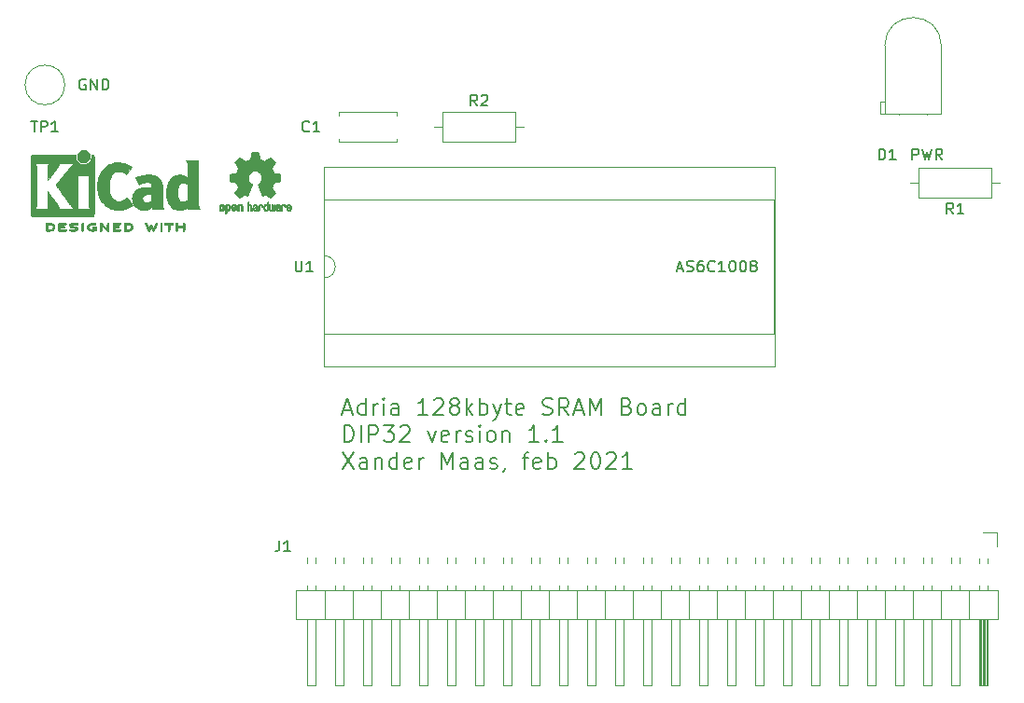
<source format=gbr>
%TF.GenerationSoftware,KiCad,Pcbnew,5.1.9*%
%TF.CreationDate,2021-02-01T10:05:10+01:00*%
%TF.ProjectId,RAM_AS6C1008_DIP,52414d5f-4153-4364-9331-3030385f4449,1.1*%
%TF.SameCoordinates,Original*%
%TF.FileFunction,Legend,Top*%
%TF.FilePolarity,Positive*%
%FSLAX46Y46*%
G04 Gerber Fmt 4.6, Leading zero omitted, Abs format (unit mm)*
G04 Created by KiCad (PCBNEW 5.1.9) date 2021-02-01 10:05:10*
%MOMM*%
%LPD*%
G01*
G04 APERTURE LIST*
%ADD10C,0.200000*%
%ADD11C,0.120000*%
%ADD12C,0.010000*%
%ADD13C,0.150000*%
G04 APERTURE END LIST*
D10*
X122335714Y-137500000D02*
X123050000Y-137500000D01*
X122192857Y-137928571D02*
X122692857Y-136428571D01*
X123192857Y-137928571D01*
X124335714Y-137928571D02*
X124335714Y-136428571D01*
X124335714Y-137857142D02*
X124192857Y-137928571D01*
X123907142Y-137928571D01*
X123764285Y-137857142D01*
X123692857Y-137785714D01*
X123621428Y-137642857D01*
X123621428Y-137214285D01*
X123692857Y-137071428D01*
X123764285Y-137000000D01*
X123907142Y-136928571D01*
X124192857Y-136928571D01*
X124335714Y-137000000D01*
X125050000Y-137928571D02*
X125050000Y-136928571D01*
X125050000Y-137214285D02*
X125121428Y-137071428D01*
X125192857Y-137000000D01*
X125335714Y-136928571D01*
X125478571Y-136928571D01*
X125978571Y-137928571D02*
X125978571Y-136928571D01*
X125978571Y-136428571D02*
X125907142Y-136500000D01*
X125978571Y-136571428D01*
X126050000Y-136500000D01*
X125978571Y-136428571D01*
X125978571Y-136571428D01*
X127335714Y-137928571D02*
X127335714Y-137142857D01*
X127264285Y-137000000D01*
X127121428Y-136928571D01*
X126835714Y-136928571D01*
X126692857Y-137000000D01*
X127335714Y-137857142D02*
X127192857Y-137928571D01*
X126835714Y-137928571D01*
X126692857Y-137857142D01*
X126621428Y-137714285D01*
X126621428Y-137571428D01*
X126692857Y-137428571D01*
X126835714Y-137357142D01*
X127192857Y-137357142D01*
X127335714Y-137285714D01*
X129978571Y-137928571D02*
X129121428Y-137928571D01*
X129550000Y-137928571D02*
X129550000Y-136428571D01*
X129407142Y-136642857D01*
X129264285Y-136785714D01*
X129121428Y-136857142D01*
X130550000Y-136571428D02*
X130621428Y-136500000D01*
X130764285Y-136428571D01*
X131121428Y-136428571D01*
X131264285Y-136500000D01*
X131335714Y-136571428D01*
X131407142Y-136714285D01*
X131407142Y-136857142D01*
X131335714Y-137071428D01*
X130478571Y-137928571D01*
X131407142Y-137928571D01*
X132264285Y-137071428D02*
X132121428Y-137000000D01*
X132050000Y-136928571D01*
X131978571Y-136785714D01*
X131978571Y-136714285D01*
X132050000Y-136571428D01*
X132121428Y-136500000D01*
X132264285Y-136428571D01*
X132550000Y-136428571D01*
X132692857Y-136500000D01*
X132764285Y-136571428D01*
X132835714Y-136714285D01*
X132835714Y-136785714D01*
X132764285Y-136928571D01*
X132692857Y-137000000D01*
X132550000Y-137071428D01*
X132264285Y-137071428D01*
X132121428Y-137142857D01*
X132050000Y-137214285D01*
X131978571Y-137357142D01*
X131978571Y-137642857D01*
X132050000Y-137785714D01*
X132121428Y-137857142D01*
X132264285Y-137928571D01*
X132550000Y-137928571D01*
X132692857Y-137857142D01*
X132764285Y-137785714D01*
X132835714Y-137642857D01*
X132835714Y-137357142D01*
X132764285Y-137214285D01*
X132692857Y-137142857D01*
X132550000Y-137071428D01*
X133478571Y-137928571D02*
X133478571Y-136428571D01*
X133621428Y-137357142D02*
X134050000Y-137928571D01*
X134050000Y-136928571D02*
X133478571Y-137500000D01*
X134692857Y-137928571D02*
X134692857Y-136428571D01*
X134692857Y-137000000D02*
X134835714Y-136928571D01*
X135121428Y-136928571D01*
X135264285Y-137000000D01*
X135335714Y-137071428D01*
X135407142Y-137214285D01*
X135407142Y-137642857D01*
X135335714Y-137785714D01*
X135264285Y-137857142D01*
X135121428Y-137928571D01*
X134835714Y-137928571D01*
X134692857Y-137857142D01*
X135907142Y-136928571D02*
X136264285Y-137928571D01*
X136621428Y-136928571D02*
X136264285Y-137928571D01*
X136121428Y-138285714D01*
X136050000Y-138357142D01*
X135907142Y-138428571D01*
X136978571Y-136928571D02*
X137550000Y-136928571D01*
X137192857Y-136428571D02*
X137192857Y-137714285D01*
X137264285Y-137857142D01*
X137407142Y-137928571D01*
X137550000Y-137928571D01*
X138621428Y-137857142D02*
X138478571Y-137928571D01*
X138192857Y-137928571D01*
X138050000Y-137857142D01*
X137978571Y-137714285D01*
X137978571Y-137142857D01*
X138050000Y-137000000D01*
X138192857Y-136928571D01*
X138478571Y-136928571D01*
X138621428Y-137000000D01*
X138692857Y-137142857D01*
X138692857Y-137285714D01*
X137978571Y-137428571D01*
X140407142Y-137857142D02*
X140621428Y-137928571D01*
X140978571Y-137928571D01*
X141121428Y-137857142D01*
X141192857Y-137785714D01*
X141264285Y-137642857D01*
X141264285Y-137500000D01*
X141192857Y-137357142D01*
X141121428Y-137285714D01*
X140978571Y-137214285D01*
X140692857Y-137142857D01*
X140550000Y-137071428D01*
X140478571Y-137000000D01*
X140407142Y-136857142D01*
X140407142Y-136714285D01*
X140478571Y-136571428D01*
X140550000Y-136500000D01*
X140692857Y-136428571D01*
X141050000Y-136428571D01*
X141264285Y-136500000D01*
X142764285Y-137928571D02*
X142264285Y-137214285D01*
X141907142Y-137928571D02*
X141907142Y-136428571D01*
X142478571Y-136428571D01*
X142621428Y-136500000D01*
X142692857Y-136571428D01*
X142764285Y-136714285D01*
X142764285Y-136928571D01*
X142692857Y-137071428D01*
X142621428Y-137142857D01*
X142478571Y-137214285D01*
X141907142Y-137214285D01*
X143335714Y-137500000D02*
X144050000Y-137500000D01*
X143192857Y-137928571D02*
X143692857Y-136428571D01*
X144192857Y-137928571D01*
X144692857Y-137928571D02*
X144692857Y-136428571D01*
X145192857Y-137500000D01*
X145692857Y-136428571D01*
X145692857Y-137928571D01*
X148050000Y-137142857D02*
X148264285Y-137214285D01*
X148335714Y-137285714D01*
X148407142Y-137428571D01*
X148407142Y-137642857D01*
X148335714Y-137785714D01*
X148264285Y-137857142D01*
X148121428Y-137928571D01*
X147550000Y-137928571D01*
X147550000Y-136428571D01*
X148050000Y-136428571D01*
X148192857Y-136500000D01*
X148264285Y-136571428D01*
X148335714Y-136714285D01*
X148335714Y-136857142D01*
X148264285Y-137000000D01*
X148192857Y-137071428D01*
X148050000Y-137142857D01*
X147550000Y-137142857D01*
X149264285Y-137928571D02*
X149121428Y-137857142D01*
X149050000Y-137785714D01*
X148978571Y-137642857D01*
X148978571Y-137214285D01*
X149050000Y-137071428D01*
X149121428Y-137000000D01*
X149264285Y-136928571D01*
X149478571Y-136928571D01*
X149621428Y-137000000D01*
X149692857Y-137071428D01*
X149764285Y-137214285D01*
X149764285Y-137642857D01*
X149692857Y-137785714D01*
X149621428Y-137857142D01*
X149478571Y-137928571D01*
X149264285Y-137928571D01*
X151050000Y-137928571D02*
X151050000Y-137142857D01*
X150978571Y-137000000D01*
X150835714Y-136928571D01*
X150550000Y-136928571D01*
X150407142Y-137000000D01*
X151050000Y-137857142D02*
X150907142Y-137928571D01*
X150550000Y-137928571D01*
X150407142Y-137857142D01*
X150335714Y-137714285D01*
X150335714Y-137571428D01*
X150407142Y-137428571D01*
X150550000Y-137357142D01*
X150907142Y-137357142D01*
X151050000Y-137285714D01*
X151764285Y-137928571D02*
X151764285Y-136928571D01*
X151764285Y-137214285D02*
X151835714Y-137071428D01*
X151907142Y-137000000D01*
X152050000Y-136928571D01*
X152192857Y-136928571D01*
X153335714Y-137928571D02*
X153335714Y-136428571D01*
X153335714Y-137857142D02*
X153192857Y-137928571D01*
X152907142Y-137928571D01*
X152764285Y-137857142D01*
X152692857Y-137785714D01*
X152621428Y-137642857D01*
X152621428Y-137214285D01*
X152692857Y-137071428D01*
X152764285Y-137000000D01*
X152907142Y-136928571D01*
X153192857Y-136928571D01*
X153335714Y-137000000D01*
X122407142Y-140378571D02*
X122407142Y-138878571D01*
X122764285Y-138878571D01*
X122978571Y-138950000D01*
X123121428Y-139092857D01*
X123192857Y-139235714D01*
X123264285Y-139521428D01*
X123264285Y-139735714D01*
X123192857Y-140021428D01*
X123121428Y-140164285D01*
X122978571Y-140307142D01*
X122764285Y-140378571D01*
X122407142Y-140378571D01*
X123907142Y-140378571D02*
X123907142Y-138878571D01*
X124621428Y-140378571D02*
X124621428Y-138878571D01*
X125192857Y-138878571D01*
X125335714Y-138950000D01*
X125407142Y-139021428D01*
X125478571Y-139164285D01*
X125478571Y-139378571D01*
X125407142Y-139521428D01*
X125335714Y-139592857D01*
X125192857Y-139664285D01*
X124621428Y-139664285D01*
X125978571Y-138878571D02*
X126907142Y-138878571D01*
X126407142Y-139450000D01*
X126621428Y-139450000D01*
X126764285Y-139521428D01*
X126835714Y-139592857D01*
X126907142Y-139735714D01*
X126907142Y-140092857D01*
X126835714Y-140235714D01*
X126764285Y-140307142D01*
X126621428Y-140378571D01*
X126192857Y-140378571D01*
X126050000Y-140307142D01*
X125978571Y-140235714D01*
X127478571Y-139021428D02*
X127550000Y-138950000D01*
X127692857Y-138878571D01*
X128050000Y-138878571D01*
X128192857Y-138950000D01*
X128264285Y-139021428D01*
X128335714Y-139164285D01*
X128335714Y-139307142D01*
X128264285Y-139521428D01*
X127407142Y-140378571D01*
X128335714Y-140378571D01*
X129978571Y-139378571D02*
X130335714Y-140378571D01*
X130692857Y-139378571D01*
X131835714Y-140307142D02*
X131692857Y-140378571D01*
X131407142Y-140378571D01*
X131264285Y-140307142D01*
X131192857Y-140164285D01*
X131192857Y-139592857D01*
X131264285Y-139450000D01*
X131407142Y-139378571D01*
X131692857Y-139378571D01*
X131835714Y-139450000D01*
X131907142Y-139592857D01*
X131907142Y-139735714D01*
X131192857Y-139878571D01*
X132550000Y-140378571D02*
X132550000Y-139378571D01*
X132550000Y-139664285D02*
X132621428Y-139521428D01*
X132692857Y-139450000D01*
X132835714Y-139378571D01*
X132978571Y-139378571D01*
X133407142Y-140307142D02*
X133550000Y-140378571D01*
X133835714Y-140378571D01*
X133978571Y-140307142D01*
X134050000Y-140164285D01*
X134050000Y-140092857D01*
X133978571Y-139950000D01*
X133835714Y-139878571D01*
X133621428Y-139878571D01*
X133478571Y-139807142D01*
X133407142Y-139664285D01*
X133407142Y-139592857D01*
X133478571Y-139450000D01*
X133621428Y-139378571D01*
X133835714Y-139378571D01*
X133978571Y-139450000D01*
X134692857Y-140378571D02*
X134692857Y-139378571D01*
X134692857Y-138878571D02*
X134621428Y-138950000D01*
X134692857Y-139021428D01*
X134764285Y-138950000D01*
X134692857Y-138878571D01*
X134692857Y-139021428D01*
X135621428Y-140378571D02*
X135478571Y-140307142D01*
X135407142Y-140235714D01*
X135335714Y-140092857D01*
X135335714Y-139664285D01*
X135407142Y-139521428D01*
X135478571Y-139450000D01*
X135621428Y-139378571D01*
X135835714Y-139378571D01*
X135978571Y-139450000D01*
X136050000Y-139521428D01*
X136121428Y-139664285D01*
X136121428Y-140092857D01*
X136050000Y-140235714D01*
X135978571Y-140307142D01*
X135835714Y-140378571D01*
X135621428Y-140378571D01*
X136764285Y-139378571D02*
X136764285Y-140378571D01*
X136764285Y-139521428D02*
X136835714Y-139450000D01*
X136978571Y-139378571D01*
X137192857Y-139378571D01*
X137335714Y-139450000D01*
X137407142Y-139592857D01*
X137407142Y-140378571D01*
X140050000Y-140378571D02*
X139192857Y-140378571D01*
X139621428Y-140378571D02*
X139621428Y-138878571D01*
X139478571Y-139092857D01*
X139335714Y-139235714D01*
X139192857Y-139307142D01*
X140692857Y-140235714D02*
X140764285Y-140307142D01*
X140692857Y-140378571D01*
X140621428Y-140307142D01*
X140692857Y-140235714D01*
X140692857Y-140378571D01*
X142192857Y-140378571D02*
X141335714Y-140378571D01*
X141764285Y-140378571D02*
X141764285Y-138878571D01*
X141621428Y-139092857D01*
X141478571Y-139235714D01*
X141335714Y-139307142D01*
X122264285Y-141328571D02*
X123264285Y-142828571D01*
X123264285Y-141328571D02*
X122264285Y-142828571D01*
X124478571Y-142828571D02*
X124478571Y-142042857D01*
X124407142Y-141900000D01*
X124264285Y-141828571D01*
X123978571Y-141828571D01*
X123835714Y-141900000D01*
X124478571Y-142757142D02*
X124335714Y-142828571D01*
X123978571Y-142828571D01*
X123835714Y-142757142D01*
X123764285Y-142614285D01*
X123764285Y-142471428D01*
X123835714Y-142328571D01*
X123978571Y-142257142D01*
X124335714Y-142257142D01*
X124478571Y-142185714D01*
X125192857Y-141828571D02*
X125192857Y-142828571D01*
X125192857Y-141971428D02*
X125264285Y-141900000D01*
X125407142Y-141828571D01*
X125621428Y-141828571D01*
X125764285Y-141900000D01*
X125835714Y-142042857D01*
X125835714Y-142828571D01*
X127192857Y-142828571D02*
X127192857Y-141328571D01*
X127192857Y-142757142D02*
X127050000Y-142828571D01*
X126764285Y-142828571D01*
X126621428Y-142757142D01*
X126550000Y-142685714D01*
X126478571Y-142542857D01*
X126478571Y-142114285D01*
X126550000Y-141971428D01*
X126621428Y-141900000D01*
X126764285Y-141828571D01*
X127050000Y-141828571D01*
X127192857Y-141900000D01*
X128478571Y-142757142D02*
X128335714Y-142828571D01*
X128050000Y-142828571D01*
X127907142Y-142757142D01*
X127835714Y-142614285D01*
X127835714Y-142042857D01*
X127907142Y-141900000D01*
X128050000Y-141828571D01*
X128335714Y-141828571D01*
X128478571Y-141900000D01*
X128550000Y-142042857D01*
X128550000Y-142185714D01*
X127835714Y-142328571D01*
X129192857Y-142828571D02*
X129192857Y-141828571D01*
X129192857Y-142114285D02*
X129264285Y-141971428D01*
X129335714Y-141900000D01*
X129478571Y-141828571D01*
X129621428Y-141828571D01*
X131264285Y-142828571D02*
X131264285Y-141328571D01*
X131764285Y-142400000D01*
X132264285Y-141328571D01*
X132264285Y-142828571D01*
X133621428Y-142828571D02*
X133621428Y-142042857D01*
X133550000Y-141900000D01*
X133407142Y-141828571D01*
X133121428Y-141828571D01*
X132978571Y-141900000D01*
X133621428Y-142757142D02*
X133478571Y-142828571D01*
X133121428Y-142828571D01*
X132978571Y-142757142D01*
X132907142Y-142614285D01*
X132907142Y-142471428D01*
X132978571Y-142328571D01*
X133121428Y-142257142D01*
X133478571Y-142257142D01*
X133621428Y-142185714D01*
X134978571Y-142828571D02*
X134978571Y-142042857D01*
X134907142Y-141900000D01*
X134764285Y-141828571D01*
X134478571Y-141828571D01*
X134335714Y-141900000D01*
X134978571Y-142757142D02*
X134835714Y-142828571D01*
X134478571Y-142828571D01*
X134335714Y-142757142D01*
X134264285Y-142614285D01*
X134264285Y-142471428D01*
X134335714Y-142328571D01*
X134478571Y-142257142D01*
X134835714Y-142257142D01*
X134978571Y-142185714D01*
X135621428Y-142757142D02*
X135764285Y-142828571D01*
X136050000Y-142828571D01*
X136192857Y-142757142D01*
X136264285Y-142614285D01*
X136264285Y-142542857D01*
X136192857Y-142400000D01*
X136050000Y-142328571D01*
X135835714Y-142328571D01*
X135692857Y-142257142D01*
X135621428Y-142114285D01*
X135621428Y-142042857D01*
X135692857Y-141900000D01*
X135835714Y-141828571D01*
X136050000Y-141828571D01*
X136192857Y-141900000D01*
X136978571Y-142757142D02*
X136978571Y-142828571D01*
X136907142Y-142971428D01*
X136835714Y-143042857D01*
X138550000Y-141828571D02*
X139121428Y-141828571D01*
X138764285Y-142828571D02*
X138764285Y-141542857D01*
X138835714Y-141400000D01*
X138978571Y-141328571D01*
X139121428Y-141328571D01*
X140192857Y-142757142D02*
X140050000Y-142828571D01*
X139764285Y-142828571D01*
X139621428Y-142757142D01*
X139550000Y-142614285D01*
X139550000Y-142042857D01*
X139621428Y-141900000D01*
X139764285Y-141828571D01*
X140050000Y-141828571D01*
X140192857Y-141900000D01*
X140264285Y-142042857D01*
X140264285Y-142185714D01*
X139550000Y-142328571D01*
X140907142Y-142828571D02*
X140907142Y-141328571D01*
X140907142Y-141900000D02*
X141050000Y-141828571D01*
X141335714Y-141828571D01*
X141478571Y-141900000D01*
X141550000Y-141971428D01*
X141621428Y-142114285D01*
X141621428Y-142542857D01*
X141550000Y-142685714D01*
X141478571Y-142757142D01*
X141335714Y-142828571D01*
X141050000Y-142828571D01*
X140907142Y-142757142D01*
X143335714Y-141471428D02*
X143407142Y-141400000D01*
X143550000Y-141328571D01*
X143907142Y-141328571D01*
X144050000Y-141400000D01*
X144121428Y-141471428D01*
X144192857Y-141614285D01*
X144192857Y-141757142D01*
X144121428Y-141971428D01*
X143264285Y-142828571D01*
X144192857Y-142828571D01*
X145121428Y-141328571D02*
X145264285Y-141328571D01*
X145407142Y-141400000D01*
X145478571Y-141471428D01*
X145550000Y-141614285D01*
X145621428Y-141900000D01*
X145621428Y-142257142D01*
X145550000Y-142542857D01*
X145478571Y-142685714D01*
X145407142Y-142757142D01*
X145264285Y-142828571D01*
X145121428Y-142828571D01*
X144978571Y-142757142D01*
X144907142Y-142685714D01*
X144835714Y-142542857D01*
X144764285Y-142257142D01*
X144764285Y-141900000D01*
X144835714Y-141614285D01*
X144907142Y-141471428D01*
X144978571Y-141400000D01*
X145121428Y-141328571D01*
X146192857Y-141471428D02*
X146264285Y-141400000D01*
X146407142Y-141328571D01*
X146764285Y-141328571D01*
X146907142Y-141400000D01*
X146978571Y-141471428D01*
X147050000Y-141614285D01*
X147050000Y-141757142D01*
X146978571Y-141971428D01*
X146121428Y-142828571D01*
X147050000Y-142828571D01*
X148478571Y-142828571D02*
X147621428Y-142828571D01*
X148050000Y-142828571D02*
X148050000Y-141328571D01*
X147907142Y-141542857D01*
X147764285Y-141685714D01*
X147621428Y-141757142D01*
D11*
%TO.C,R2*%
X131350000Y-110390000D02*
X131350000Y-113130000D01*
X131350000Y-113130000D02*
X137890000Y-113130000D01*
X137890000Y-113130000D02*
X137890000Y-110390000D01*
X137890000Y-110390000D02*
X131350000Y-110390000D01*
X130580000Y-111760000D02*
X131350000Y-111760000D01*
X138660000Y-111760000D02*
X137890000Y-111760000D01*
%TO.C,R1*%
X181070000Y-118210000D02*
X181070000Y-115470000D01*
X181070000Y-115470000D02*
X174530000Y-115470000D01*
X174530000Y-115470000D02*
X174530000Y-118210000D01*
X174530000Y-118210000D02*
X181070000Y-118210000D01*
X181840000Y-116840000D02*
X181070000Y-116840000D01*
X173760000Y-116840000D02*
X174530000Y-116840000D01*
D12*
%TO.C,REF\u002A\u002A*%
G36*
X114403910Y-114082348D02*
G01*
X114482454Y-114082778D01*
X114539298Y-114083942D01*
X114578105Y-114086207D01*
X114602538Y-114089940D01*
X114616262Y-114095506D01*
X114622940Y-114103273D01*
X114626236Y-114113605D01*
X114626556Y-114114943D01*
X114631562Y-114139079D01*
X114640829Y-114186701D01*
X114653392Y-114252741D01*
X114668287Y-114332128D01*
X114684551Y-114419796D01*
X114685119Y-114422875D01*
X114701410Y-114508789D01*
X114716652Y-114584696D01*
X114729861Y-114646045D01*
X114740054Y-114688282D01*
X114746248Y-114706855D01*
X114746543Y-114707184D01*
X114764788Y-114716253D01*
X114802405Y-114731367D01*
X114851271Y-114749262D01*
X114851543Y-114749358D01*
X114913093Y-114772493D01*
X114985657Y-114801965D01*
X115054057Y-114831597D01*
X115057294Y-114833062D01*
X115168702Y-114883626D01*
X115415399Y-114715160D01*
X115491077Y-114663803D01*
X115559631Y-114617889D01*
X115617088Y-114580030D01*
X115659476Y-114552837D01*
X115682825Y-114538921D01*
X115685042Y-114537889D01*
X115702010Y-114542484D01*
X115733701Y-114564655D01*
X115781352Y-114605447D01*
X115846198Y-114665905D01*
X115912397Y-114730227D01*
X115976214Y-114793612D01*
X116033329Y-114851451D01*
X116080305Y-114900175D01*
X116113703Y-114936210D01*
X116130085Y-114955984D01*
X116130694Y-114957002D01*
X116132505Y-114970572D01*
X116125683Y-114992733D01*
X116108540Y-115026478D01*
X116079393Y-115074800D01*
X116036555Y-115140692D01*
X115979448Y-115225517D01*
X115928766Y-115300177D01*
X115883461Y-115367140D01*
X115846150Y-115422516D01*
X115819452Y-115462420D01*
X115805985Y-115482962D01*
X115805137Y-115484356D01*
X115806781Y-115504038D01*
X115819245Y-115542293D01*
X115840048Y-115591889D01*
X115847462Y-115607728D01*
X115879814Y-115678290D01*
X115914328Y-115758353D01*
X115942365Y-115827629D01*
X115962568Y-115879045D01*
X115978615Y-115918119D01*
X115987888Y-115938541D01*
X115989041Y-115940114D01*
X116006096Y-115942721D01*
X116046298Y-115949863D01*
X116104302Y-115960523D01*
X116174763Y-115973685D01*
X116252335Y-115988333D01*
X116331672Y-116003449D01*
X116407431Y-116018018D01*
X116474264Y-116031022D01*
X116526828Y-116041445D01*
X116559776Y-116048270D01*
X116567857Y-116050199D01*
X116576205Y-116054962D01*
X116582506Y-116065718D01*
X116587045Y-116086098D01*
X116590104Y-116119734D01*
X116591967Y-116170255D01*
X116592918Y-116241292D01*
X116593240Y-116336476D01*
X116593257Y-116375492D01*
X116593257Y-116692799D01*
X116517057Y-116707839D01*
X116474663Y-116715995D01*
X116411400Y-116727899D01*
X116334962Y-116742116D01*
X116253043Y-116757210D01*
X116230400Y-116761355D01*
X116154806Y-116776053D01*
X116088953Y-116790505D01*
X116038366Y-116803375D01*
X116008574Y-116813322D01*
X116003612Y-116816287D01*
X115991426Y-116837283D01*
X115973953Y-116877967D01*
X115954577Y-116930322D01*
X115950734Y-116941600D01*
X115925339Y-117011523D01*
X115893817Y-117090418D01*
X115862969Y-117161266D01*
X115862817Y-117161595D01*
X115811447Y-117272733D01*
X115980399Y-117521253D01*
X116149352Y-117769772D01*
X115932429Y-117987058D01*
X115866819Y-118051726D01*
X115806979Y-118108733D01*
X115756267Y-118155033D01*
X115718046Y-118187584D01*
X115695675Y-118203343D01*
X115692466Y-118204343D01*
X115673626Y-118196469D01*
X115635180Y-118174578D01*
X115581330Y-118141267D01*
X115516276Y-118099131D01*
X115445940Y-118051943D01*
X115374555Y-118003810D01*
X115310908Y-117961928D01*
X115259041Y-117928871D01*
X115222995Y-117907218D01*
X115206867Y-117899543D01*
X115187189Y-117906037D01*
X115149875Y-117923150D01*
X115102621Y-117947326D01*
X115097612Y-117950013D01*
X115033977Y-117981927D01*
X114990341Y-117997579D01*
X114963202Y-117997745D01*
X114949057Y-117983204D01*
X114948975Y-117983000D01*
X114941905Y-117965779D01*
X114925042Y-117924899D01*
X114899695Y-117863525D01*
X114867171Y-117784819D01*
X114828778Y-117691947D01*
X114785822Y-117588072D01*
X114744222Y-117487502D01*
X114698504Y-117376516D01*
X114656526Y-117273703D01*
X114619548Y-117182215D01*
X114588827Y-117105201D01*
X114565622Y-117045815D01*
X114551190Y-117007209D01*
X114546743Y-116992800D01*
X114557896Y-116976272D01*
X114587069Y-116949930D01*
X114625971Y-116920887D01*
X114736757Y-116829039D01*
X114823351Y-116723759D01*
X114884716Y-116607266D01*
X114919815Y-116481776D01*
X114927608Y-116349507D01*
X114921943Y-116288457D01*
X114891078Y-116161795D01*
X114837920Y-116049941D01*
X114765767Y-115954001D01*
X114677917Y-115875076D01*
X114577665Y-115814270D01*
X114468310Y-115772687D01*
X114353147Y-115751428D01*
X114235475Y-115751599D01*
X114118590Y-115774301D01*
X114005789Y-115820638D01*
X113900369Y-115891713D01*
X113856368Y-115931911D01*
X113771979Y-116035129D01*
X113713222Y-116147925D01*
X113679704Y-116267010D01*
X113671035Y-116389095D01*
X113686823Y-116510893D01*
X113726678Y-116629116D01*
X113790207Y-116740475D01*
X113877021Y-116841684D01*
X113974029Y-116920887D01*
X114014437Y-116951162D01*
X114042982Y-116977219D01*
X114053257Y-116992825D01*
X114047877Y-117009843D01*
X114032575Y-117050500D01*
X114008612Y-117111642D01*
X113977244Y-117190119D01*
X113939732Y-117282780D01*
X113897333Y-117386472D01*
X113855663Y-117487526D01*
X113809690Y-117598607D01*
X113767107Y-117701541D01*
X113729221Y-117793165D01*
X113697340Y-117870316D01*
X113672771Y-117929831D01*
X113656820Y-117968544D01*
X113650910Y-117983000D01*
X113636948Y-117997685D01*
X113609940Y-117997642D01*
X113566413Y-117982099D01*
X113502890Y-117950284D01*
X113502388Y-117950013D01*
X113454560Y-117925323D01*
X113415897Y-117907338D01*
X113394095Y-117899614D01*
X113393133Y-117899543D01*
X113376721Y-117907378D01*
X113340487Y-117929165D01*
X113288474Y-117962328D01*
X113224725Y-118004291D01*
X113154060Y-118051943D01*
X113082116Y-118100191D01*
X113017274Y-118142151D01*
X112963735Y-118175227D01*
X112925697Y-118196821D01*
X112907533Y-118204343D01*
X112890808Y-118194457D01*
X112857180Y-118166826D01*
X112810010Y-118124495D01*
X112752658Y-118070505D01*
X112688484Y-118007899D01*
X112667497Y-117986983D01*
X112450499Y-117769623D01*
X112615668Y-117527220D01*
X112665864Y-117452781D01*
X112709919Y-117385972D01*
X112745362Y-117330665D01*
X112769719Y-117290729D01*
X112780522Y-117270036D01*
X112780838Y-117268563D01*
X112775143Y-117249058D01*
X112759826Y-117209822D01*
X112737537Y-117157430D01*
X112721893Y-117122355D01*
X112692641Y-117055201D01*
X112665094Y-116987358D01*
X112643737Y-116930034D01*
X112637935Y-116912572D01*
X112621452Y-116865938D01*
X112605340Y-116829905D01*
X112596490Y-116816287D01*
X112576960Y-116807952D01*
X112534334Y-116796137D01*
X112474145Y-116782181D01*
X112401922Y-116767422D01*
X112369600Y-116761355D01*
X112287522Y-116746273D01*
X112208795Y-116731669D01*
X112141109Y-116718980D01*
X112092160Y-116709642D01*
X112082943Y-116707839D01*
X112006743Y-116692799D01*
X112006743Y-116375492D01*
X112006914Y-116271154D01*
X112007616Y-116192213D01*
X112009134Y-116135038D01*
X112011749Y-116095999D01*
X112015746Y-116071465D01*
X112021409Y-116057805D01*
X112029020Y-116051389D01*
X112032143Y-116050199D01*
X112050978Y-116045980D01*
X112092588Y-116037562D01*
X112151630Y-116025961D01*
X112222757Y-116012195D01*
X112300625Y-115997280D01*
X112379887Y-115982232D01*
X112455198Y-115968069D01*
X112521213Y-115955806D01*
X112572587Y-115946461D01*
X112603975Y-115941050D01*
X112610959Y-115940114D01*
X112617285Y-115927596D01*
X112631290Y-115894246D01*
X112650355Y-115846377D01*
X112657634Y-115827629D01*
X112686996Y-115755195D01*
X112721571Y-115675170D01*
X112752537Y-115607728D01*
X112775323Y-115556159D01*
X112790482Y-115513785D01*
X112795542Y-115487834D01*
X112794736Y-115484356D01*
X112784041Y-115467936D01*
X112759620Y-115431417D01*
X112724095Y-115378687D01*
X112680087Y-115313635D01*
X112630217Y-115240151D01*
X112620356Y-115225645D01*
X112562492Y-115139704D01*
X112519956Y-115074261D01*
X112491054Y-115026304D01*
X112474090Y-114992820D01*
X112467367Y-114970795D01*
X112469190Y-114957217D01*
X112469236Y-114957131D01*
X112483586Y-114939297D01*
X112515323Y-114904817D01*
X112561010Y-114857268D01*
X112617204Y-114800222D01*
X112680468Y-114737255D01*
X112687602Y-114730227D01*
X112767330Y-114653020D01*
X112828857Y-114596330D01*
X112873421Y-114559110D01*
X112902257Y-114540315D01*
X112914958Y-114537889D01*
X112933494Y-114548471D01*
X112971961Y-114572916D01*
X113026386Y-114608612D01*
X113092798Y-114652947D01*
X113167225Y-114703311D01*
X113184601Y-114715160D01*
X113431297Y-114883626D01*
X113542706Y-114833062D01*
X113610457Y-114803595D01*
X113683183Y-114773959D01*
X113745703Y-114750330D01*
X113748457Y-114749358D01*
X113797360Y-114731457D01*
X113835057Y-114716320D01*
X113853425Y-114707210D01*
X113853456Y-114707184D01*
X113859285Y-114690717D01*
X113869192Y-114650219D01*
X113882195Y-114590242D01*
X113897309Y-114515340D01*
X113913552Y-114430064D01*
X113914881Y-114422875D01*
X113931175Y-114335014D01*
X113946133Y-114255260D01*
X113958791Y-114188681D01*
X113968186Y-114140347D01*
X113973354Y-114115325D01*
X113973444Y-114114943D01*
X113976589Y-114104299D01*
X113982704Y-114096262D01*
X113995453Y-114090467D01*
X114018500Y-114086547D01*
X114055509Y-114084135D01*
X114110144Y-114082865D01*
X114186067Y-114082371D01*
X114286944Y-114082286D01*
X114300000Y-114082286D01*
X114403910Y-114082348D01*
G37*
X114403910Y-114082348D02*
X114482454Y-114082778D01*
X114539298Y-114083942D01*
X114578105Y-114086207D01*
X114602538Y-114089940D01*
X114616262Y-114095506D01*
X114622940Y-114103273D01*
X114626236Y-114113605D01*
X114626556Y-114114943D01*
X114631562Y-114139079D01*
X114640829Y-114186701D01*
X114653392Y-114252741D01*
X114668287Y-114332128D01*
X114684551Y-114419796D01*
X114685119Y-114422875D01*
X114701410Y-114508789D01*
X114716652Y-114584696D01*
X114729861Y-114646045D01*
X114740054Y-114688282D01*
X114746248Y-114706855D01*
X114746543Y-114707184D01*
X114764788Y-114716253D01*
X114802405Y-114731367D01*
X114851271Y-114749262D01*
X114851543Y-114749358D01*
X114913093Y-114772493D01*
X114985657Y-114801965D01*
X115054057Y-114831597D01*
X115057294Y-114833062D01*
X115168702Y-114883626D01*
X115415399Y-114715160D01*
X115491077Y-114663803D01*
X115559631Y-114617889D01*
X115617088Y-114580030D01*
X115659476Y-114552837D01*
X115682825Y-114538921D01*
X115685042Y-114537889D01*
X115702010Y-114542484D01*
X115733701Y-114564655D01*
X115781352Y-114605447D01*
X115846198Y-114665905D01*
X115912397Y-114730227D01*
X115976214Y-114793612D01*
X116033329Y-114851451D01*
X116080305Y-114900175D01*
X116113703Y-114936210D01*
X116130085Y-114955984D01*
X116130694Y-114957002D01*
X116132505Y-114970572D01*
X116125683Y-114992733D01*
X116108540Y-115026478D01*
X116079393Y-115074800D01*
X116036555Y-115140692D01*
X115979448Y-115225517D01*
X115928766Y-115300177D01*
X115883461Y-115367140D01*
X115846150Y-115422516D01*
X115819452Y-115462420D01*
X115805985Y-115482962D01*
X115805137Y-115484356D01*
X115806781Y-115504038D01*
X115819245Y-115542293D01*
X115840048Y-115591889D01*
X115847462Y-115607728D01*
X115879814Y-115678290D01*
X115914328Y-115758353D01*
X115942365Y-115827629D01*
X115962568Y-115879045D01*
X115978615Y-115918119D01*
X115987888Y-115938541D01*
X115989041Y-115940114D01*
X116006096Y-115942721D01*
X116046298Y-115949863D01*
X116104302Y-115960523D01*
X116174763Y-115973685D01*
X116252335Y-115988333D01*
X116331672Y-116003449D01*
X116407431Y-116018018D01*
X116474264Y-116031022D01*
X116526828Y-116041445D01*
X116559776Y-116048270D01*
X116567857Y-116050199D01*
X116576205Y-116054962D01*
X116582506Y-116065718D01*
X116587045Y-116086098D01*
X116590104Y-116119734D01*
X116591967Y-116170255D01*
X116592918Y-116241292D01*
X116593240Y-116336476D01*
X116593257Y-116375492D01*
X116593257Y-116692799D01*
X116517057Y-116707839D01*
X116474663Y-116715995D01*
X116411400Y-116727899D01*
X116334962Y-116742116D01*
X116253043Y-116757210D01*
X116230400Y-116761355D01*
X116154806Y-116776053D01*
X116088953Y-116790505D01*
X116038366Y-116803375D01*
X116008574Y-116813322D01*
X116003612Y-116816287D01*
X115991426Y-116837283D01*
X115973953Y-116877967D01*
X115954577Y-116930322D01*
X115950734Y-116941600D01*
X115925339Y-117011523D01*
X115893817Y-117090418D01*
X115862969Y-117161266D01*
X115862817Y-117161595D01*
X115811447Y-117272733D01*
X115980399Y-117521253D01*
X116149352Y-117769772D01*
X115932429Y-117987058D01*
X115866819Y-118051726D01*
X115806979Y-118108733D01*
X115756267Y-118155033D01*
X115718046Y-118187584D01*
X115695675Y-118203343D01*
X115692466Y-118204343D01*
X115673626Y-118196469D01*
X115635180Y-118174578D01*
X115581330Y-118141267D01*
X115516276Y-118099131D01*
X115445940Y-118051943D01*
X115374555Y-118003810D01*
X115310908Y-117961928D01*
X115259041Y-117928871D01*
X115222995Y-117907218D01*
X115206867Y-117899543D01*
X115187189Y-117906037D01*
X115149875Y-117923150D01*
X115102621Y-117947326D01*
X115097612Y-117950013D01*
X115033977Y-117981927D01*
X114990341Y-117997579D01*
X114963202Y-117997745D01*
X114949057Y-117983204D01*
X114948975Y-117983000D01*
X114941905Y-117965779D01*
X114925042Y-117924899D01*
X114899695Y-117863525D01*
X114867171Y-117784819D01*
X114828778Y-117691947D01*
X114785822Y-117588072D01*
X114744222Y-117487502D01*
X114698504Y-117376516D01*
X114656526Y-117273703D01*
X114619548Y-117182215D01*
X114588827Y-117105201D01*
X114565622Y-117045815D01*
X114551190Y-117007209D01*
X114546743Y-116992800D01*
X114557896Y-116976272D01*
X114587069Y-116949930D01*
X114625971Y-116920887D01*
X114736757Y-116829039D01*
X114823351Y-116723759D01*
X114884716Y-116607266D01*
X114919815Y-116481776D01*
X114927608Y-116349507D01*
X114921943Y-116288457D01*
X114891078Y-116161795D01*
X114837920Y-116049941D01*
X114765767Y-115954001D01*
X114677917Y-115875076D01*
X114577665Y-115814270D01*
X114468310Y-115772687D01*
X114353147Y-115751428D01*
X114235475Y-115751599D01*
X114118590Y-115774301D01*
X114005789Y-115820638D01*
X113900369Y-115891713D01*
X113856368Y-115931911D01*
X113771979Y-116035129D01*
X113713222Y-116147925D01*
X113679704Y-116267010D01*
X113671035Y-116389095D01*
X113686823Y-116510893D01*
X113726678Y-116629116D01*
X113790207Y-116740475D01*
X113877021Y-116841684D01*
X113974029Y-116920887D01*
X114014437Y-116951162D01*
X114042982Y-116977219D01*
X114053257Y-116992825D01*
X114047877Y-117009843D01*
X114032575Y-117050500D01*
X114008612Y-117111642D01*
X113977244Y-117190119D01*
X113939732Y-117282780D01*
X113897333Y-117386472D01*
X113855663Y-117487526D01*
X113809690Y-117598607D01*
X113767107Y-117701541D01*
X113729221Y-117793165D01*
X113697340Y-117870316D01*
X113672771Y-117929831D01*
X113656820Y-117968544D01*
X113650910Y-117983000D01*
X113636948Y-117997685D01*
X113609940Y-117997642D01*
X113566413Y-117982099D01*
X113502890Y-117950284D01*
X113502388Y-117950013D01*
X113454560Y-117925323D01*
X113415897Y-117907338D01*
X113394095Y-117899614D01*
X113393133Y-117899543D01*
X113376721Y-117907378D01*
X113340487Y-117929165D01*
X113288474Y-117962328D01*
X113224725Y-118004291D01*
X113154060Y-118051943D01*
X113082116Y-118100191D01*
X113017274Y-118142151D01*
X112963735Y-118175227D01*
X112925697Y-118196821D01*
X112907533Y-118204343D01*
X112890808Y-118194457D01*
X112857180Y-118166826D01*
X112810010Y-118124495D01*
X112752658Y-118070505D01*
X112688484Y-118007899D01*
X112667497Y-117986983D01*
X112450499Y-117769623D01*
X112615668Y-117527220D01*
X112665864Y-117452781D01*
X112709919Y-117385972D01*
X112745362Y-117330665D01*
X112769719Y-117290729D01*
X112780522Y-117270036D01*
X112780838Y-117268563D01*
X112775143Y-117249058D01*
X112759826Y-117209822D01*
X112737537Y-117157430D01*
X112721893Y-117122355D01*
X112692641Y-117055201D01*
X112665094Y-116987358D01*
X112643737Y-116930034D01*
X112637935Y-116912572D01*
X112621452Y-116865938D01*
X112605340Y-116829905D01*
X112596490Y-116816287D01*
X112576960Y-116807952D01*
X112534334Y-116796137D01*
X112474145Y-116782181D01*
X112401922Y-116767422D01*
X112369600Y-116761355D01*
X112287522Y-116746273D01*
X112208795Y-116731669D01*
X112141109Y-116718980D01*
X112092160Y-116709642D01*
X112082943Y-116707839D01*
X112006743Y-116692799D01*
X112006743Y-116375492D01*
X112006914Y-116271154D01*
X112007616Y-116192213D01*
X112009134Y-116135038D01*
X112011749Y-116095999D01*
X112015746Y-116071465D01*
X112021409Y-116057805D01*
X112029020Y-116051389D01*
X112032143Y-116050199D01*
X112050978Y-116045980D01*
X112092588Y-116037562D01*
X112151630Y-116025961D01*
X112222757Y-116012195D01*
X112300625Y-115997280D01*
X112379887Y-115982232D01*
X112455198Y-115968069D01*
X112521213Y-115955806D01*
X112572587Y-115946461D01*
X112603975Y-115941050D01*
X112610959Y-115940114D01*
X112617285Y-115927596D01*
X112631290Y-115894246D01*
X112650355Y-115846377D01*
X112657634Y-115827629D01*
X112686996Y-115755195D01*
X112721571Y-115675170D01*
X112752537Y-115607728D01*
X112775323Y-115556159D01*
X112790482Y-115513785D01*
X112795542Y-115487834D01*
X112794736Y-115484356D01*
X112784041Y-115467936D01*
X112759620Y-115431417D01*
X112724095Y-115378687D01*
X112680087Y-115313635D01*
X112630217Y-115240151D01*
X112620356Y-115225645D01*
X112562492Y-115139704D01*
X112519956Y-115074261D01*
X112491054Y-115026304D01*
X112474090Y-114992820D01*
X112467367Y-114970795D01*
X112469190Y-114957217D01*
X112469236Y-114957131D01*
X112483586Y-114939297D01*
X112515323Y-114904817D01*
X112561010Y-114857268D01*
X112617204Y-114800222D01*
X112680468Y-114737255D01*
X112687602Y-114730227D01*
X112767330Y-114653020D01*
X112828857Y-114596330D01*
X112873421Y-114559110D01*
X112902257Y-114540315D01*
X112914958Y-114537889D01*
X112933494Y-114548471D01*
X112971961Y-114572916D01*
X113026386Y-114608612D01*
X113092798Y-114652947D01*
X113167225Y-114703311D01*
X113184601Y-114715160D01*
X113431297Y-114883626D01*
X113542706Y-114833062D01*
X113610457Y-114803595D01*
X113683183Y-114773959D01*
X113745703Y-114750330D01*
X113748457Y-114749358D01*
X113797360Y-114731457D01*
X113835057Y-114716320D01*
X113853425Y-114707210D01*
X113853456Y-114707184D01*
X113859285Y-114690717D01*
X113869192Y-114650219D01*
X113882195Y-114590242D01*
X113897309Y-114515340D01*
X113913552Y-114430064D01*
X113914881Y-114422875D01*
X113931175Y-114335014D01*
X113946133Y-114255260D01*
X113958791Y-114188681D01*
X113968186Y-114140347D01*
X113973354Y-114115325D01*
X113973444Y-114114943D01*
X113976589Y-114104299D01*
X113982704Y-114096262D01*
X113995453Y-114090467D01*
X114018500Y-114086547D01*
X114055509Y-114084135D01*
X114110144Y-114082865D01*
X114186067Y-114082371D01*
X114286944Y-114082286D01*
X114300000Y-114082286D01*
X114403910Y-114082348D01*
G36*
X117453595Y-118806966D02*
G01*
X117511021Y-118844497D01*
X117538719Y-118878096D01*
X117560662Y-118939064D01*
X117562405Y-118987308D01*
X117558457Y-119051816D01*
X117409686Y-119116934D01*
X117337349Y-119150202D01*
X117290084Y-119176964D01*
X117265507Y-119200144D01*
X117261237Y-119222667D01*
X117274889Y-119247455D01*
X117289943Y-119263886D01*
X117333746Y-119290235D01*
X117381389Y-119292081D01*
X117425145Y-119271546D01*
X117457289Y-119230752D01*
X117463038Y-119216347D01*
X117490576Y-119171356D01*
X117522258Y-119152182D01*
X117565714Y-119135779D01*
X117565714Y-119197966D01*
X117561872Y-119240283D01*
X117546823Y-119275969D01*
X117515280Y-119316943D01*
X117510592Y-119322267D01*
X117475506Y-119358720D01*
X117445347Y-119378283D01*
X117407615Y-119387283D01*
X117376335Y-119390230D01*
X117320385Y-119390965D01*
X117280555Y-119381660D01*
X117255708Y-119367846D01*
X117216656Y-119337467D01*
X117189625Y-119304613D01*
X117172517Y-119263294D01*
X117163238Y-119207521D01*
X117159693Y-119131305D01*
X117159410Y-119092622D01*
X117160372Y-119046247D01*
X117248007Y-119046247D01*
X117249023Y-119071126D01*
X117251556Y-119075200D01*
X117268274Y-119069665D01*
X117304249Y-119055017D01*
X117352331Y-119034190D01*
X117362386Y-119029714D01*
X117423152Y-118998814D01*
X117456632Y-118971657D01*
X117463990Y-118946220D01*
X117446391Y-118920481D01*
X117431856Y-118909109D01*
X117379410Y-118886364D01*
X117330322Y-118890122D01*
X117289227Y-118917884D01*
X117260758Y-118967152D01*
X117251631Y-119006257D01*
X117248007Y-119046247D01*
X117160372Y-119046247D01*
X117161285Y-119002249D01*
X117168196Y-118935384D01*
X117181884Y-118886695D01*
X117204096Y-118850849D01*
X117236574Y-118822513D01*
X117250733Y-118813355D01*
X117315053Y-118789507D01*
X117385473Y-118788006D01*
X117453595Y-118806966D01*
G37*
X117453595Y-118806966D02*
X117511021Y-118844497D01*
X117538719Y-118878096D01*
X117560662Y-118939064D01*
X117562405Y-118987308D01*
X117558457Y-119051816D01*
X117409686Y-119116934D01*
X117337349Y-119150202D01*
X117290084Y-119176964D01*
X117265507Y-119200144D01*
X117261237Y-119222667D01*
X117274889Y-119247455D01*
X117289943Y-119263886D01*
X117333746Y-119290235D01*
X117381389Y-119292081D01*
X117425145Y-119271546D01*
X117457289Y-119230752D01*
X117463038Y-119216347D01*
X117490576Y-119171356D01*
X117522258Y-119152182D01*
X117565714Y-119135779D01*
X117565714Y-119197966D01*
X117561872Y-119240283D01*
X117546823Y-119275969D01*
X117515280Y-119316943D01*
X117510592Y-119322267D01*
X117475506Y-119358720D01*
X117445347Y-119378283D01*
X117407615Y-119387283D01*
X117376335Y-119390230D01*
X117320385Y-119390965D01*
X117280555Y-119381660D01*
X117255708Y-119367846D01*
X117216656Y-119337467D01*
X117189625Y-119304613D01*
X117172517Y-119263294D01*
X117163238Y-119207521D01*
X117159693Y-119131305D01*
X117159410Y-119092622D01*
X117160372Y-119046247D01*
X117248007Y-119046247D01*
X117249023Y-119071126D01*
X117251556Y-119075200D01*
X117268274Y-119069665D01*
X117304249Y-119055017D01*
X117352331Y-119034190D01*
X117362386Y-119029714D01*
X117423152Y-118998814D01*
X117456632Y-118971657D01*
X117463990Y-118946220D01*
X117446391Y-118920481D01*
X117431856Y-118909109D01*
X117379410Y-118886364D01*
X117330322Y-118890122D01*
X117289227Y-118917884D01*
X117260758Y-118967152D01*
X117251631Y-119006257D01*
X117248007Y-119046247D01*
X117160372Y-119046247D01*
X117161285Y-119002249D01*
X117168196Y-118935384D01*
X117181884Y-118886695D01*
X117204096Y-118850849D01*
X117236574Y-118822513D01*
X117250733Y-118813355D01*
X117315053Y-118789507D01*
X117385473Y-118788006D01*
X117453595Y-118806966D01*
G36*
X116952600Y-118798752D02*
G01*
X116969948Y-118806334D01*
X117011356Y-118839128D01*
X117046765Y-118886547D01*
X117068664Y-118937151D01*
X117072229Y-118962098D01*
X117060279Y-118996927D01*
X117034067Y-119015357D01*
X117005964Y-119026516D01*
X116993095Y-119028572D01*
X116986829Y-119013649D01*
X116974456Y-118981175D01*
X116969028Y-118966502D01*
X116938590Y-118915744D01*
X116894520Y-118890427D01*
X116838010Y-118891206D01*
X116833825Y-118892203D01*
X116803655Y-118906507D01*
X116781476Y-118934393D01*
X116766327Y-118979287D01*
X116757250Y-119044615D01*
X116753286Y-119133804D01*
X116752914Y-119181261D01*
X116752730Y-119256071D01*
X116751522Y-119307069D01*
X116748309Y-119339471D01*
X116742109Y-119358495D01*
X116731940Y-119369356D01*
X116716819Y-119377272D01*
X116715946Y-119377670D01*
X116686828Y-119389981D01*
X116672403Y-119394514D01*
X116670186Y-119380809D01*
X116668289Y-119342925D01*
X116666847Y-119285715D01*
X116665998Y-119214027D01*
X116665829Y-119161565D01*
X116666692Y-119060047D01*
X116670070Y-118983032D01*
X116677142Y-118926023D01*
X116689088Y-118884526D01*
X116707090Y-118854043D01*
X116732327Y-118830080D01*
X116757247Y-118813355D01*
X116817171Y-118791097D01*
X116886911Y-118786076D01*
X116952600Y-118798752D01*
G37*
X116952600Y-118798752D02*
X116969948Y-118806334D01*
X117011356Y-118839128D01*
X117046765Y-118886547D01*
X117068664Y-118937151D01*
X117072229Y-118962098D01*
X117060279Y-118996927D01*
X117034067Y-119015357D01*
X117005964Y-119026516D01*
X116993095Y-119028572D01*
X116986829Y-119013649D01*
X116974456Y-118981175D01*
X116969028Y-118966502D01*
X116938590Y-118915744D01*
X116894520Y-118890427D01*
X116838010Y-118891206D01*
X116833825Y-118892203D01*
X116803655Y-118906507D01*
X116781476Y-118934393D01*
X116766327Y-118979287D01*
X116757250Y-119044615D01*
X116753286Y-119133804D01*
X116752914Y-119181261D01*
X116752730Y-119256071D01*
X116751522Y-119307069D01*
X116748309Y-119339471D01*
X116742109Y-119358495D01*
X116731940Y-119369356D01*
X116716819Y-119377272D01*
X116715946Y-119377670D01*
X116686828Y-119389981D01*
X116672403Y-119394514D01*
X116670186Y-119380809D01*
X116668289Y-119342925D01*
X116666847Y-119285715D01*
X116665998Y-119214027D01*
X116665829Y-119161565D01*
X116666692Y-119060047D01*
X116670070Y-118983032D01*
X116677142Y-118926023D01*
X116689088Y-118884526D01*
X116707090Y-118854043D01*
X116732327Y-118830080D01*
X116757247Y-118813355D01*
X116817171Y-118791097D01*
X116886911Y-118786076D01*
X116952600Y-118798752D01*
G36*
X116444876Y-118796335D02*
G01*
X116486667Y-118815344D01*
X116519469Y-118838378D01*
X116543503Y-118864133D01*
X116560097Y-118897358D01*
X116570577Y-118942800D01*
X116576271Y-119005207D01*
X116578507Y-119089327D01*
X116578743Y-119144721D01*
X116578743Y-119360826D01*
X116541774Y-119377670D01*
X116512656Y-119389981D01*
X116498231Y-119394514D01*
X116495472Y-119381025D01*
X116493282Y-119344653D01*
X116491942Y-119291542D01*
X116491657Y-119249372D01*
X116490434Y-119188447D01*
X116487136Y-119140115D01*
X116482321Y-119110518D01*
X116478496Y-119104229D01*
X116452783Y-119110652D01*
X116412418Y-119127125D01*
X116365679Y-119149458D01*
X116320845Y-119173457D01*
X116286193Y-119194930D01*
X116270002Y-119209685D01*
X116269938Y-119209845D01*
X116271330Y-119237152D01*
X116283818Y-119263219D01*
X116305743Y-119284392D01*
X116337743Y-119291474D01*
X116365092Y-119290649D01*
X116403826Y-119290042D01*
X116424158Y-119299116D01*
X116436369Y-119323092D01*
X116437909Y-119327613D01*
X116443203Y-119361806D01*
X116429047Y-119382568D01*
X116392148Y-119392462D01*
X116352289Y-119394292D01*
X116280562Y-119380727D01*
X116243432Y-119361355D01*
X116197576Y-119315845D01*
X116173256Y-119259983D01*
X116171073Y-119200957D01*
X116191629Y-119145953D01*
X116222549Y-119111486D01*
X116253420Y-119092189D01*
X116301942Y-119067759D01*
X116358485Y-119042985D01*
X116367910Y-119039199D01*
X116430019Y-119011791D01*
X116465822Y-118987634D01*
X116477337Y-118963619D01*
X116466580Y-118936635D01*
X116448114Y-118915543D01*
X116404469Y-118889572D01*
X116356446Y-118887624D01*
X116312406Y-118907637D01*
X116280709Y-118947551D01*
X116276549Y-118957848D01*
X116252327Y-118995724D01*
X116216965Y-119023842D01*
X116172343Y-119046917D01*
X116172343Y-118981485D01*
X116174969Y-118941506D01*
X116186230Y-118909997D01*
X116211199Y-118876378D01*
X116235169Y-118850484D01*
X116272441Y-118813817D01*
X116301401Y-118794121D01*
X116332505Y-118786220D01*
X116367713Y-118784914D01*
X116444876Y-118796335D01*
G37*
X116444876Y-118796335D02*
X116486667Y-118815344D01*
X116519469Y-118838378D01*
X116543503Y-118864133D01*
X116560097Y-118897358D01*
X116570577Y-118942800D01*
X116576271Y-119005207D01*
X116578507Y-119089327D01*
X116578743Y-119144721D01*
X116578743Y-119360826D01*
X116541774Y-119377670D01*
X116512656Y-119389981D01*
X116498231Y-119394514D01*
X116495472Y-119381025D01*
X116493282Y-119344653D01*
X116491942Y-119291542D01*
X116491657Y-119249372D01*
X116490434Y-119188447D01*
X116487136Y-119140115D01*
X116482321Y-119110518D01*
X116478496Y-119104229D01*
X116452783Y-119110652D01*
X116412418Y-119127125D01*
X116365679Y-119149458D01*
X116320845Y-119173457D01*
X116286193Y-119194930D01*
X116270002Y-119209685D01*
X116269938Y-119209845D01*
X116271330Y-119237152D01*
X116283818Y-119263219D01*
X116305743Y-119284392D01*
X116337743Y-119291474D01*
X116365092Y-119290649D01*
X116403826Y-119290042D01*
X116424158Y-119299116D01*
X116436369Y-119323092D01*
X116437909Y-119327613D01*
X116443203Y-119361806D01*
X116429047Y-119382568D01*
X116392148Y-119392462D01*
X116352289Y-119394292D01*
X116280562Y-119380727D01*
X116243432Y-119361355D01*
X116197576Y-119315845D01*
X116173256Y-119259983D01*
X116171073Y-119200957D01*
X116191629Y-119145953D01*
X116222549Y-119111486D01*
X116253420Y-119092189D01*
X116301942Y-119067759D01*
X116358485Y-119042985D01*
X116367910Y-119039199D01*
X116430019Y-119011791D01*
X116465822Y-118987634D01*
X116477337Y-118963619D01*
X116466580Y-118936635D01*
X116448114Y-118915543D01*
X116404469Y-118889572D01*
X116356446Y-118887624D01*
X116312406Y-118907637D01*
X116280709Y-118947551D01*
X116276549Y-118957848D01*
X116252327Y-118995724D01*
X116216965Y-119023842D01*
X116172343Y-119046917D01*
X116172343Y-118981485D01*
X116174969Y-118941506D01*
X116186230Y-118909997D01*
X116211199Y-118876378D01*
X116235169Y-118850484D01*
X116272441Y-118813817D01*
X116301401Y-118794121D01*
X116332505Y-118786220D01*
X116367713Y-118784914D01*
X116444876Y-118796335D01*
G36*
X116079833Y-118798663D02*
G01*
X116082048Y-118836850D01*
X116083784Y-118894886D01*
X116084899Y-118968180D01*
X116085257Y-119045055D01*
X116085257Y-119305196D01*
X116039326Y-119351127D01*
X116007675Y-119379429D01*
X115979890Y-119390893D01*
X115941915Y-119390168D01*
X115926840Y-119388321D01*
X115879726Y-119382948D01*
X115840756Y-119379869D01*
X115831257Y-119379585D01*
X115799233Y-119381445D01*
X115753432Y-119386114D01*
X115735674Y-119388321D01*
X115692057Y-119391735D01*
X115662745Y-119384320D01*
X115633680Y-119361427D01*
X115623188Y-119351127D01*
X115577257Y-119305196D01*
X115577257Y-118818602D01*
X115614226Y-118801758D01*
X115646059Y-118789282D01*
X115664683Y-118784914D01*
X115669458Y-118798718D01*
X115673921Y-118837286D01*
X115677775Y-118896356D01*
X115680722Y-118971663D01*
X115682143Y-119035286D01*
X115686114Y-119285657D01*
X115720759Y-119290556D01*
X115752268Y-119287131D01*
X115767708Y-119276041D01*
X115772023Y-119255308D01*
X115775708Y-119211145D01*
X115778469Y-119149146D01*
X115780012Y-119074909D01*
X115780235Y-119036706D01*
X115780457Y-118816783D01*
X115826166Y-118800849D01*
X115858518Y-118790015D01*
X115876115Y-118784962D01*
X115876623Y-118784914D01*
X115878388Y-118798648D01*
X115880329Y-118836730D01*
X115882282Y-118894482D01*
X115884084Y-118967227D01*
X115885343Y-119035286D01*
X115889314Y-119285657D01*
X115976400Y-119285657D01*
X115980396Y-119057240D01*
X115984392Y-118828822D01*
X116026847Y-118806868D01*
X116058192Y-118791793D01*
X116076744Y-118784951D01*
X116077279Y-118784914D01*
X116079833Y-118798663D01*
G37*
X116079833Y-118798663D02*
X116082048Y-118836850D01*
X116083784Y-118894886D01*
X116084899Y-118968180D01*
X116085257Y-119045055D01*
X116085257Y-119305196D01*
X116039326Y-119351127D01*
X116007675Y-119379429D01*
X115979890Y-119390893D01*
X115941915Y-119390168D01*
X115926840Y-119388321D01*
X115879726Y-119382948D01*
X115840756Y-119379869D01*
X115831257Y-119379585D01*
X115799233Y-119381445D01*
X115753432Y-119386114D01*
X115735674Y-119388321D01*
X115692057Y-119391735D01*
X115662745Y-119384320D01*
X115633680Y-119361427D01*
X115623188Y-119351127D01*
X115577257Y-119305196D01*
X115577257Y-118818602D01*
X115614226Y-118801758D01*
X115646059Y-118789282D01*
X115664683Y-118784914D01*
X115669458Y-118798718D01*
X115673921Y-118837286D01*
X115677775Y-118896356D01*
X115680722Y-118971663D01*
X115682143Y-119035286D01*
X115686114Y-119285657D01*
X115720759Y-119290556D01*
X115752268Y-119287131D01*
X115767708Y-119276041D01*
X115772023Y-119255308D01*
X115775708Y-119211145D01*
X115778469Y-119149146D01*
X115780012Y-119074909D01*
X115780235Y-119036706D01*
X115780457Y-118816783D01*
X115826166Y-118800849D01*
X115858518Y-118790015D01*
X115876115Y-118784962D01*
X115876623Y-118784914D01*
X115878388Y-118798648D01*
X115880329Y-118836730D01*
X115882282Y-118894482D01*
X115884084Y-118967227D01*
X115885343Y-119035286D01*
X115889314Y-119285657D01*
X115976400Y-119285657D01*
X115980396Y-119057240D01*
X115984392Y-118828822D01*
X116026847Y-118806868D01*
X116058192Y-118791793D01*
X116076744Y-118784951D01*
X116077279Y-118784914D01*
X116079833Y-118798663D01*
G36*
X115490117Y-118905358D02*
G01*
X115489933Y-119013837D01*
X115489219Y-119097287D01*
X115487675Y-119159704D01*
X115485001Y-119205085D01*
X115480894Y-119237429D01*
X115475055Y-119260733D01*
X115467182Y-119278995D01*
X115461221Y-119289418D01*
X115411855Y-119345945D01*
X115349264Y-119381377D01*
X115280013Y-119394090D01*
X115210668Y-119382463D01*
X115169375Y-119361568D01*
X115126025Y-119325422D01*
X115096481Y-119281276D01*
X115078655Y-119223462D01*
X115070463Y-119146313D01*
X115069302Y-119089714D01*
X115069458Y-119085647D01*
X115170857Y-119085647D01*
X115171476Y-119150550D01*
X115174314Y-119193514D01*
X115180840Y-119221622D01*
X115192523Y-119241953D01*
X115206483Y-119257288D01*
X115253365Y-119286890D01*
X115303701Y-119289419D01*
X115351276Y-119264705D01*
X115354979Y-119261356D01*
X115370783Y-119243935D01*
X115380693Y-119223209D01*
X115386058Y-119192362D01*
X115388228Y-119144577D01*
X115388571Y-119091748D01*
X115387827Y-119025381D01*
X115384748Y-118981106D01*
X115378061Y-118952009D01*
X115366496Y-118931173D01*
X115357013Y-118920107D01*
X115312960Y-118892198D01*
X115262224Y-118888843D01*
X115213796Y-118910159D01*
X115204450Y-118918073D01*
X115188540Y-118935647D01*
X115178610Y-118956587D01*
X115173278Y-118987782D01*
X115171163Y-119036122D01*
X115170857Y-119085647D01*
X115069458Y-119085647D01*
X115072810Y-118998568D01*
X115084726Y-118930086D01*
X115107135Y-118878600D01*
X115142124Y-118838443D01*
X115169375Y-118817861D01*
X115218907Y-118795625D01*
X115276316Y-118785304D01*
X115329682Y-118788067D01*
X115359543Y-118799212D01*
X115371261Y-118802383D01*
X115379037Y-118790557D01*
X115384465Y-118758866D01*
X115388571Y-118710593D01*
X115393067Y-118656829D01*
X115399313Y-118624482D01*
X115410676Y-118605985D01*
X115430528Y-118593770D01*
X115443000Y-118588362D01*
X115490171Y-118568601D01*
X115490117Y-118905358D01*
G37*
X115490117Y-118905358D02*
X115489933Y-119013837D01*
X115489219Y-119097287D01*
X115487675Y-119159704D01*
X115485001Y-119205085D01*
X115480894Y-119237429D01*
X115475055Y-119260733D01*
X115467182Y-119278995D01*
X115461221Y-119289418D01*
X115411855Y-119345945D01*
X115349264Y-119381377D01*
X115280013Y-119394090D01*
X115210668Y-119382463D01*
X115169375Y-119361568D01*
X115126025Y-119325422D01*
X115096481Y-119281276D01*
X115078655Y-119223462D01*
X115070463Y-119146313D01*
X115069302Y-119089714D01*
X115069458Y-119085647D01*
X115170857Y-119085647D01*
X115171476Y-119150550D01*
X115174314Y-119193514D01*
X115180840Y-119221622D01*
X115192523Y-119241953D01*
X115206483Y-119257288D01*
X115253365Y-119286890D01*
X115303701Y-119289419D01*
X115351276Y-119264705D01*
X115354979Y-119261356D01*
X115370783Y-119243935D01*
X115380693Y-119223209D01*
X115386058Y-119192362D01*
X115388228Y-119144577D01*
X115388571Y-119091748D01*
X115387827Y-119025381D01*
X115384748Y-118981106D01*
X115378061Y-118952009D01*
X115366496Y-118931173D01*
X115357013Y-118920107D01*
X115312960Y-118892198D01*
X115262224Y-118888843D01*
X115213796Y-118910159D01*
X115204450Y-118918073D01*
X115188540Y-118935647D01*
X115178610Y-118956587D01*
X115173278Y-118987782D01*
X115171163Y-119036122D01*
X115170857Y-119085647D01*
X115069458Y-119085647D01*
X115072810Y-118998568D01*
X115084726Y-118930086D01*
X115107135Y-118878600D01*
X115142124Y-118838443D01*
X115169375Y-118817861D01*
X115218907Y-118795625D01*
X115276316Y-118785304D01*
X115329682Y-118788067D01*
X115359543Y-118799212D01*
X115371261Y-118802383D01*
X115379037Y-118790557D01*
X115384465Y-118758866D01*
X115388571Y-118710593D01*
X115393067Y-118656829D01*
X115399313Y-118624482D01*
X115410676Y-118605985D01*
X115430528Y-118593770D01*
X115443000Y-118588362D01*
X115490171Y-118568601D01*
X115490117Y-118905358D01*
G36*
X114829926Y-118789755D02*
G01*
X114895858Y-118814084D01*
X114949273Y-118857117D01*
X114970164Y-118887409D01*
X114992939Y-118942994D01*
X114992466Y-118983186D01*
X114968562Y-119010217D01*
X114959717Y-119014813D01*
X114921530Y-119029144D01*
X114902028Y-119025472D01*
X114895422Y-119001407D01*
X114895086Y-118988114D01*
X114882992Y-118939210D01*
X114851471Y-118904999D01*
X114807659Y-118888476D01*
X114758695Y-118892634D01*
X114718894Y-118914227D01*
X114705450Y-118926544D01*
X114695921Y-118941487D01*
X114689485Y-118964075D01*
X114685317Y-118999328D01*
X114682597Y-119052266D01*
X114680502Y-119127907D01*
X114679960Y-119151857D01*
X114677981Y-119233790D01*
X114675731Y-119291455D01*
X114672357Y-119329608D01*
X114667006Y-119353004D01*
X114658824Y-119366398D01*
X114646959Y-119374545D01*
X114639362Y-119378144D01*
X114607102Y-119390452D01*
X114588111Y-119394514D01*
X114581836Y-119380948D01*
X114578006Y-119339934D01*
X114576600Y-119270999D01*
X114577598Y-119173669D01*
X114577908Y-119158657D01*
X114580101Y-119069859D01*
X114582693Y-119005019D01*
X114586382Y-118959067D01*
X114591864Y-118926935D01*
X114599835Y-118903553D01*
X114610993Y-118883852D01*
X114616830Y-118875410D01*
X114650296Y-118838057D01*
X114687727Y-118809003D01*
X114692309Y-118806467D01*
X114759426Y-118786443D01*
X114829926Y-118789755D01*
G37*
X114829926Y-118789755D02*
X114895858Y-118814084D01*
X114949273Y-118857117D01*
X114970164Y-118887409D01*
X114992939Y-118942994D01*
X114992466Y-118983186D01*
X114968562Y-119010217D01*
X114959717Y-119014813D01*
X114921530Y-119029144D01*
X114902028Y-119025472D01*
X114895422Y-119001407D01*
X114895086Y-118988114D01*
X114882992Y-118939210D01*
X114851471Y-118904999D01*
X114807659Y-118888476D01*
X114758695Y-118892634D01*
X114718894Y-118914227D01*
X114705450Y-118926544D01*
X114695921Y-118941487D01*
X114689485Y-118964075D01*
X114685317Y-118999328D01*
X114682597Y-119052266D01*
X114680502Y-119127907D01*
X114679960Y-119151857D01*
X114677981Y-119233790D01*
X114675731Y-119291455D01*
X114672357Y-119329608D01*
X114667006Y-119353004D01*
X114658824Y-119366398D01*
X114646959Y-119374545D01*
X114639362Y-119378144D01*
X114607102Y-119390452D01*
X114588111Y-119394514D01*
X114581836Y-119380948D01*
X114578006Y-119339934D01*
X114576600Y-119270999D01*
X114577598Y-119173669D01*
X114577908Y-119158657D01*
X114580101Y-119069859D01*
X114582693Y-119005019D01*
X114586382Y-118959067D01*
X114591864Y-118926935D01*
X114599835Y-118903553D01*
X114610993Y-118883852D01*
X114616830Y-118875410D01*
X114650296Y-118838057D01*
X114687727Y-118809003D01*
X114692309Y-118806467D01*
X114759426Y-118786443D01*
X114829926Y-118789755D01*
G36*
X114339744Y-118790968D02*
G01*
X114396616Y-118812087D01*
X114397267Y-118812493D01*
X114432440Y-118838380D01*
X114458407Y-118868633D01*
X114476670Y-118908058D01*
X114488732Y-118961462D01*
X114496096Y-119033651D01*
X114500264Y-119129432D01*
X114500629Y-119143078D01*
X114505876Y-119348842D01*
X114461716Y-119371678D01*
X114429763Y-119387110D01*
X114410470Y-119394423D01*
X114409578Y-119394514D01*
X114406239Y-119381022D01*
X114403587Y-119344626D01*
X114401956Y-119291452D01*
X114401600Y-119248393D01*
X114401592Y-119178641D01*
X114398403Y-119134837D01*
X114387288Y-119113944D01*
X114363501Y-119112925D01*
X114322296Y-119128741D01*
X114260086Y-119157815D01*
X114214341Y-119181963D01*
X114190813Y-119202913D01*
X114183896Y-119225747D01*
X114183886Y-119226877D01*
X114195299Y-119266212D01*
X114229092Y-119287462D01*
X114280809Y-119290539D01*
X114318061Y-119290006D01*
X114337703Y-119300735D01*
X114349952Y-119326505D01*
X114357002Y-119359337D01*
X114346842Y-119377966D01*
X114343017Y-119380632D01*
X114307001Y-119391340D01*
X114256566Y-119392856D01*
X114204626Y-119385759D01*
X114167822Y-119372788D01*
X114116938Y-119329585D01*
X114088014Y-119269446D01*
X114082286Y-119222462D01*
X114086657Y-119180082D01*
X114102475Y-119145488D01*
X114133797Y-119114763D01*
X114184678Y-119083990D01*
X114259176Y-119049252D01*
X114263714Y-119047288D01*
X114330821Y-119016287D01*
X114372232Y-118990862D01*
X114389981Y-118968014D01*
X114386107Y-118944745D01*
X114362643Y-118918056D01*
X114355627Y-118911914D01*
X114308630Y-118888100D01*
X114259933Y-118889103D01*
X114217522Y-118912451D01*
X114189384Y-118955675D01*
X114186769Y-118964160D01*
X114161308Y-119005308D01*
X114129001Y-119025128D01*
X114082286Y-119044770D01*
X114082286Y-118993950D01*
X114096496Y-118920082D01*
X114138675Y-118852327D01*
X114160624Y-118829661D01*
X114210517Y-118800569D01*
X114273967Y-118787400D01*
X114339744Y-118790968D01*
G37*
X114339744Y-118790968D02*
X114396616Y-118812087D01*
X114397267Y-118812493D01*
X114432440Y-118838380D01*
X114458407Y-118868633D01*
X114476670Y-118908058D01*
X114488732Y-118961462D01*
X114496096Y-119033651D01*
X114500264Y-119129432D01*
X114500629Y-119143078D01*
X114505876Y-119348842D01*
X114461716Y-119371678D01*
X114429763Y-119387110D01*
X114410470Y-119394423D01*
X114409578Y-119394514D01*
X114406239Y-119381022D01*
X114403587Y-119344626D01*
X114401956Y-119291452D01*
X114401600Y-119248393D01*
X114401592Y-119178641D01*
X114398403Y-119134837D01*
X114387288Y-119113944D01*
X114363501Y-119112925D01*
X114322296Y-119128741D01*
X114260086Y-119157815D01*
X114214341Y-119181963D01*
X114190813Y-119202913D01*
X114183896Y-119225747D01*
X114183886Y-119226877D01*
X114195299Y-119266212D01*
X114229092Y-119287462D01*
X114280809Y-119290539D01*
X114318061Y-119290006D01*
X114337703Y-119300735D01*
X114349952Y-119326505D01*
X114357002Y-119359337D01*
X114346842Y-119377966D01*
X114343017Y-119380632D01*
X114307001Y-119391340D01*
X114256566Y-119392856D01*
X114204626Y-119385759D01*
X114167822Y-119372788D01*
X114116938Y-119329585D01*
X114088014Y-119269446D01*
X114082286Y-119222462D01*
X114086657Y-119180082D01*
X114102475Y-119145488D01*
X114133797Y-119114763D01*
X114184678Y-119083990D01*
X114259176Y-119049252D01*
X114263714Y-119047288D01*
X114330821Y-119016287D01*
X114372232Y-118990862D01*
X114389981Y-118968014D01*
X114386107Y-118944745D01*
X114362643Y-118918056D01*
X114355627Y-118911914D01*
X114308630Y-118888100D01*
X114259933Y-118889103D01*
X114217522Y-118912451D01*
X114189384Y-118955675D01*
X114186769Y-118964160D01*
X114161308Y-119005308D01*
X114129001Y-119025128D01*
X114082286Y-119044770D01*
X114082286Y-118993950D01*
X114096496Y-118920082D01*
X114138675Y-118852327D01*
X114160624Y-118829661D01*
X114210517Y-118800569D01*
X114273967Y-118787400D01*
X114339744Y-118790968D01*
G36*
X113675886Y-118691289D02*
G01*
X113680139Y-118750613D01*
X113685025Y-118785572D01*
X113691795Y-118800820D01*
X113701702Y-118801015D01*
X113704914Y-118799195D01*
X113747644Y-118786015D01*
X113803227Y-118786785D01*
X113859737Y-118800333D01*
X113895082Y-118817861D01*
X113931321Y-118845861D01*
X113957813Y-118877549D01*
X113975999Y-118917813D01*
X113987322Y-118971543D01*
X113993222Y-119043626D01*
X113995143Y-119138951D01*
X113995177Y-119157237D01*
X113995200Y-119362646D01*
X113949491Y-119378580D01*
X113917027Y-119389420D01*
X113899215Y-119394468D01*
X113898691Y-119394514D01*
X113896937Y-119380828D01*
X113895444Y-119343076D01*
X113894326Y-119286224D01*
X113893697Y-119215234D01*
X113893600Y-119172073D01*
X113893398Y-119086973D01*
X113892358Y-119025981D01*
X113889831Y-118984177D01*
X113885164Y-118956642D01*
X113877707Y-118938456D01*
X113866811Y-118924698D01*
X113860007Y-118918073D01*
X113813272Y-118891375D01*
X113762272Y-118889375D01*
X113716001Y-118911955D01*
X113707444Y-118920107D01*
X113694893Y-118935436D01*
X113686188Y-118953618D01*
X113680631Y-118979909D01*
X113677526Y-119019562D01*
X113676176Y-119077832D01*
X113675886Y-119158173D01*
X113675886Y-119362646D01*
X113630177Y-119378580D01*
X113597713Y-119389420D01*
X113579901Y-119394468D01*
X113579377Y-119394514D01*
X113578037Y-119380623D01*
X113576828Y-119341439D01*
X113575801Y-119280700D01*
X113575002Y-119202141D01*
X113574481Y-119109498D01*
X113574286Y-119006509D01*
X113574286Y-118609342D01*
X113621457Y-118589444D01*
X113668629Y-118569547D01*
X113675886Y-118691289D01*
G37*
X113675886Y-118691289D02*
X113680139Y-118750613D01*
X113685025Y-118785572D01*
X113691795Y-118800820D01*
X113701702Y-118801015D01*
X113704914Y-118799195D01*
X113747644Y-118786015D01*
X113803227Y-118786785D01*
X113859737Y-118800333D01*
X113895082Y-118817861D01*
X113931321Y-118845861D01*
X113957813Y-118877549D01*
X113975999Y-118917813D01*
X113987322Y-118971543D01*
X113993222Y-119043626D01*
X113995143Y-119138951D01*
X113995177Y-119157237D01*
X113995200Y-119362646D01*
X113949491Y-119378580D01*
X113917027Y-119389420D01*
X113899215Y-119394468D01*
X113898691Y-119394514D01*
X113896937Y-119380828D01*
X113895444Y-119343076D01*
X113894326Y-119286224D01*
X113893697Y-119215234D01*
X113893600Y-119172073D01*
X113893398Y-119086973D01*
X113892358Y-119025981D01*
X113889831Y-118984177D01*
X113885164Y-118956642D01*
X113877707Y-118938456D01*
X113866811Y-118924698D01*
X113860007Y-118918073D01*
X113813272Y-118891375D01*
X113762272Y-118889375D01*
X113716001Y-118911955D01*
X113707444Y-118920107D01*
X113694893Y-118935436D01*
X113686188Y-118953618D01*
X113680631Y-118979909D01*
X113677526Y-119019562D01*
X113676176Y-119077832D01*
X113675886Y-119158173D01*
X113675886Y-119362646D01*
X113630177Y-119378580D01*
X113597713Y-119389420D01*
X113579901Y-119394468D01*
X113579377Y-119394514D01*
X113578037Y-119380623D01*
X113576828Y-119341439D01*
X113575801Y-119280700D01*
X113575002Y-119202141D01*
X113574481Y-119109498D01*
X113574286Y-119006509D01*
X113574286Y-118609342D01*
X113621457Y-118589444D01*
X113668629Y-118569547D01*
X113675886Y-118691289D01*
G36*
X112468303Y-118771239D02*
G01*
X112525527Y-118809735D01*
X112569749Y-118865335D01*
X112596167Y-118936086D01*
X112601510Y-118988162D01*
X112600903Y-119009893D01*
X112595822Y-119026531D01*
X112581855Y-119041437D01*
X112554589Y-119057973D01*
X112509612Y-119079498D01*
X112442511Y-119109374D01*
X112442171Y-119109524D01*
X112380407Y-119137813D01*
X112329759Y-119162933D01*
X112295404Y-119182179D01*
X112282518Y-119192848D01*
X112282514Y-119192934D01*
X112293872Y-119216166D01*
X112320431Y-119241774D01*
X112350923Y-119260221D01*
X112366370Y-119263886D01*
X112408515Y-119251212D01*
X112444808Y-119219471D01*
X112462517Y-119184572D01*
X112479552Y-119158845D01*
X112512922Y-119129546D01*
X112552149Y-119104235D01*
X112586756Y-119090471D01*
X112593993Y-119089714D01*
X112602139Y-119102160D01*
X112602630Y-119133972D01*
X112596643Y-119176866D01*
X112585357Y-119222558D01*
X112569950Y-119262761D01*
X112569171Y-119264322D01*
X112522804Y-119329062D01*
X112462711Y-119373097D01*
X112394465Y-119394711D01*
X112323638Y-119392185D01*
X112255804Y-119363804D01*
X112252788Y-119361808D01*
X112199427Y-119313448D01*
X112164340Y-119250352D01*
X112144922Y-119167387D01*
X112142316Y-119144078D01*
X112137701Y-119034055D01*
X112143233Y-118982748D01*
X112282514Y-118982748D01*
X112284324Y-119014753D01*
X112294222Y-119024093D01*
X112318898Y-119017105D01*
X112357795Y-119000587D01*
X112401275Y-118979881D01*
X112402356Y-118979333D01*
X112439209Y-118959949D01*
X112454000Y-118947013D01*
X112450353Y-118933451D01*
X112434995Y-118915632D01*
X112395923Y-118889845D01*
X112353846Y-118887950D01*
X112316103Y-118906717D01*
X112290034Y-118942915D01*
X112282514Y-118982748D01*
X112143233Y-118982748D01*
X112147194Y-118946027D01*
X112171550Y-118876212D01*
X112205456Y-118827302D01*
X112266653Y-118777878D01*
X112334063Y-118753359D01*
X112402880Y-118751797D01*
X112468303Y-118771239D01*
G37*
X112468303Y-118771239D02*
X112525527Y-118809735D01*
X112569749Y-118865335D01*
X112596167Y-118936086D01*
X112601510Y-118988162D01*
X112600903Y-119009893D01*
X112595822Y-119026531D01*
X112581855Y-119041437D01*
X112554589Y-119057973D01*
X112509612Y-119079498D01*
X112442511Y-119109374D01*
X112442171Y-119109524D01*
X112380407Y-119137813D01*
X112329759Y-119162933D01*
X112295404Y-119182179D01*
X112282518Y-119192848D01*
X112282514Y-119192934D01*
X112293872Y-119216166D01*
X112320431Y-119241774D01*
X112350923Y-119260221D01*
X112366370Y-119263886D01*
X112408515Y-119251212D01*
X112444808Y-119219471D01*
X112462517Y-119184572D01*
X112479552Y-119158845D01*
X112512922Y-119129546D01*
X112552149Y-119104235D01*
X112586756Y-119090471D01*
X112593993Y-119089714D01*
X112602139Y-119102160D01*
X112602630Y-119133972D01*
X112596643Y-119176866D01*
X112585357Y-119222558D01*
X112569950Y-119262761D01*
X112569171Y-119264322D01*
X112522804Y-119329062D01*
X112462711Y-119373097D01*
X112394465Y-119394711D01*
X112323638Y-119392185D01*
X112255804Y-119363804D01*
X112252788Y-119361808D01*
X112199427Y-119313448D01*
X112164340Y-119250352D01*
X112144922Y-119167387D01*
X112142316Y-119144078D01*
X112137701Y-119034055D01*
X112143233Y-118982748D01*
X112282514Y-118982748D01*
X112284324Y-119014753D01*
X112294222Y-119024093D01*
X112318898Y-119017105D01*
X112357795Y-119000587D01*
X112401275Y-118979881D01*
X112402356Y-118979333D01*
X112439209Y-118959949D01*
X112454000Y-118947013D01*
X112450353Y-118933451D01*
X112434995Y-118915632D01*
X112395923Y-118889845D01*
X112353846Y-118887950D01*
X112316103Y-118906717D01*
X112290034Y-118942915D01*
X112282514Y-118982748D01*
X112143233Y-118982748D01*
X112147194Y-118946027D01*
X112171550Y-118876212D01*
X112205456Y-118827302D01*
X112266653Y-118777878D01*
X112334063Y-118753359D01*
X112402880Y-118751797D01*
X112468303Y-118771239D01*
G36*
X111341115Y-118761962D02*
G01*
X111409145Y-118797733D01*
X111459351Y-118855301D01*
X111477185Y-118892312D01*
X111491063Y-118947882D01*
X111498167Y-119018096D01*
X111498840Y-119094727D01*
X111493427Y-119169552D01*
X111482270Y-119234342D01*
X111465714Y-119280873D01*
X111460626Y-119288887D01*
X111400355Y-119348707D01*
X111328769Y-119384535D01*
X111251092Y-119395020D01*
X111172548Y-119378810D01*
X111150689Y-119369092D01*
X111108122Y-119339143D01*
X111070763Y-119299433D01*
X111067232Y-119294397D01*
X111052881Y-119270124D01*
X111043394Y-119244178D01*
X111037790Y-119210022D01*
X111035086Y-119161119D01*
X111034299Y-119090935D01*
X111034286Y-119075200D01*
X111034322Y-119070192D01*
X111179429Y-119070192D01*
X111180273Y-119136430D01*
X111183596Y-119180386D01*
X111190583Y-119208779D01*
X111202416Y-119228325D01*
X111208457Y-119234857D01*
X111243186Y-119259680D01*
X111276903Y-119258548D01*
X111310995Y-119237016D01*
X111331329Y-119214029D01*
X111343371Y-119180478D01*
X111350134Y-119127569D01*
X111350598Y-119121399D01*
X111351752Y-119025513D01*
X111339688Y-118954299D01*
X111314570Y-118908194D01*
X111276560Y-118887635D01*
X111262992Y-118886514D01*
X111227364Y-118892152D01*
X111202994Y-118911686D01*
X111188093Y-118949042D01*
X111180875Y-119008150D01*
X111179429Y-119070192D01*
X111034322Y-119070192D01*
X111034826Y-119000413D01*
X111037096Y-118948159D01*
X111042068Y-118911949D01*
X111050713Y-118885299D01*
X111064005Y-118861722D01*
X111066943Y-118857338D01*
X111116313Y-118798249D01*
X111170109Y-118763947D01*
X111235602Y-118750331D01*
X111257842Y-118749665D01*
X111341115Y-118761962D01*
G37*
X111341115Y-118761962D02*
X111409145Y-118797733D01*
X111459351Y-118855301D01*
X111477185Y-118892312D01*
X111491063Y-118947882D01*
X111498167Y-119018096D01*
X111498840Y-119094727D01*
X111493427Y-119169552D01*
X111482270Y-119234342D01*
X111465714Y-119280873D01*
X111460626Y-119288887D01*
X111400355Y-119348707D01*
X111328769Y-119384535D01*
X111251092Y-119395020D01*
X111172548Y-119378810D01*
X111150689Y-119369092D01*
X111108122Y-119339143D01*
X111070763Y-119299433D01*
X111067232Y-119294397D01*
X111052881Y-119270124D01*
X111043394Y-119244178D01*
X111037790Y-119210022D01*
X111035086Y-119161119D01*
X111034299Y-119090935D01*
X111034286Y-119075200D01*
X111034322Y-119070192D01*
X111179429Y-119070192D01*
X111180273Y-119136430D01*
X111183596Y-119180386D01*
X111190583Y-119208779D01*
X111202416Y-119228325D01*
X111208457Y-119234857D01*
X111243186Y-119259680D01*
X111276903Y-119258548D01*
X111310995Y-119237016D01*
X111331329Y-119214029D01*
X111343371Y-119180478D01*
X111350134Y-119127569D01*
X111350598Y-119121399D01*
X111351752Y-119025513D01*
X111339688Y-118954299D01*
X111314570Y-118908194D01*
X111276560Y-118887635D01*
X111262992Y-118886514D01*
X111227364Y-118892152D01*
X111202994Y-118911686D01*
X111188093Y-118949042D01*
X111180875Y-119008150D01*
X111179429Y-119070192D01*
X111034322Y-119070192D01*
X111034826Y-119000413D01*
X111037096Y-118948159D01*
X111042068Y-118911949D01*
X111050713Y-118885299D01*
X111064005Y-118861722D01*
X111066943Y-118857338D01*
X111116313Y-118798249D01*
X111170109Y-118763947D01*
X111235602Y-118750331D01*
X111257842Y-118749665D01*
X111341115Y-118761962D01*
G36*
X113016093Y-118767780D02*
G01*
X113062672Y-118794723D01*
X113095057Y-118821466D01*
X113118742Y-118849484D01*
X113135059Y-118883748D01*
X113145339Y-118929227D01*
X113150914Y-118990892D01*
X113153116Y-119073711D01*
X113153371Y-119133246D01*
X113153371Y-119352391D01*
X113091686Y-119380044D01*
X113030000Y-119407697D01*
X113022743Y-119167670D01*
X113019744Y-119078028D01*
X113016598Y-119012962D01*
X113012701Y-118968026D01*
X113007447Y-118938770D01*
X113000231Y-118920748D01*
X112990450Y-118909511D01*
X112987312Y-118907079D01*
X112939761Y-118888083D01*
X112891697Y-118895600D01*
X112863086Y-118915543D01*
X112851447Y-118929675D01*
X112843391Y-118948220D01*
X112838271Y-118976334D01*
X112835441Y-119019173D01*
X112834256Y-119081895D01*
X112834057Y-119147261D01*
X112834018Y-119229268D01*
X112832614Y-119287316D01*
X112827914Y-119326465D01*
X112817987Y-119351780D01*
X112800903Y-119368323D01*
X112774732Y-119381156D01*
X112739775Y-119394491D01*
X112701596Y-119409007D01*
X112706141Y-119151389D01*
X112707971Y-119058519D01*
X112710112Y-118989889D01*
X112713181Y-118940711D01*
X112717794Y-118906198D01*
X112724568Y-118881562D01*
X112734119Y-118862016D01*
X112745634Y-118844770D01*
X112801190Y-118789680D01*
X112868980Y-118757822D01*
X112942713Y-118750191D01*
X113016093Y-118767780D01*
G37*
X113016093Y-118767780D02*
X113062672Y-118794723D01*
X113095057Y-118821466D01*
X113118742Y-118849484D01*
X113135059Y-118883748D01*
X113145339Y-118929227D01*
X113150914Y-118990892D01*
X113153116Y-119073711D01*
X113153371Y-119133246D01*
X113153371Y-119352391D01*
X113091686Y-119380044D01*
X113030000Y-119407697D01*
X113022743Y-119167670D01*
X113019744Y-119078028D01*
X113016598Y-119012962D01*
X113012701Y-118968026D01*
X113007447Y-118938770D01*
X113000231Y-118920748D01*
X112990450Y-118909511D01*
X112987312Y-118907079D01*
X112939761Y-118888083D01*
X112891697Y-118895600D01*
X112863086Y-118915543D01*
X112851447Y-118929675D01*
X112843391Y-118948220D01*
X112838271Y-118976334D01*
X112835441Y-119019173D01*
X112834256Y-119081895D01*
X112834057Y-119147261D01*
X112834018Y-119229268D01*
X112832614Y-119287316D01*
X112827914Y-119326465D01*
X112817987Y-119351780D01*
X112800903Y-119368323D01*
X112774732Y-119381156D01*
X112739775Y-119394491D01*
X112701596Y-119409007D01*
X112706141Y-119151389D01*
X112707971Y-119058519D01*
X112710112Y-118989889D01*
X112713181Y-118940711D01*
X112717794Y-118906198D01*
X112724568Y-118881562D01*
X112734119Y-118862016D01*
X112745634Y-118844770D01*
X112801190Y-118789680D01*
X112868980Y-118757822D01*
X112942713Y-118750191D01*
X113016093Y-118767780D01*
G36*
X111899744Y-118759918D02*
G01*
X111955201Y-118787568D01*
X112004148Y-118838480D01*
X112017629Y-118857338D01*
X112032314Y-118882015D01*
X112041842Y-118908816D01*
X112047293Y-118944587D01*
X112049747Y-118996169D01*
X112050286Y-119064267D01*
X112047852Y-119157588D01*
X112039394Y-119227657D01*
X112023174Y-119279931D01*
X111997454Y-119319869D01*
X111960497Y-119352929D01*
X111957782Y-119354886D01*
X111921360Y-119374908D01*
X111877502Y-119384815D01*
X111821724Y-119387257D01*
X111731048Y-119387257D01*
X111731010Y-119475283D01*
X111730166Y-119524308D01*
X111725024Y-119553065D01*
X111711587Y-119570311D01*
X111685858Y-119584808D01*
X111679679Y-119587769D01*
X111650764Y-119601648D01*
X111628376Y-119610414D01*
X111611729Y-119611171D01*
X111600036Y-119601023D01*
X111592510Y-119577073D01*
X111588366Y-119536426D01*
X111586815Y-119476186D01*
X111587071Y-119393455D01*
X111588349Y-119285339D01*
X111588748Y-119253000D01*
X111590185Y-119141524D01*
X111591472Y-119068603D01*
X111730971Y-119068603D01*
X111731755Y-119130499D01*
X111735240Y-119170997D01*
X111743124Y-119197708D01*
X111757105Y-119218244D01*
X111766597Y-119228260D01*
X111805404Y-119257567D01*
X111839763Y-119259952D01*
X111875216Y-119235750D01*
X111876114Y-119234857D01*
X111890539Y-119216153D01*
X111899313Y-119190732D01*
X111903739Y-119151584D01*
X111905118Y-119091697D01*
X111905143Y-119078430D01*
X111901812Y-118995901D01*
X111890969Y-118938691D01*
X111871340Y-118903766D01*
X111841650Y-118888094D01*
X111824491Y-118886514D01*
X111783766Y-118893926D01*
X111755832Y-118918330D01*
X111739017Y-118962980D01*
X111731650Y-119031130D01*
X111730971Y-119068603D01*
X111591472Y-119068603D01*
X111591708Y-119055245D01*
X111593677Y-118990333D01*
X111596450Y-118942958D01*
X111600388Y-118909290D01*
X111605849Y-118885498D01*
X111613192Y-118867753D01*
X111622777Y-118852224D01*
X111626887Y-118846381D01*
X111681405Y-118791185D01*
X111750336Y-118759890D01*
X111830072Y-118751165D01*
X111899744Y-118759918D01*
G37*
X111899744Y-118759918D02*
X111955201Y-118787568D01*
X112004148Y-118838480D01*
X112017629Y-118857338D01*
X112032314Y-118882015D01*
X112041842Y-118908816D01*
X112047293Y-118944587D01*
X112049747Y-118996169D01*
X112050286Y-119064267D01*
X112047852Y-119157588D01*
X112039394Y-119227657D01*
X112023174Y-119279931D01*
X111997454Y-119319869D01*
X111960497Y-119352929D01*
X111957782Y-119354886D01*
X111921360Y-119374908D01*
X111877502Y-119384815D01*
X111821724Y-119387257D01*
X111731048Y-119387257D01*
X111731010Y-119475283D01*
X111730166Y-119524308D01*
X111725024Y-119553065D01*
X111711587Y-119570311D01*
X111685858Y-119584808D01*
X111679679Y-119587769D01*
X111650764Y-119601648D01*
X111628376Y-119610414D01*
X111611729Y-119611171D01*
X111600036Y-119601023D01*
X111592510Y-119577073D01*
X111588366Y-119536426D01*
X111586815Y-119476186D01*
X111587071Y-119393455D01*
X111588349Y-119285339D01*
X111588748Y-119253000D01*
X111590185Y-119141524D01*
X111591472Y-119068603D01*
X111730971Y-119068603D01*
X111731755Y-119130499D01*
X111735240Y-119170997D01*
X111743124Y-119197708D01*
X111757105Y-119218244D01*
X111766597Y-119228260D01*
X111805404Y-119257567D01*
X111839763Y-119259952D01*
X111875216Y-119235750D01*
X111876114Y-119234857D01*
X111890539Y-119216153D01*
X111899313Y-119190732D01*
X111903739Y-119151584D01*
X111905118Y-119091697D01*
X111905143Y-119078430D01*
X111901812Y-118995901D01*
X111890969Y-118938691D01*
X111871340Y-118903766D01*
X111841650Y-118888094D01*
X111824491Y-118886514D01*
X111783766Y-118893926D01*
X111755832Y-118918330D01*
X111739017Y-118962980D01*
X111731650Y-119031130D01*
X111730971Y-119068603D01*
X111591472Y-119068603D01*
X111591708Y-119055245D01*
X111593677Y-118990333D01*
X111596450Y-118942958D01*
X111600388Y-118909290D01*
X111605849Y-118885498D01*
X111613192Y-118867753D01*
X111622777Y-118852224D01*
X111626887Y-118846381D01*
X111681405Y-118791185D01*
X111750336Y-118759890D01*
X111830072Y-118751165D01*
X111899744Y-118759918D01*
G36*
X95490337Y-120475258D02*
G01*
X95529819Y-120475659D01*
X95645508Y-120478451D01*
X95742397Y-120486742D01*
X95823789Y-120501424D01*
X95892985Y-120523385D01*
X95953288Y-120553514D01*
X96008000Y-120592702D01*
X96027541Y-120609724D01*
X96059958Y-120649555D01*
X96089188Y-120703605D01*
X96111717Y-120763515D01*
X96124029Y-120820931D01*
X96125308Y-120842148D01*
X96117291Y-120900961D01*
X96095809Y-120965205D01*
X96064709Y-121026013D01*
X96027842Y-121074522D01*
X96021854Y-121080374D01*
X95971129Y-121121513D01*
X95915583Y-121153627D01*
X95852012Y-121177557D01*
X95777214Y-121194145D01*
X95687986Y-121204233D01*
X95581126Y-121208661D01*
X95532180Y-121209037D01*
X95469946Y-121208737D01*
X95426180Y-121207484D01*
X95396777Y-121204746D01*
X95377629Y-121199993D01*
X95364631Y-121192693D01*
X95357663Y-121186459D01*
X95351082Y-121178886D01*
X95345920Y-121169116D01*
X95342005Y-121154532D01*
X95339165Y-121132518D01*
X95337228Y-121100456D01*
X95336024Y-121055728D01*
X95335380Y-120995718D01*
X95335125Y-120917809D01*
X95335086Y-120842148D01*
X95334838Y-120741233D01*
X95334891Y-120660619D01*
X95335851Y-120622014D01*
X95481841Y-120622014D01*
X95481841Y-121062281D01*
X95574974Y-121062196D01*
X95631015Y-121060588D01*
X95689709Y-121056448D01*
X95738680Y-121050656D01*
X95740170Y-121050418D01*
X95819316Y-121031282D01*
X95880706Y-121001479D01*
X95927403Y-120959070D01*
X95957073Y-120913153D01*
X95975355Y-120862218D01*
X95973937Y-120814392D01*
X95952720Y-120763125D01*
X95911219Y-120710091D01*
X95853710Y-120670792D01*
X95778958Y-120644523D01*
X95729000Y-120635227D01*
X95672292Y-120628699D01*
X95612189Y-120623974D01*
X95561069Y-120622009D01*
X95558041Y-120622000D01*
X95481841Y-120622014D01*
X95335851Y-120622014D01*
X95336448Y-120598043D01*
X95340710Y-120551247D01*
X95348878Y-120517970D01*
X95362152Y-120495951D01*
X95381734Y-120482931D01*
X95408825Y-120476649D01*
X95444626Y-120474845D01*
X95490337Y-120475258D01*
G37*
X95490337Y-120475258D02*
X95529819Y-120475659D01*
X95645508Y-120478451D01*
X95742397Y-120486742D01*
X95823789Y-120501424D01*
X95892985Y-120523385D01*
X95953288Y-120553514D01*
X96008000Y-120592702D01*
X96027541Y-120609724D01*
X96059958Y-120649555D01*
X96089188Y-120703605D01*
X96111717Y-120763515D01*
X96124029Y-120820931D01*
X96125308Y-120842148D01*
X96117291Y-120900961D01*
X96095809Y-120965205D01*
X96064709Y-121026013D01*
X96027842Y-121074522D01*
X96021854Y-121080374D01*
X95971129Y-121121513D01*
X95915583Y-121153627D01*
X95852012Y-121177557D01*
X95777214Y-121194145D01*
X95687986Y-121204233D01*
X95581126Y-121208661D01*
X95532180Y-121209037D01*
X95469946Y-121208737D01*
X95426180Y-121207484D01*
X95396777Y-121204746D01*
X95377629Y-121199993D01*
X95364631Y-121192693D01*
X95357663Y-121186459D01*
X95351082Y-121178886D01*
X95345920Y-121169116D01*
X95342005Y-121154532D01*
X95339165Y-121132518D01*
X95337228Y-121100456D01*
X95336024Y-121055728D01*
X95335380Y-120995718D01*
X95335125Y-120917809D01*
X95335086Y-120842148D01*
X95334838Y-120741233D01*
X95334891Y-120660619D01*
X95335851Y-120622014D01*
X95481841Y-120622014D01*
X95481841Y-121062281D01*
X95574974Y-121062196D01*
X95631015Y-121060588D01*
X95689709Y-121056448D01*
X95738680Y-121050656D01*
X95740170Y-121050418D01*
X95819316Y-121031282D01*
X95880706Y-121001479D01*
X95927403Y-120959070D01*
X95957073Y-120913153D01*
X95975355Y-120862218D01*
X95973937Y-120814392D01*
X95952720Y-120763125D01*
X95911219Y-120710091D01*
X95853710Y-120670792D01*
X95778958Y-120644523D01*
X95729000Y-120635227D01*
X95672292Y-120628699D01*
X95612189Y-120623974D01*
X95561069Y-120622009D01*
X95558041Y-120622000D01*
X95481841Y-120622014D01*
X95335851Y-120622014D01*
X95336448Y-120598043D01*
X95340710Y-120551247D01*
X95348878Y-120517970D01*
X95362152Y-120495951D01*
X95381734Y-120482931D01*
X95408825Y-120476649D01*
X95444626Y-120474845D01*
X95490337Y-120475258D01*
G36*
X96898914Y-120475338D02*
G01*
X96968322Y-120475710D01*
X97020711Y-120476577D01*
X97058861Y-120478138D01*
X97085549Y-120480595D01*
X97103555Y-120484149D01*
X97115659Y-120489002D01*
X97124639Y-120495353D01*
X97127890Y-120498276D01*
X97147665Y-120529334D01*
X97151226Y-120565020D01*
X97138217Y-120596702D01*
X97132202Y-120603105D01*
X97122473Y-120609313D01*
X97106807Y-120614102D01*
X97082300Y-120617706D01*
X97046047Y-120620356D01*
X96995143Y-120622287D01*
X96926682Y-120623731D01*
X96864091Y-120624610D01*
X96616374Y-120627659D01*
X96612989Y-120692570D01*
X96609603Y-120757481D01*
X96777750Y-120757481D01*
X96850749Y-120758111D01*
X96904191Y-120760745D01*
X96941080Y-120766501D01*
X96964420Y-120776496D01*
X96977214Y-120791848D01*
X96982466Y-120813674D01*
X96983263Y-120833930D01*
X96980785Y-120858784D01*
X96971431Y-120877098D01*
X96952325Y-120889829D01*
X96920590Y-120897933D01*
X96873349Y-120902368D01*
X96807725Y-120904091D01*
X96771907Y-120904237D01*
X96610730Y-120904237D01*
X96610730Y-121062281D01*
X96859086Y-121062281D01*
X96940495Y-121062394D01*
X97002366Y-121062904D01*
X97047740Y-121064062D01*
X97079654Y-121066122D01*
X97101149Y-121069338D01*
X97115265Y-121073964D01*
X97125040Y-121080251D01*
X97130019Y-121084859D01*
X97147098Y-121111752D01*
X97152597Y-121135659D01*
X97144745Y-121164859D01*
X97130019Y-121186459D01*
X97122162Y-121193258D01*
X97112020Y-121198538D01*
X97096864Y-121202490D01*
X97073967Y-121205305D01*
X97040599Y-121207174D01*
X96994033Y-121208290D01*
X96931541Y-121208843D01*
X96850394Y-121209025D01*
X96808286Y-121209037D01*
X96718110Y-121208957D01*
X96647784Y-121208590D01*
X96594579Y-121207744D01*
X96555768Y-121206228D01*
X96528621Y-121203851D01*
X96510410Y-121200421D01*
X96498408Y-121195746D01*
X96489886Y-121189636D01*
X96486552Y-121186459D01*
X96479953Y-121178862D01*
X96474781Y-121169062D01*
X96470862Y-121154431D01*
X96468024Y-121132344D01*
X96466093Y-121100174D01*
X96464896Y-121055295D01*
X96464260Y-120995081D01*
X96464011Y-120916905D01*
X96463974Y-120844115D01*
X96464008Y-120750899D01*
X96464243Y-120677623D01*
X96464878Y-120621650D01*
X96466114Y-120580343D01*
X96468152Y-120551064D01*
X96471191Y-120531176D01*
X96475431Y-120518042D01*
X96481073Y-120509024D01*
X96488317Y-120501485D01*
X96490102Y-120499804D01*
X96498763Y-120492364D01*
X96508826Y-120486601D01*
X96523083Y-120482304D01*
X96544325Y-120479256D01*
X96575344Y-120477243D01*
X96618931Y-120476052D01*
X96677877Y-120475467D01*
X96754974Y-120475275D01*
X96809707Y-120475259D01*
X96898914Y-120475338D01*
G37*
X96898914Y-120475338D02*
X96968322Y-120475710D01*
X97020711Y-120476577D01*
X97058861Y-120478138D01*
X97085549Y-120480595D01*
X97103555Y-120484149D01*
X97115659Y-120489002D01*
X97124639Y-120495353D01*
X97127890Y-120498276D01*
X97147665Y-120529334D01*
X97151226Y-120565020D01*
X97138217Y-120596702D01*
X97132202Y-120603105D01*
X97122473Y-120609313D01*
X97106807Y-120614102D01*
X97082300Y-120617706D01*
X97046047Y-120620356D01*
X96995143Y-120622287D01*
X96926682Y-120623731D01*
X96864091Y-120624610D01*
X96616374Y-120627659D01*
X96612989Y-120692570D01*
X96609603Y-120757481D01*
X96777750Y-120757481D01*
X96850749Y-120758111D01*
X96904191Y-120760745D01*
X96941080Y-120766501D01*
X96964420Y-120776496D01*
X96977214Y-120791848D01*
X96982466Y-120813674D01*
X96983263Y-120833930D01*
X96980785Y-120858784D01*
X96971431Y-120877098D01*
X96952325Y-120889829D01*
X96920590Y-120897933D01*
X96873349Y-120902368D01*
X96807725Y-120904091D01*
X96771907Y-120904237D01*
X96610730Y-120904237D01*
X96610730Y-121062281D01*
X96859086Y-121062281D01*
X96940495Y-121062394D01*
X97002366Y-121062904D01*
X97047740Y-121064062D01*
X97079654Y-121066122D01*
X97101149Y-121069338D01*
X97115265Y-121073964D01*
X97125040Y-121080251D01*
X97130019Y-121084859D01*
X97147098Y-121111752D01*
X97152597Y-121135659D01*
X97144745Y-121164859D01*
X97130019Y-121186459D01*
X97122162Y-121193258D01*
X97112020Y-121198538D01*
X97096864Y-121202490D01*
X97073967Y-121205305D01*
X97040599Y-121207174D01*
X96994033Y-121208290D01*
X96931541Y-121208843D01*
X96850394Y-121209025D01*
X96808286Y-121209037D01*
X96718110Y-121208957D01*
X96647784Y-121208590D01*
X96594579Y-121207744D01*
X96555768Y-121206228D01*
X96528621Y-121203851D01*
X96510410Y-121200421D01*
X96498408Y-121195746D01*
X96489886Y-121189636D01*
X96486552Y-121186459D01*
X96479953Y-121178862D01*
X96474781Y-121169062D01*
X96470862Y-121154431D01*
X96468024Y-121132344D01*
X96466093Y-121100174D01*
X96464896Y-121055295D01*
X96464260Y-120995081D01*
X96464011Y-120916905D01*
X96463974Y-120844115D01*
X96464008Y-120750899D01*
X96464243Y-120677623D01*
X96464878Y-120621650D01*
X96466114Y-120580343D01*
X96468152Y-120551064D01*
X96471191Y-120531176D01*
X96475431Y-120518042D01*
X96481073Y-120509024D01*
X96488317Y-120501485D01*
X96490102Y-120499804D01*
X96498763Y-120492364D01*
X96508826Y-120486601D01*
X96523083Y-120482304D01*
X96544325Y-120479256D01*
X96575344Y-120477243D01*
X96618931Y-120476052D01*
X96677877Y-120475467D01*
X96754974Y-120475275D01*
X96809707Y-120475259D01*
X96898914Y-120475338D01*
G36*
X97920005Y-120476543D02*
G01*
X97994820Y-120481773D01*
X98064402Y-120489942D01*
X98124706Y-120500742D01*
X98171688Y-120513865D01*
X98201302Y-120529005D01*
X98205848Y-120533461D01*
X98221654Y-120568042D01*
X98216861Y-120603543D01*
X98192344Y-120633917D01*
X98191174Y-120634788D01*
X98176754Y-120644146D01*
X98161700Y-120649068D01*
X98140703Y-120649665D01*
X98108451Y-120646053D01*
X98059635Y-120638346D01*
X98055708Y-120637697D01*
X97982969Y-120628761D01*
X97904491Y-120624353D01*
X97825781Y-120624311D01*
X97752347Y-120628471D01*
X97689697Y-120636671D01*
X97643338Y-120648749D01*
X97640292Y-120649963D01*
X97606660Y-120668807D01*
X97594844Y-120687877D01*
X97604094Y-120706631D01*
X97633661Y-120724529D01*
X97682797Y-120741029D01*
X97750751Y-120755588D01*
X97796063Y-120762598D01*
X97890252Y-120776081D01*
X97965164Y-120788406D01*
X98023991Y-120800641D01*
X98069923Y-120813853D01*
X98106153Y-120829109D01*
X98135870Y-120847477D01*
X98162266Y-120870023D01*
X98183478Y-120892163D01*
X98208643Y-120923011D01*
X98221027Y-120949537D01*
X98224900Y-120982218D01*
X98225041Y-120994187D01*
X98222132Y-121033904D01*
X98210506Y-121063451D01*
X98190385Y-121089678D01*
X98149492Y-121129768D01*
X98103891Y-121160341D01*
X98050195Y-121182395D01*
X97985016Y-121196927D01*
X97904964Y-121204933D01*
X97806651Y-121207410D01*
X97790419Y-121207369D01*
X97724859Y-121206010D01*
X97659842Y-121202922D01*
X97602456Y-121198548D01*
X97559786Y-121193332D01*
X97556336Y-121192733D01*
X97513912Y-121182683D01*
X97477928Y-121169988D01*
X97457558Y-121158382D01*
X97438601Y-121127764D01*
X97437281Y-121092110D01*
X97453623Y-121060336D01*
X97457279Y-121056743D01*
X97472393Y-121046068D01*
X97491293Y-121041468D01*
X97520546Y-121042251D01*
X97556057Y-121046319D01*
X97595738Y-121049954D01*
X97651363Y-121053020D01*
X97716302Y-121055245D01*
X97783923Y-121056356D01*
X97801708Y-121056429D01*
X97869580Y-121056156D01*
X97919254Y-121054838D01*
X97955098Y-121052019D01*
X97981484Y-121047242D01*
X98002782Y-121040049D01*
X98015582Y-121034059D01*
X98043708Y-121017425D01*
X98061640Y-121002360D01*
X98064261Y-120998089D01*
X98058732Y-120980455D01*
X98032448Y-120963384D01*
X97987230Y-120947650D01*
X97924900Y-120934030D01*
X97906537Y-120930996D01*
X97810618Y-120915930D01*
X97734067Y-120903338D01*
X97673928Y-120892303D01*
X97627248Y-120881912D01*
X97591071Y-120871248D01*
X97562443Y-120859397D01*
X97538410Y-120845443D01*
X97516016Y-120828473D01*
X97492306Y-120807570D01*
X97484328Y-120800241D01*
X97456355Y-120772891D01*
X97441548Y-120751221D01*
X97435756Y-120726424D01*
X97434819Y-120695175D01*
X97445133Y-120633897D01*
X97475956Y-120581832D01*
X97527113Y-120539150D01*
X97598425Y-120506017D01*
X97649308Y-120491156D01*
X97704608Y-120481558D01*
X97770855Y-120476128D01*
X97844002Y-120474559D01*
X97920005Y-120476543D01*
G37*
X97920005Y-120476543D02*
X97994820Y-120481773D01*
X98064402Y-120489942D01*
X98124706Y-120500742D01*
X98171688Y-120513865D01*
X98201302Y-120529005D01*
X98205848Y-120533461D01*
X98221654Y-120568042D01*
X98216861Y-120603543D01*
X98192344Y-120633917D01*
X98191174Y-120634788D01*
X98176754Y-120644146D01*
X98161700Y-120649068D01*
X98140703Y-120649665D01*
X98108451Y-120646053D01*
X98059635Y-120638346D01*
X98055708Y-120637697D01*
X97982969Y-120628761D01*
X97904491Y-120624353D01*
X97825781Y-120624311D01*
X97752347Y-120628471D01*
X97689697Y-120636671D01*
X97643338Y-120648749D01*
X97640292Y-120649963D01*
X97606660Y-120668807D01*
X97594844Y-120687877D01*
X97604094Y-120706631D01*
X97633661Y-120724529D01*
X97682797Y-120741029D01*
X97750751Y-120755588D01*
X97796063Y-120762598D01*
X97890252Y-120776081D01*
X97965164Y-120788406D01*
X98023991Y-120800641D01*
X98069923Y-120813853D01*
X98106153Y-120829109D01*
X98135870Y-120847477D01*
X98162266Y-120870023D01*
X98183478Y-120892163D01*
X98208643Y-120923011D01*
X98221027Y-120949537D01*
X98224900Y-120982218D01*
X98225041Y-120994187D01*
X98222132Y-121033904D01*
X98210506Y-121063451D01*
X98190385Y-121089678D01*
X98149492Y-121129768D01*
X98103891Y-121160341D01*
X98050195Y-121182395D01*
X97985016Y-121196927D01*
X97904964Y-121204933D01*
X97806651Y-121207410D01*
X97790419Y-121207369D01*
X97724859Y-121206010D01*
X97659842Y-121202922D01*
X97602456Y-121198548D01*
X97559786Y-121193332D01*
X97556336Y-121192733D01*
X97513912Y-121182683D01*
X97477928Y-121169988D01*
X97457558Y-121158382D01*
X97438601Y-121127764D01*
X97437281Y-121092110D01*
X97453623Y-121060336D01*
X97457279Y-121056743D01*
X97472393Y-121046068D01*
X97491293Y-121041468D01*
X97520546Y-121042251D01*
X97556057Y-121046319D01*
X97595738Y-121049954D01*
X97651363Y-121053020D01*
X97716302Y-121055245D01*
X97783923Y-121056356D01*
X97801708Y-121056429D01*
X97869580Y-121056156D01*
X97919254Y-121054838D01*
X97955098Y-121052019D01*
X97981484Y-121047242D01*
X98002782Y-121040049D01*
X98015582Y-121034059D01*
X98043708Y-121017425D01*
X98061640Y-121002360D01*
X98064261Y-120998089D01*
X98058732Y-120980455D01*
X98032448Y-120963384D01*
X97987230Y-120947650D01*
X97924900Y-120934030D01*
X97906537Y-120930996D01*
X97810618Y-120915930D01*
X97734067Y-120903338D01*
X97673928Y-120892303D01*
X97627248Y-120881912D01*
X97591071Y-120871248D01*
X97562443Y-120859397D01*
X97538410Y-120845443D01*
X97516016Y-120828473D01*
X97492306Y-120807570D01*
X97484328Y-120800241D01*
X97456355Y-120772891D01*
X97441548Y-120751221D01*
X97435756Y-120726424D01*
X97434819Y-120695175D01*
X97445133Y-120633897D01*
X97475956Y-120581832D01*
X97527113Y-120539150D01*
X97598425Y-120506017D01*
X97649308Y-120491156D01*
X97704608Y-120481558D01*
X97770855Y-120476128D01*
X97844002Y-120474559D01*
X97920005Y-120476543D01*
G36*
X98687886Y-120497837D02*
G01*
X98694466Y-120505410D01*
X98699629Y-120515179D01*
X98703544Y-120529763D01*
X98706384Y-120551777D01*
X98708321Y-120583840D01*
X98709525Y-120628567D01*
X98710169Y-120688577D01*
X98710424Y-120766486D01*
X98710463Y-120842148D01*
X98710394Y-120935994D01*
X98710070Y-121009881D01*
X98709322Y-121066424D01*
X98707976Y-121108241D01*
X98705862Y-121137949D01*
X98702808Y-121158165D01*
X98698642Y-121171506D01*
X98693192Y-121180590D01*
X98687886Y-121186459D01*
X98654882Y-121206139D01*
X98619717Y-121204373D01*
X98588253Y-121182909D01*
X98581024Y-121174529D01*
X98575374Y-121164806D01*
X98571109Y-121151053D01*
X98568035Y-121130581D01*
X98565956Y-121100704D01*
X98564678Y-121058733D01*
X98564007Y-121001981D01*
X98563749Y-120927759D01*
X98563708Y-120843729D01*
X98563708Y-120530677D01*
X98591417Y-120502968D01*
X98625571Y-120479655D01*
X98658702Y-120478815D01*
X98687886Y-120497837D01*
G37*
X98687886Y-120497837D02*
X98694466Y-120505410D01*
X98699629Y-120515179D01*
X98703544Y-120529763D01*
X98706384Y-120551777D01*
X98708321Y-120583840D01*
X98709525Y-120628567D01*
X98710169Y-120688577D01*
X98710424Y-120766486D01*
X98710463Y-120842148D01*
X98710394Y-120935994D01*
X98710070Y-121009881D01*
X98709322Y-121066424D01*
X98707976Y-121108241D01*
X98705862Y-121137949D01*
X98702808Y-121158165D01*
X98698642Y-121171506D01*
X98693192Y-121180590D01*
X98687886Y-121186459D01*
X98654882Y-121206139D01*
X98619717Y-121204373D01*
X98588253Y-121182909D01*
X98581024Y-121174529D01*
X98575374Y-121164806D01*
X98571109Y-121151053D01*
X98568035Y-121130581D01*
X98565956Y-121100704D01*
X98564678Y-121058733D01*
X98564007Y-121001981D01*
X98563749Y-120927759D01*
X98563708Y-120843729D01*
X98563708Y-120530677D01*
X98591417Y-120502968D01*
X98625571Y-120479655D01*
X98658702Y-120478815D01*
X98687886Y-120497837D01*
G36*
X99661627Y-120480791D02*
G01*
X99730143Y-120492287D01*
X99782765Y-120510159D01*
X99817000Y-120533691D01*
X99826329Y-120547116D01*
X99835815Y-120578340D01*
X99829431Y-120606587D01*
X99809278Y-120633374D01*
X99777963Y-120645905D01*
X99732525Y-120644888D01*
X99697382Y-120638098D01*
X99619289Y-120625163D01*
X99539482Y-120623934D01*
X99450153Y-120634433D01*
X99425479Y-120638882D01*
X99342417Y-120662300D01*
X99277435Y-120697137D01*
X99231247Y-120742796D01*
X99204563Y-120798686D01*
X99199045Y-120827580D01*
X99202657Y-120886204D01*
X99225979Y-120938071D01*
X99266884Y-120982170D01*
X99323249Y-121017491D01*
X99392948Y-121043021D01*
X99473856Y-121057751D01*
X99563848Y-121060670D01*
X99660798Y-121050767D01*
X99666272Y-121049833D01*
X99704833Y-121042651D01*
X99726214Y-121035713D01*
X99735481Y-121025419D01*
X99737702Y-121008168D01*
X99737752Y-120999033D01*
X99737752Y-120960681D01*
X99669277Y-120960681D01*
X99608808Y-120956539D01*
X99567543Y-120943339D01*
X99543533Y-120919922D01*
X99534831Y-120885128D01*
X99534725Y-120880586D01*
X99539816Y-120850846D01*
X99557275Y-120829611D01*
X99589769Y-120815558D01*
X99639965Y-120807365D01*
X99688585Y-120804353D01*
X99759252Y-120802625D01*
X99810510Y-120805262D01*
X99845469Y-120814992D01*
X99867238Y-120834545D01*
X99878928Y-120866648D01*
X99883648Y-120914030D01*
X99884508Y-120976263D01*
X99883099Y-121045727D01*
X99878860Y-121092978D01*
X99871772Y-121118204D01*
X99870397Y-121120180D01*
X99831480Y-121151700D01*
X99774422Y-121176662D01*
X99702839Y-121194532D01*
X99620350Y-121204778D01*
X99530569Y-121206865D01*
X99437116Y-121200260D01*
X99382152Y-121192148D01*
X99295942Y-121167746D01*
X99215816Y-121127854D01*
X99148731Y-121076079D01*
X99138535Y-121065731D01*
X99105406Y-121022227D01*
X99075514Y-120968310D01*
X99052351Y-120911784D01*
X99039410Y-120860451D01*
X99037850Y-120840736D01*
X99044490Y-120799611D01*
X99062140Y-120748444D01*
X99087411Y-120694586D01*
X99116919Y-120645387D01*
X99142989Y-120612526D01*
X99203943Y-120563644D01*
X99282739Y-120524737D01*
X99376551Y-120496686D01*
X99482558Y-120480371D01*
X99579708Y-120476384D01*
X99661627Y-120480791D01*
G37*
X99661627Y-120480791D02*
X99730143Y-120492287D01*
X99782765Y-120510159D01*
X99817000Y-120533691D01*
X99826329Y-120547116D01*
X99835815Y-120578340D01*
X99829431Y-120606587D01*
X99809278Y-120633374D01*
X99777963Y-120645905D01*
X99732525Y-120644888D01*
X99697382Y-120638098D01*
X99619289Y-120625163D01*
X99539482Y-120623934D01*
X99450153Y-120634433D01*
X99425479Y-120638882D01*
X99342417Y-120662300D01*
X99277435Y-120697137D01*
X99231247Y-120742796D01*
X99204563Y-120798686D01*
X99199045Y-120827580D01*
X99202657Y-120886204D01*
X99225979Y-120938071D01*
X99266884Y-120982170D01*
X99323249Y-121017491D01*
X99392948Y-121043021D01*
X99473856Y-121057751D01*
X99563848Y-121060670D01*
X99660798Y-121050767D01*
X99666272Y-121049833D01*
X99704833Y-121042651D01*
X99726214Y-121035713D01*
X99735481Y-121025419D01*
X99737702Y-121008168D01*
X99737752Y-120999033D01*
X99737752Y-120960681D01*
X99669277Y-120960681D01*
X99608808Y-120956539D01*
X99567543Y-120943339D01*
X99543533Y-120919922D01*
X99534831Y-120885128D01*
X99534725Y-120880586D01*
X99539816Y-120850846D01*
X99557275Y-120829611D01*
X99589769Y-120815558D01*
X99639965Y-120807365D01*
X99688585Y-120804353D01*
X99759252Y-120802625D01*
X99810510Y-120805262D01*
X99845469Y-120814992D01*
X99867238Y-120834545D01*
X99878928Y-120866648D01*
X99883648Y-120914030D01*
X99884508Y-120976263D01*
X99883099Y-121045727D01*
X99878860Y-121092978D01*
X99871772Y-121118204D01*
X99870397Y-121120180D01*
X99831480Y-121151700D01*
X99774422Y-121176662D01*
X99702839Y-121194532D01*
X99620350Y-121204778D01*
X99530569Y-121206865D01*
X99437116Y-121200260D01*
X99382152Y-121192148D01*
X99295942Y-121167746D01*
X99215816Y-121127854D01*
X99148731Y-121076079D01*
X99138535Y-121065731D01*
X99105406Y-121022227D01*
X99075514Y-120968310D01*
X99052351Y-120911784D01*
X99039410Y-120860451D01*
X99037850Y-120840736D01*
X99044490Y-120799611D01*
X99062140Y-120748444D01*
X99087411Y-120694586D01*
X99116919Y-120645387D01*
X99142989Y-120612526D01*
X99203943Y-120563644D01*
X99282739Y-120524737D01*
X99376551Y-120496686D01*
X99482558Y-120480371D01*
X99579708Y-120476384D01*
X99661627Y-120480791D01*
G36*
X100311594Y-120479640D02*
G01*
X100335160Y-120493465D01*
X100365973Y-120516073D01*
X100405630Y-120548530D01*
X100455728Y-120591900D01*
X100517865Y-120647250D01*
X100593636Y-120715643D01*
X100680374Y-120794276D01*
X100860997Y-120958070D01*
X100866641Y-120738221D01*
X100868679Y-120662543D01*
X100870645Y-120606186D01*
X100872974Y-120565898D01*
X100876102Y-120538427D01*
X100880463Y-120520521D01*
X100886492Y-120508929D01*
X100894624Y-120500400D01*
X100898936Y-120496815D01*
X100933467Y-120477862D01*
X100966325Y-120480633D01*
X100992390Y-120496825D01*
X101019041Y-120518391D01*
X101022356Y-120833343D01*
X101023273Y-120925971D01*
X101023740Y-120998736D01*
X101023595Y-121054353D01*
X101022676Y-121095534D01*
X101020821Y-121124995D01*
X101017869Y-121145447D01*
X101013658Y-121159605D01*
X101008026Y-121170183D01*
X101001781Y-121178666D01*
X100988269Y-121194399D01*
X100974825Y-121204828D01*
X100959584Y-121208831D01*
X100940682Y-121205286D01*
X100916253Y-121193071D01*
X100884435Y-121171063D01*
X100843360Y-121138141D01*
X100791166Y-121093183D01*
X100725986Y-121035067D01*
X100652152Y-120968291D01*
X100386863Y-120727650D01*
X100381219Y-120946781D01*
X100379177Y-121022320D01*
X100377206Y-121078546D01*
X100374869Y-121118716D01*
X100371727Y-121146088D01*
X100367344Y-121163920D01*
X100361284Y-121175471D01*
X100353108Y-121183999D01*
X100348924Y-121187474D01*
X100311943Y-121206564D01*
X100277000Y-121203685D01*
X100246572Y-121179292D01*
X100239611Y-121169478D01*
X100234185Y-121158018D01*
X100230105Y-121142160D01*
X100227179Y-121119155D01*
X100225216Y-121086254D01*
X100224025Y-121040708D01*
X100223416Y-120979765D01*
X100223197Y-120900678D01*
X100223174Y-120842148D01*
X100223248Y-120750599D01*
X100223595Y-120678879D01*
X100224407Y-120624237D01*
X100225875Y-120583924D01*
X100228189Y-120555190D01*
X100231541Y-120535285D01*
X100236120Y-120521460D01*
X100242119Y-120510964D01*
X100246572Y-120505003D01*
X100257858Y-120490883D01*
X100268407Y-120480221D01*
X100279815Y-120474084D01*
X100293678Y-120473535D01*
X100311594Y-120479640D01*
G37*
X100311594Y-120479640D02*
X100335160Y-120493465D01*
X100365973Y-120516073D01*
X100405630Y-120548530D01*
X100455728Y-120591900D01*
X100517865Y-120647250D01*
X100593636Y-120715643D01*
X100680374Y-120794276D01*
X100860997Y-120958070D01*
X100866641Y-120738221D01*
X100868679Y-120662543D01*
X100870645Y-120606186D01*
X100872974Y-120565898D01*
X100876102Y-120538427D01*
X100880463Y-120520521D01*
X100886492Y-120508929D01*
X100894624Y-120500400D01*
X100898936Y-120496815D01*
X100933467Y-120477862D01*
X100966325Y-120480633D01*
X100992390Y-120496825D01*
X101019041Y-120518391D01*
X101022356Y-120833343D01*
X101023273Y-120925971D01*
X101023740Y-120998736D01*
X101023595Y-121054353D01*
X101022676Y-121095534D01*
X101020821Y-121124995D01*
X101017869Y-121145447D01*
X101013658Y-121159605D01*
X101008026Y-121170183D01*
X101001781Y-121178666D01*
X100988269Y-121194399D01*
X100974825Y-121204828D01*
X100959584Y-121208831D01*
X100940682Y-121205286D01*
X100916253Y-121193071D01*
X100884435Y-121171063D01*
X100843360Y-121138141D01*
X100791166Y-121093183D01*
X100725986Y-121035067D01*
X100652152Y-120968291D01*
X100386863Y-120727650D01*
X100381219Y-120946781D01*
X100379177Y-121022320D01*
X100377206Y-121078546D01*
X100374869Y-121118716D01*
X100371727Y-121146088D01*
X100367344Y-121163920D01*
X100361284Y-121175471D01*
X100353108Y-121183999D01*
X100348924Y-121187474D01*
X100311943Y-121206564D01*
X100277000Y-121203685D01*
X100246572Y-121179292D01*
X100239611Y-121169478D01*
X100234185Y-121158018D01*
X100230105Y-121142160D01*
X100227179Y-121119155D01*
X100225216Y-121086254D01*
X100224025Y-121040708D01*
X100223416Y-120979765D01*
X100223197Y-120900678D01*
X100223174Y-120842148D01*
X100223248Y-120750599D01*
X100223595Y-120678879D01*
X100224407Y-120624237D01*
X100225875Y-120583924D01*
X100228189Y-120555190D01*
X100231541Y-120535285D01*
X100236120Y-120521460D01*
X100242119Y-120510964D01*
X100246572Y-120505003D01*
X100257858Y-120490883D01*
X100268407Y-120480221D01*
X100279815Y-120474084D01*
X100293678Y-120473535D01*
X100311594Y-120479640D01*
G36*
X101842051Y-120475452D02*
G01*
X101918409Y-120476366D01*
X101976925Y-120478503D01*
X102019963Y-120482367D01*
X102049891Y-120488459D01*
X102069076Y-120497282D01*
X102079884Y-120509338D01*
X102084681Y-120525131D01*
X102085835Y-120545162D01*
X102085841Y-120547527D01*
X102084839Y-120570184D01*
X102080104Y-120587695D01*
X102069041Y-120600766D01*
X102049056Y-120610105D01*
X102017554Y-120616419D01*
X101971940Y-120620414D01*
X101909621Y-120622798D01*
X101828001Y-120624278D01*
X101802985Y-120624606D01*
X101560908Y-120627659D01*
X101557522Y-120692570D01*
X101554137Y-120757481D01*
X101722284Y-120757481D01*
X101787974Y-120757723D01*
X101834880Y-120758748D01*
X101866791Y-120761003D01*
X101887499Y-120764934D01*
X101900792Y-120770990D01*
X101910463Y-120779616D01*
X101910525Y-120779685D01*
X101928064Y-120813304D01*
X101927430Y-120849640D01*
X101909022Y-120880615D01*
X101905379Y-120883799D01*
X101892449Y-120892004D01*
X101874732Y-120897713D01*
X101848278Y-120901354D01*
X101809140Y-120903359D01*
X101753370Y-120904156D01*
X101717702Y-120904237D01*
X101555263Y-120904237D01*
X101555263Y-121062281D01*
X101801869Y-121062281D01*
X101883288Y-121062423D01*
X101945118Y-121063006D01*
X101990345Y-121064260D01*
X102021956Y-121066419D01*
X102042939Y-121069715D01*
X102056281Y-121074381D01*
X102064969Y-121080649D01*
X102067158Y-121082925D01*
X102083322Y-121114472D01*
X102084505Y-121150360D01*
X102071244Y-121181477D01*
X102060751Y-121191463D01*
X102049837Y-121196961D01*
X102032925Y-121201214D01*
X102007341Y-121204372D01*
X101970409Y-121206584D01*
X101919454Y-121207998D01*
X101851802Y-121208764D01*
X101764777Y-121209030D01*
X101745102Y-121209037D01*
X101656619Y-121208979D01*
X101587935Y-121208659D01*
X101536272Y-121207859D01*
X101498853Y-121206359D01*
X101472898Y-121203941D01*
X101455630Y-121200386D01*
X101444270Y-121195474D01*
X101436040Y-121188987D01*
X101431525Y-121184330D01*
X101424729Y-121176081D01*
X101419420Y-121165861D01*
X101415414Y-121150992D01*
X101412529Y-121128794D01*
X101410582Y-121096585D01*
X101409389Y-121051688D01*
X101408769Y-120991420D01*
X101408537Y-120913103D01*
X101408508Y-120847186D01*
X101408579Y-120754820D01*
X101408916Y-120682309D01*
X101409706Y-120626929D01*
X101411134Y-120585957D01*
X101413387Y-120556670D01*
X101416651Y-120536345D01*
X101421112Y-120522258D01*
X101426956Y-120511687D01*
X101431905Y-120505003D01*
X101455302Y-120475259D01*
X101745482Y-120475259D01*
X101842051Y-120475452D01*
G37*
X101842051Y-120475452D02*
X101918409Y-120476366D01*
X101976925Y-120478503D01*
X102019963Y-120482367D01*
X102049891Y-120488459D01*
X102069076Y-120497282D01*
X102079884Y-120509338D01*
X102084681Y-120525131D01*
X102085835Y-120545162D01*
X102085841Y-120547527D01*
X102084839Y-120570184D01*
X102080104Y-120587695D01*
X102069041Y-120600766D01*
X102049056Y-120610105D01*
X102017554Y-120616419D01*
X101971940Y-120620414D01*
X101909621Y-120622798D01*
X101828001Y-120624278D01*
X101802985Y-120624606D01*
X101560908Y-120627659D01*
X101557522Y-120692570D01*
X101554137Y-120757481D01*
X101722284Y-120757481D01*
X101787974Y-120757723D01*
X101834880Y-120758748D01*
X101866791Y-120761003D01*
X101887499Y-120764934D01*
X101900792Y-120770990D01*
X101910463Y-120779616D01*
X101910525Y-120779685D01*
X101928064Y-120813304D01*
X101927430Y-120849640D01*
X101909022Y-120880615D01*
X101905379Y-120883799D01*
X101892449Y-120892004D01*
X101874732Y-120897713D01*
X101848278Y-120901354D01*
X101809140Y-120903359D01*
X101753370Y-120904156D01*
X101717702Y-120904237D01*
X101555263Y-120904237D01*
X101555263Y-121062281D01*
X101801869Y-121062281D01*
X101883288Y-121062423D01*
X101945118Y-121063006D01*
X101990345Y-121064260D01*
X102021956Y-121066419D01*
X102042939Y-121069715D01*
X102056281Y-121074381D01*
X102064969Y-121080649D01*
X102067158Y-121082925D01*
X102083322Y-121114472D01*
X102084505Y-121150360D01*
X102071244Y-121181477D01*
X102060751Y-121191463D01*
X102049837Y-121196961D01*
X102032925Y-121201214D01*
X102007341Y-121204372D01*
X101970409Y-121206584D01*
X101919454Y-121207998D01*
X101851802Y-121208764D01*
X101764777Y-121209030D01*
X101745102Y-121209037D01*
X101656619Y-121208979D01*
X101587935Y-121208659D01*
X101536272Y-121207859D01*
X101498853Y-121206359D01*
X101472898Y-121203941D01*
X101455630Y-121200386D01*
X101444270Y-121195474D01*
X101436040Y-121188987D01*
X101431525Y-121184330D01*
X101424729Y-121176081D01*
X101419420Y-121165861D01*
X101415414Y-121150992D01*
X101412529Y-121128794D01*
X101410582Y-121096585D01*
X101409389Y-121051688D01*
X101408769Y-120991420D01*
X101408537Y-120913103D01*
X101408508Y-120847186D01*
X101408579Y-120754820D01*
X101408916Y-120682309D01*
X101409706Y-120626929D01*
X101411134Y-120585957D01*
X101413387Y-120556670D01*
X101416651Y-120536345D01*
X101421112Y-120522258D01*
X101426956Y-120511687D01*
X101431905Y-120505003D01*
X101455302Y-120475259D01*
X101745482Y-120475259D01*
X101842051Y-120475452D01*
G36*
X102630017Y-120475467D02*
G01*
X102758996Y-120479828D01*
X102868699Y-120493053D01*
X102960934Y-120515933D01*
X103037510Y-120549262D01*
X103100235Y-120593830D01*
X103150920Y-120650428D01*
X103191371Y-120719850D01*
X103192167Y-120721543D01*
X103216309Y-120783675D01*
X103224911Y-120838701D01*
X103217939Y-120894079D01*
X103195362Y-120957265D01*
X103191080Y-120966881D01*
X103161880Y-121023158D01*
X103129064Y-121066643D01*
X103086710Y-121103609D01*
X103028898Y-121140327D01*
X103025539Y-121142244D01*
X102975212Y-121166419D01*
X102918329Y-121184474D01*
X102851235Y-121197031D01*
X102770273Y-121204714D01*
X102671790Y-121208145D01*
X102636994Y-121208443D01*
X102471302Y-121209037D01*
X102447905Y-121179292D01*
X102440965Y-121169511D01*
X102435550Y-121158089D01*
X102431473Y-121142287D01*
X102428545Y-121119367D01*
X102426575Y-121086588D01*
X102425933Y-121062281D01*
X102582552Y-121062281D01*
X102676434Y-121062281D01*
X102731372Y-121060675D01*
X102787768Y-121056447D01*
X102834053Y-121050484D01*
X102836847Y-121049982D01*
X102919056Y-121027928D01*
X102982822Y-120994792D01*
X103030160Y-120949039D01*
X103063090Y-120889131D01*
X103068816Y-120873253D01*
X103074429Y-120848525D01*
X103071999Y-120824094D01*
X103060175Y-120791592D01*
X103053048Y-120775626D01*
X103029708Y-120733198D01*
X103001588Y-120703432D01*
X102970648Y-120682703D01*
X102908674Y-120655729D01*
X102829359Y-120636190D01*
X102736961Y-120624938D01*
X102670041Y-120622462D01*
X102582552Y-120622014D01*
X102582552Y-121062281D01*
X102425933Y-121062281D01*
X102425376Y-121041213D01*
X102424758Y-120980503D01*
X102424533Y-120901718D01*
X102424508Y-120840112D01*
X102424508Y-120530677D01*
X102452217Y-120502968D01*
X102464514Y-120491736D01*
X102477811Y-120484045D01*
X102496380Y-120479232D01*
X102524494Y-120476638D01*
X102566425Y-120475602D01*
X102626445Y-120475462D01*
X102630017Y-120475467D01*
G37*
X102630017Y-120475467D02*
X102758996Y-120479828D01*
X102868699Y-120493053D01*
X102960934Y-120515933D01*
X103037510Y-120549262D01*
X103100235Y-120593830D01*
X103150920Y-120650428D01*
X103191371Y-120719850D01*
X103192167Y-120721543D01*
X103216309Y-120783675D01*
X103224911Y-120838701D01*
X103217939Y-120894079D01*
X103195362Y-120957265D01*
X103191080Y-120966881D01*
X103161880Y-121023158D01*
X103129064Y-121066643D01*
X103086710Y-121103609D01*
X103028898Y-121140327D01*
X103025539Y-121142244D01*
X102975212Y-121166419D01*
X102918329Y-121184474D01*
X102851235Y-121197031D01*
X102770273Y-121204714D01*
X102671790Y-121208145D01*
X102636994Y-121208443D01*
X102471302Y-121209037D01*
X102447905Y-121179292D01*
X102440965Y-121169511D01*
X102435550Y-121158089D01*
X102431473Y-121142287D01*
X102428545Y-121119367D01*
X102426575Y-121086588D01*
X102425933Y-121062281D01*
X102582552Y-121062281D01*
X102676434Y-121062281D01*
X102731372Y-121060675D01*
X102787768Y-121056447D01*
X102834053Y-121050484D01*
X102836847Y-121049982D01*
X102919056Y-121027928D01*
X102982822Y-120994792D01*
X103030160Y-120949039D01*
X103063090Y-120889131D01*
X103068816Y-120873253D01*
X103074429Y-120848525D01*
X103071999Y-120824094D01*
X103060175Y-120791592D01*
X103053048Y-120775626D01*
X103029708Y-120733198D01*
X103001588Y-120703432D01*
X102970648Y-120682703D01*
X102908674Y-120655729D01*
X102829359Y-120636190D01*
X102736961Y-120624938D01*
X102670041Y-120622462D01*
X102582552Y-120622014D01*
X102582552Y-121062281D01*
X102425933Y-121062281D01*
X102425376Y-121041213D01*
X102424758Y-120980503D01*
X102424533Y-120901718D01*
X102424508Y-120840112D01*
X102424508Y-120530677D01*
X102452217Y-120502968D01*
X102464514Y-120491736D01*
X102477811Y-120484045D01*
X102496380Y-120479232D01*
X102524494Y-120476638D01*
X102566425Y-120475602D01*
X102626445Y-120475462D01*
X102630017Y-120475467D01*
G36*
X105356373Y-120477226D02*
G01*
X105375963Y-120484227D01*
X105376718Y-120484569D01*
X105403321Y-120504870D01*
X105417978Y-120525753D01*
X105420846Y-120535544D01*
X105420704Y-120548553D01*
X105416669Y-120567087D01*
X105407854Y-120593449D01*
X105393377Y-120629944D01*
X105372353Y-120678879D01*
X105343896Y-120742557D01*
X105307123Y-120823285D01*
X105286883Y-120867408D01*
X105250333Y-120946177D01*
X105216023Y-121018615D01*
X105185260Y-121082072D01*
X105159356Y-121133900D01*
X105139618Y-121171451D01*
X105127358Y-121192076D01*
X105124932Y-121194925D01*
X105093891Y-121207494D01*
X105058829Y-121205811D01*
X105030708Y-121190524D01*
X105029562Y-121189281D01*
X105018376Y-121172346D01*
X104999612Y-121139362D01*
X104975583Y-121094572D01*
X104948605Y-121042224D01*
X104938909Y-121022934D01*
X104865722Y-120876342D01*
X104785948Y-121035585D01*
X104757475Y-121090607D01*
X104731058Y-121138324D01*
X104708856Y-121175085D01*
X104693027Y-121197236D01*
X104687662Y-121201933D01*
X104645965Y-121208294D01*
X104611557Y-121194925D01*
X104601436Y-121180638D01*
X104583922Y-121148884D01*
X104560443Y-121102789D01*
X104532428Y-121045477D01*
X104501307Y-120980072D01*
X104468507Y-120909699D01*
X104435458Y-120837483D01*
X104403589Y-120766547D01*
X104374327Y-120700017D01*
X104349103Y-120641018D01*
X104329344Y-120592673D01*
X104316480Y-120558107D01*
X104311939Y-120540445D01*
X104311985Y-120539805D01*
X104323034Y-120517580D01*
X104345118Y-120494945D01*
X104346418Y-120493960D01*
X104373561Y-120478617D01*
X104398666Y-120478766D01*
X104408076Y-120481658D01*
X104419542Y-120487910D01*
X104431718Y-120500206D01*
X104446065Y-120521100D01*
X104464044Y-120553141D01*
X104487115Y-120598880D01*
X104516738Y-120660869D01*
X104543453Y-120718090D01*
X104574188Y-120784418D01*
X104601729Y-120844066D01*
X104624646Y-120893917D01*
X104641506Y-120930856D01*
X104650881Y-120951765D01*
X104652248Y-120955037D01*
X104658397Y-120949689D01*
X104672530Y-120927301D01*
X104692765Y-120891138D01*
X104717223Y-120844469D01*
X104726956Y-120825214D01*
X104759925Y-120760196D01*
X104785351Y-120712846D01*
X104805320Y-120680411D01*
X104821918Y-120660138D01*
X104837232Y-120649274D01*
X104853348Y-120645067D01*
X104863851Y-120644592D01*
X104882378Y-120646234D01*
X104898612Y-120653023D01*
X104914743Y-120667758D01*
X104932959Y-120693236D01*
X104955447Y-120732253D01*
X104984397Y-120787606D01*
X105000370Y-120819095D01*
X105026278Y-120869279D01*
X105048875Y-120910896D01*
X105066166Y-120940434D01*
X105076158Y-120954381D01*
X105077517Y-120954962D01*
X105083969Y-120943985D01*
X105098416Y-120915482D01*
X105119411Y-120872436D01*
X105145505Y-120817830D01*
X105175254Y-120754646D01*
X105189888Y-120723263D01*
X105227958Y-120642270D01*
X105258613Y-120579948D01*
X105283445Y-120534263D01*
X105304045Y-120503181D01*
X105322006Y-120484670D01*
X105338918Y-120476696D01*
X105356373Y-120477226D01*
G37*
X105356373Y-120477226D02*
X105375963Y-120484227D01*
X105376718Y-120484569D01*
X105403321Y-120504870D01*
X105417978Y-120525753D01*
X105420846Y-120535544D01*
X105420704Y-120548553D01*
X105416669Y-120567087D01*
X105407854Y-120593449D01*
X105393377Y-120629944D01*
X105372353Y-120678879D01*
X105343896Y-120742557D01*
X105307123Y-120823285D01*
X105286883Y-120867408D01*
X105250333Y-120946177D01*
X105216023Y-121018615D01*
X105185260Y-121082072D01*
X105159356Y-121133900D01*
X105139618Y-121171451D01*
X105127358Y-121192076D01*
X105124932Y-121194925D01*
X105093891Y-121207494D01*
X105058829Y-121205811D01*
X105030708Y-121190524D01*
X105029562Y-121189281D01*
X105018376Y-121172346D01*
X104999612Y-121139362D01*
X104975583Y-121094572D01*
X104948605Y-121042224D01*
X104938909Y-121022934D01*
X104865722Y-120876342D01*
X104785948Y-121035585D01*
X104757475Y-121090607D01*
X104731058Y-121138324D01*
X104708856Y-121175085D01*
X104693027Y-121197236D01*
X104687662Y-121201933D01*
X104645965Y-121208294D01*
X104611557Y-121194925D01*
X104601436Y-121180638D01*
X104583922Y-121148884D01*
X104560443Y-121102789D01*
X104532428Y-121045477D01*
X104501307Y-120980072D01*
X104468507Y-120909699D01*
X104435458Y-120837483D01*
X104403589Y-120766547D01*
X104374327Y-120700017D01*
X104349103Y-120641018D01*
X104329344Y-120592673D01*
X104316480Y-120558107D01*
X104311939Y-120540445D01*
X104311985Y-120539805D01*
X104323034Y-120517580D01*
X104345118Y-120494945D01*
X104346418Y-120493960D01*
X104373561Y-120478617D01*
X104398666Y-120478766D01*
X104408076Y-120481658D01*
X104419542Y-120487910D01*
X104431718Y-120500206D01*
X104446065Y-120521100D01*
X104464044Y-120553141D01*
X104487115Y-120598880D01*
X104516738Y-120660869D01*
X104543453Y-120718090D01*
X104574188Y-120784418D01*
X104601729Y-120844066D01*
X104624646Y-120893917D01*
X104641506Y-120930856D01*
X104650881Y-120951765D01*
X104652248Y-120955037D01*
X104658397Y-120949689D01*
X104672530Y-120927301D01*
X104692765Y-120891138D01*
X104717223Y-120844469D01*
X104726956Y-120825214D01*
X104759925Y-120760196D01*
X104785351Y-120712846D01*
X104805320Y-120680411D01*
X104821918Y-120660138D01*
X104837232Y-120649274D01*
X104853348Y-120645067D01*
X104863851Y-120644592D01*
X104882378Y-120646234D01*
X104898612Y-120653023D01*
X104914743Y-120667758D01*
X104932959Y-120693236D01*
X104955447Y-120732253D01*
X104984397Y-120787606D01*
X105000370Y-120819095D01*
X105026278Y-120869279D01*
X105048875Y-120910896D01*
X105066166Y-120940434D01*
X105076158Y-120954381D01*
X105077517Y-120954962D01*
X105083969Y-120943985D01*
X105098416Y-120915482D01*
X105119411Y-120872436D01*
X105145505Y-120817830D01*
X105175254Y-120754646D01*
X105189888Y-120723263D01*
X105227958Y-120642270D01*
X105258613Y-120579948D01*
X105283445Y-120534263D01*
X105304045Y-120503181D01*
X105322006Y-120484670D01*
X105338918Y-120476696D01*
X105356373Y-120477226D01*
G36*
X105800322Y-120482069D02*
G01*
X105824035Y-120496839D01*
X105850686Y-120518419D01*
X105850686Y-120839965D01*
X105850601Y-120934022D01*
X105850237Y-121008124D01*
X105849432Y-121064896D01*
X105848021Y-121106960D01*
X105845841Y-121136940D01*
X105842729Y-121157459D01*
X105838522Y-121171141D01*
X105833056Y-121180608D01*
X105829180Y-121185274D01*
X105797742Y-121205767D01*
X105761941Y-121204931D01*
X105730581Y-121187456D01*
X105703930Y-121165876D01*
X105703930Y-120518419D01*
X105730581Y-120496839D01*
X105756302Y-120481141D01*
X105777308Y-120475259D01*
X105800322Y-120482069D01*
G37*
X105800322Y-120482069D02*
X105824035Y-120496839D01*
X105850686Y-120518419D01*
X105850686Y-120839965D01*
X105850601Y-120934022D01*
X105850237Y-121008124D01*
X105849432Y-121064896D01*
X105848021Y-121106960D01*
X105845841Y-121136940D01*
X105842729Y-121157459D01*
X105838522Y-121171141D01*
X105833056Y-121180608D01*
X105829180Y-121185274D01*
X105797742Y-121205767D01*
X105761941Y-121204931D01*
X105730581Y-121187456D01*
X105703930Y-121165876D01*
X105703930Y-120518419D01*
X105730581Y-120496839D01*
X105756302Y-120481141D01*
X105777308Y-120475259D01*
X105800322Y-120482069D01*
G36*
X106574773Y-120475355D02*
G01*
X106653480Y-120475734D01*
X106714571Y-120476525D01*
X106760525Y-120477862D01*
X106793822Y-120479875D01*
X106816944Y-120482698D01*
X106832370Y-120486461D01*
X106842579Y-120491297D01*
X106847521Y-120495014D01*
X106873165Y-120527550D01*
X106876267Y-120561330D01*
X106860419Y-120592018D01*
X106850056Y-120604281D01*
X106838904Y-120612642D01*
X106822743Y-120617849D01*
X106797350Y-120620649D01*
X106758506Y-120621788D01*
X106701988Y-120622013D01*
X106690888Y-120622014D01*
X106544952Y-120622014D01*
X106544952Y-120892948D01*
X106544856Y-120978346D01*
X106544419Y-121044056D01*
X106543420Y-121092966D01*
X106541636Y-121127965D01*
X106538845Y-121151941D01*
X106534825Y-121167785D01*
X106529353Y-121178383D01*
X106522374Y-121186459D01*
X106489442Y-121206304D01*
X106455062Y-121204740D01*
X106423884Y-121182098D01*
X106421594Y-121179292D01*
X106414137Y-121168684D01*
X106408455Y-121156273D01*
X106404309Y-121139042D01*
X106401458Y-121113976D01*
X106399662Y-121078059D01*
X106398680Y-121028275D01*
X106398272Y-120961609D01*
X106398197Y-120885781D01*
X106398197Y-120622014D01*
X106258835Y-120622014D01*
X106199030Y-120621610D01*
X106157626Y-120620032D01*
X106130456Y-120616739D01*
X106113354Y-120611184D01*
X106102151Y-120602823D01*
X106100791Y-120601370D01*
X106084433Y-120568131D01*
X106085880Y-120530554D01*
X106104686Y-120497837D01*
X106111958Y-120491490D01*
X106121335Y-120486458D01*
X106135317Y-120482588D01*
X106156404Y-120479729D01*
X106187097Y-120477727D01*
X106229897Y-120476431D01*
X106287303Y-120475690D01*
X106361818Y-120475350D01*
X106455941Y-120475260D01*
X106475968Y-120475259D01*
X106574773Y-120475355D01*
G37*
X106574773Y-120475355D02*
X106653480Y-120475734D01*
X106714571Y-120476525D01*
X106760525Y-120477862D01*
X106793822Y-120479875D01*
X106816944Y-120482698D01*
X106832370Y-120486461D01*
X106842579Y-120491297D01*
X106847521Y-120495014D01*
X106873165Y-120527550D01*
X106876267Y-120561330D01*
X106860419Y-120592018D01*
X106850056Y-120604281D01*
X106838904Y-120612642D01*
X106822743Y-120617849D01*
X106797350Y-120620649D01*
X106758506Y-120621788D01*
X106701988Y-120622013D01*
X106690888Y-120622014D01*
X106544952Y-120622014D01*
X106544952Y-120892948D01*
X106544856Y-120978346D01*
X106544419Y-121044056D01*
X106543420Y-121092966D01*
X106541636Y-121127965D01*
X106538845Y-121151941D01*
X106534825Y-121167785D01*
X106529353Y-121178383D01*
X106522374Y-121186459D01*
X106489442Y-121206304D01*
X106455062Y-121204740D01*
X106423884Y-121182098D01*
X106421594Y-121179292D01*
X106414137Y-121168684D01*
X106408455Y-121156273D01*
X106404309Y-121139042D01*
X106401458Y-121113976D01*
X106399662Y-121078059D01*
X106398680Y-121028275D01*
X106398272Y-120961609D01*
X106398197Y-120885781D01*
X106398197Y-120622014D01*
X106258835Y-120622014D01*
X106199030Y-120621610D01*
X106157626Y-120620032D01*
X106130456Y-120616739D01*
X106113354Y-120611184D01*
X106102151Y-120602823D01*
X106100791Y-120601370D01*
X106084433Y-120568131D01*
X106085880Y-120530554D01*
X106104686Y-120497837D01*
X106111958Y-120491490D01*
X106121335Y-120486458D01*
X106135317Y-120482588D01*
X106156404Y-120479729D01*
X106187097Y-120477727D01*
X106229897Y-120476431D01*
X106287303Y-120475690D01*
X106361818Y-120475350D01*
X106455941Y-120475260D01*
X106475968Y-120475259D01*
X106574773Y-120475355D01*
G36*
X107840531Y-120480725D02*
G01*
X107871910Y-120502968D01*
X107899619Y-120530677D01*
X107899619Y-120840112D01*
X107899546Y-120931991D01*
X107899203Y-121004032D01*
X107898400Y-121058972D01*
X107896949Y-121099552D01*
X107894660Y-121128509D01*
X107891344Y-121148583D01*
X107886813Y-121162513D01*
X107880877Y-121173037D01*
X107876222Y-121179292D01*
X107845491Y-121203865D01*
X107810204Y-121206533D01*
X107777953Y-121191463D01*
X107767296Y-121182566D01*
X107760172Y-121170749D01*
X107755875Y-121151718D01*
X107753699Y-121121184D01*
X107752936Y-121074854D01*
X107752863Y-121039063D01*
X107752863Y-120904237D01*
X107256152Y-120904237D01*
X107256152Y-121026892D01*
X107255639Y-121082979D01*
X107253584Y-121121525D01*
X107249216Y-121147553D01*
X107241764Y-121166089D01*
X107232755Y-121179292D01*
X107201852Y-121203796D01*
X107166904Y-121206698D01*
X107133446Y-121189281D01*
X107124312Y-121180151D01*
X107117860Y-121168047D01*
X107113605Y-121149193D01*
X107111060Y-121119812D01*
X107109737Y-121076129D01*
X107109151Y-121014367D01*
X107109083Y-121000192D01*
X107108599Y-120883823D01*
X107108349Y-120787919D01*
X107108431Y-120710369D01*
X107108939Y-120649061D01*
X107109970Y-120601882D01*
X107111621Y-120566722D01*
X107113987Y-120541468D01*
X107117165Y-120524009D01*
X107121252Y-120512233D01*
X107126342Y-120504027D01*
X107131974Y-120497837D01*
X107163836Y-120478036D01*
X107197065Y-120480725D01*
X107228443Y-120502968D01*
X107241141Y-120517318D01*
X107249234Y-120533170D01*
X107253750Y-120555746D01*
X107255714Y-120590270D01*
X107256152Y-120641968D01*
X107256152Y-120757481D01*
X107752863Y-120757481D01*
X107752863Y-120638948D01*
X107753370Y-120584340D01*
X107755406Y-120547467D01*
X107759743Y-120523499D01*
X107767155Y-120507607D01*
X107775441Y-120497837D01*
X107807302Y-120478036D01*
X107840531Y-120480725D01*
G37*
X107840531Y-120480725D02*
X107871910Y-120502968D01*
X107899619Y-120530677D01*
X107899619Y-120840112D01*
X107899546Y-120931991D01*
X107899203Y-121004032D01*
X107898400Y-121058972D01*
X107896949Y-121099552D01*
X107894660Y-121128509D01*
X107891344Y-121148583D01*
X107886813Y-121162513D01*
X107880877Y-121173037D01*
X107876222Y-121179292D01*
X107845491Y-121203865D01*
X107810204Y-121206533D01*
X107777953Y-121191463D01*
X107767296Y-121182566D01*
X107760172Y-121170749D01*
X107755875Y-121151718D01*
X107753699Y-121121184D01*
X107752936Y-121074854D01*
X107752863Y-121039063D01*
X107752863Y-120904237D01*
X107256152Y-120904237D01*
X107256152Y-121026892D01*
X107255639Y-121082979D01*
X107253584Y-121121525D01*
X107249216Y-121147553D01*
X107241764Y-121166089D01*
X107232755Y-121179292D01*
X107201852Y-121203796D01*
X107166904Y-121206698D01*
X107133446Y-121189281D01*
X107124312Y-121180151D01*
X107117860Y-121168047D01*
X107113605Y-121149193D01*
X107111060Y-121119812D01*
X107109737Y-121076129D01*
X107109151Y-121014367D01*
X107109083Y-121000192D01*
X107108599Y-120883823D01*
X107108349Y-120787919D01*
X107108431Y-120710369D01*
X107108939Y-120649061D01*
X107109970Y-120601882D01*
X107111621Y-120566722D01*
X107113987Y-120541468D01*
X107117165Y-120524009D01*
X107121252Y-120512233D01*
X107126342Y-120504027D01*
X107131974Y-120497837D01*
X107163836Y-120478036D01*
X107197065Y-120480725D01*
X107228443Y-120502968D01*
X107241141Y-120517318D01*
X107249234Y-120533170D01*
X107253750Y-120555746D01*
X107255714Y-120590270D01*
X107256152Y-120641968D01*
X107256152Y-120757481D01*
X107752863Y-120757481D01*
X107752863Y-120638948D01*
X107753370Y-120584340D01*
X107755406Y-120547467D01*
X107759743Y-120523499D01*
X107767155Y-120507607D01*
X107775441Y-120497837D01*
X107807302Y-120478036D01*
X107840531Y-120480725D01*
G36*
X98873921Y-113876490D02*
G01*
X98977027Y-113912238D01*
X99073022Y-113968507D01*
X99158753Y-114045288D01*
X99231070Y-114142573D01*
X99263555Y-114203892D01*
X99291668Y-114289660D01*
X99305295Y-114388677D01*
X99303786Y-114490471D01*
X99287031Y-114582714D01*
X99241237Y-114695432D01*
X99174832Y-114793207D01*
X99091191Y-114874115D01*
X98993688Y-114936232D01*
X98885700Y-114977634D01*
X98770601Y-114996397D01*
X98651766Y-114990598D01*
X98593189Y-114978206D01*
X98479028Y-114933797D01*
X98377635Y-114866033D01*
X98291455Y-114777001D01*
X98222934Y-114668791D01*
X98217136Y-114656973D01*
X98197096Y-114612628D01*
X98184513Y-114575280D01*
X98177681Y-114535880D01*
X98174895Y-114485381D01*
X98174432Y-114430433D01*
X98175197Y-114364415D01*
X98178648Y-114316689D01*
X98186523Y-114278103D01*
X98200557Y-114239506D01*
X98217880Y-114201426D01*
X98282495Y-114093328D01*
X98362066Y-114005803D01*
X98453440Y-113938841D01*
X98553464Y-113892436D01*
X98658988Y-113866581D01*
X98766858Y-113861268D01*
X98873921Y-113876490D01*
G37*
X98873921Y-113876490D02*
X98977027Y-113912238D01*
X99073022Y-113968507D01*
X99158753Y-114045288D01*
X99231070Y-114142573D01*
X99263555Y-114203892D01*
X99291668Y-114289660D01*
X99305295Y-114388677D01*
X99303786Y-114490471D01*
X99287031Y-114582714D01*
X99241237Y-114695432D01*
X99174832Y-114793207D01*
X99091191Y-114874115D01*
X98993688Y-114936232D01*
X98885700Y-114977634D01*
X98770601Y-114996397D01*
X98651766Y-114990598D01*
X98593189Y-114978206D01*
X98479028Y-114933797D01*
X98377635Y-114866033D01*
X98291455Y-114777001D01*
X98222934Y-114668791D01*
X98217136Y-114656973D01*
X98197096Y-114612628D01*
X98184513Y-114575280D01*
X98177681Y-114535880D01*
X98174895Y-114485381D01*
X98174432Y-114430433D01*
X98175197Y-114364415D01*
X98178648Y-114316689D01*
X98186523Y-114278103D01*
X98200557Y-114239506D01*
X98217880Y-114201426D01*
X98282495Y-114093328D01*
X98362066Y-114005803D01*
X98453440Y-113938841D01*
X98553464Y-113892436D01*
X98658988Y-113866581D01*
X98766858Y-113861268D01*
X98873921Y-113876490D01*
G36*
X108442270Y-114796825D02*
G01*
X108559041Y-114797304D01*
X108598729Y-114797545D01*
X109144486Y-114801135D01*
X109151351Y-116894919D01*
X109152258Y-117178842D01*
X109153062Y-117436640D01*
X109153815Y-117669646D01*
X109154569Y-117879194D01*
X109155375Y-118066618D01*
X109156285Y-118233250D01*
X109157351Y-118380425D01*
X109158624Y-118509477D01*
X109160156Y-118621739D01*
X109161998Y-118718544D01*
X109164203Y-118801226D01*
X109166822Y-118871119D01*
X109169906Y-118929557D01*
X109173508Y-118977872D01*
X109177678Y-119017400D01*
X109182469Y-119049473D01*
X109187931Y-119075424D01*
X109194118Y-119096589D01*
X109201080Y-119114299D01*
X109208869Y-119129889D01*
X109217537Y-119144693D01*
X109227135Y-119160044D01*
X109237715Y-119177276D01*
X109239884Y-119180946D01*
X109276268Y-119243031D01*
X108750431Y-119239434D01*
X108224594Y-119235838D01*
X108217729Y-119120331D01*
X108213992Y-119064899D01*
X108210097Y-119032851D01*
X108204811Y-119020135D01*
X108196903Y-119022696D01*
X108190270Y-119030024D01*
X108161374Y-119056714D01*
X108114279Y-119091021D01*
X108055620Y-119128846D01*
X107992031Y-119166090D01*
X107930149Y-119198653D01*
X107882634Y-119220077D01*
X107771316Y-119255283D01*
X107643596Y-119280222D01*
X107508901Y-119293941D01*
X107376663Y-119295486D01*
X107256308Y-119283906D01*
X107254326Y-119283574D01*
X107089641Y-119242250D01*
X106935479Y-119176412D01*
X106793328Y-119087474D01*
X106664675Y-118976852D01*
X106551007Y-118845961D01*
X106453810Y-118696216D01*
X106374572Y-118529033D01*
X106331430Y-118405190D01*
X106302979Y-118301581D01*
X106281880Y-118201252D01*
X106267488Y-118098109D01*
X106259158Y-117986057D01*
X106256245Y-117859001D01*
X106257535Y-117755252D01*
X107270650Y-117755252D01*
X107275444Y-117929222D01*
X107290568Y-118078895D01*
X107316485Y-118205597D01*
X107353663Y-118310658D01*
X107402565Y-118395406D01*
X107463658Y-118461169D01*
X107534177Y-118507659D01*
X107570871Y-118525014D01*
X107602696Y-118535419D01*
X107638177Y-118540179D01*
X107685841Y-118540601D01*
X107737189Y-118538748D01*
X107838169Y-118529841D01*
X107918035Y-118512398D01*
X107943135Y-118503661D01*
X108000448Y-118477857D01*
X108060897Y-118445453D01*
X108087297Y-118429233D01*
X108155946Y-118384205D01*
X108155946Y-116956982D01*
X108080432Y-116911718D01*
X107975121Y-116860572D01*
X107867525Y-116830324D01*
X107761581Y-116820795D01*
X107661224Y-116831807D01*
X107570387Y-116863181D01*
X107493007Y-116914740D01*
X107468039Y-116939488D01*
X107407856Y-117020577D01*
X107359145Y-117118734D01*
X107321499Y-117235643D01*
X107294512Y-117372985D01*
X107277775Y-117532444D01*
X107270883Y-117715700D01*
X107270650Y-117755252D01*
X106257535Y-117755252D01*
X106258073Y-117712067D01*
X106269647Y-117486053D01*
X106292920Y-117282192D01*
X106328504Y-117097513D01*
X106377013Y-116929048D01*
X106439060Y-116773826D01*
X106461201Y-116727808D01*
X106550385Y-116577739D01*
X106658159Y-116444377D01*
X106781990Y-116329877D01*
X106919342Y-116236389D01*
X107067683Y-116166068D01*
X107156604Y-116137060D01*
X107243933Y-116119840D01*
X107349011Y-116109594D01*
X107463029Y-116106318D01*
X107577177Y-116110009D01*
X107682648Y-116120660D01*
X107767334Y-116137370D01*
X107868128Y-116170140D01*
X107965822Y-116212279D01*
X108051296Y-116259519D01*
X108096789Y-116291581D01*
X108128169Y-116315422D01*
X108150142Y-116329939D01*
X108155141Y-116332000D01*
X108156690Y-116318718D01*
X108158135Y-116280663D01*
X108159443Y-116220519D01*
X108160583Y-116140973D01*
X108161521Y-116044711D01*
X108162226Y-115934419D01*
X108162667Y-115812781D01*
X108162811Y-115688885D01*
X108162730Y-115530196D01*
X108162335Y-115396408D01*
X108161395Y-115284960D01*
X108159680Y-115193295D01*
X108156957Y-115118853D01*
X108152997Y-115059075D01*
X108147569Y-115011402D01*
X108140441Y-114973274D01*
X108131384Y-114942134D01*
X108120167Y-114915421D01*
X108106558Y-114890577D01*
X108090328Y-114865043D01*
X108088240Y-114861881D01*
X108067306Y-114828810D01*
X108054667Y-114806069D01*
X108052973Y-114801272D01*
X108066216Y-114799759D01*
X108104002Y-114798528D01*
X108163416Y-114797599D01*
X108241542Y-114796992D01*
X108335465Y-114796727D01*
X108442270Y-114796825D01*
G37*
X108442270Y-114796825D02*
X108559041Y-114797304D01*
X108598729Y-114797545D01*
X109144486Y-114801135D01*
X109151351Y-116894919D01*
X109152258Y-117178842D01*
X109153062Y-117436640D01*
X109153815Y-117669646D01*
X109154569Y-117879194D01*
X109155375Y-118066618D01*
X109156285Y-118233250D01*
X109157351Y-118380425D01*
X109158624Y-118509477D01*
X109160156Y-118621739D01*
X109161998Y-118718544D01*
X109164203Y-118801226D01*
X109166822Y-118871119D01*
X109169906Y-118929557D01*
X109173508Y-118977872D01*
X109177678Y-119017400D01*
X109182469Y-119049473D01*
X109187931Y-119075424D01*
X109194118Y-119096589D01*
X109201080Y-119114299D01*
X109208869Y-119129889D01*
X109217537Y-119144693D01*
X109227135Y-119160044D01*
X109237715Y-119177276D01*
X109239884Y-119180946D01*
X109276268Y-119243031D01*
X108750431Y-119239434D01*
X108224594Y-119235838D01*
X108217729Y-119120331D01*
X108213992Y-119064899D01*
X108210097Y-119032851D01*
X108204811Y-119020135D01*
X108196903Y-119022696D01*
X108190270Y-119030024D01*
X108161374Y-119056714D01*
X108114279Y-119091021D01*
X108055620Y-119128846D01*
X107992031Y-119166090D01*
X107930149Y-119198653D01*
X107882634Y-119220077D01*
X107771316Y-119255283D01*
X107643596Y-119280222D01*
X107508901Y-119293941D01*
X107376663Y-119295486D01*
X107256308Y-119283906D01*
X107254326Y-119283574D01*
X107089641Y-119242250D01*
X106935479Y-119176412D01*
X106793328Y-119087474D01*
X106664675Y-118976852D01*
X106551007Y-118845961D01*
X106453810Y-118696216D01*
X106374572Y-118529033D01*
X106331430Y-118405190D01*
X106302979Y-118301581D01*
X106281880Y-118201252D01*
X106267488Y-118098109D01*
X106259158Y-117986057D01*
X106256245Y-117859001D01*
X106257535Y-117755252D01*
X107270650Y-117755252D01*
X107275444Y-117929222D01*
X107290568Y-118078895D01*
X107316485Y-118205597D01*
X107353663Y-118310658D01*
X107402565Y-118395406D01*
X107463658Y-118461169D01*
X107534177Y-118507659D01*
X107570871Y-118525014D01*
X107602696Y-118535419D01*
X107638177Y-118540179D01*
X107685841Y-118540601D01*
X107737189Y-118538748D01*
X107838169Y-118529841D01*
X107918035Y-118512398D01*
X107943135Y-118503661D01*
X108000448Y-118477857D01*
X108060897Y-118445453D01*
X108087297Y-118429233D01*
X108155946Y-118384205D01*
X108155946Y-116956982D01*
X108080432Y-116911718D01*
X107975121Y-116860572D01*
X107867525Y-116830324D01*
X107761581Y-116820795D01*
X107661224Y-116831807D01*
X107570387Y-116863181D01*
X107493007Y-116914740D01*
X107468039Y-116939488D01*
X107407856Y-117020577D01*
X107359145Y-117118734D01*
X107321499Y-117235643D01*
X107294512Y-117372985D01*
X107277775Y-117532444D01*
X107270883Y-117715700D01*
X107270650Y-117755252D01*
X106257535Y-117755252D01*
X106258073Y-117712067D01*
X106269647Y-117486053D01*
X106292920Y-117282192D01*
X106328504Y-117097513D01*
X106377013Y-116929048D01*
X106439060Y-116773826D01*
X106461201Y-116727808D01*
X106550385Y-116577739D01*
X106658159Y-116444377D01*
X106781990Y-116329877D01*
X106919342Y-116236389D01*
X107067683Y-116166068D01*
X107156604Y-116137060D01*
X107243933Y-116119840D01*
X107349011Y-116109594D01*
X107463029Y-116106318D01*
X107577177Y-116110009D01*
X107682648Y-116120660D01*
X107767334Y-116137370D01*
X107868128Y-116170140D01*
X107965822Y-116212279D01*
X108051296Y-116259519D01*
X108096789Y-116291581D01*
X108128169Y-116315422D01*
X108150142Y-116329939D01*
X108155141Y-116332000D01*
X108156690Y-116318718D01*
X108158135Y-116280663D01*
X108159443Y-116220519D01*
X108160583Y-116140973D01*
X108161521Y-116044711D01*
X108162226Y-115934419D01*
X108162667Y-115812781D01*
X108162811Y-115688885D01*
X108162730Y-115530196D01*
X108162335Y-115396408D01*
X108161395Y-115284960D01*
X108159680Y-115193295D01*
X108156957Y-115118853D01*
X108152997Y-115059075D01*
X108147569Y-115011402D01*
X108140441Y-114973274D01*
X108131384Y-114942134D01*
X108120167Y-114915421D01*
X108106558Y-114890577D01*
X108090328Y-114865043D01*
X108088240Y-114861881D01*
X108067306Y-114828810D01*
X108054667Y-114806069D01*
X108052973Y-114801272D01*
X108066216Y-114799759D01*
X108104002Y-114798528D01*
X108163416Y-114797599D01*
X108241542Y-114796992D01*
X108335465Y-114796727D01*
X108442270Y-114796825D01*
G36*
X104767505Y-116104229D02*
G01*
X104835531Y-116109378D01*
X105030163Y-116135273D01*
X105202529Y-116176575D01*
X105353470Y-116233853D01*
X105483825Y-116307674D01*
X105594434Y-116398608D01*
X105686135Y-116507222D01*
X105759770Y-116634085D01*
X105813539Y-116771352D01*
X105827187Y-116815137D01*
X105839073Y-116856141D01*
X105849334Y-116896569D01*
X105858113Y-116938630D01*
X105865548Y-116984531D01*
X105871780Y-117036480D01*
X105876950Y-117096685D01*
X105881196Y-117167352D01*
X105884660Y-117250689D01*
X105887481Y-117348905D01*
X105889800Y-117464205D01*
X105891757Y-117598799D01*
X105893491Y-117754893D01*
X105895143Y-117934695D01*
X105896324Y-118075676D01*
X105904270Y-119043622D01*
X105955756Y-119136770D01*
X105980137Y-119181645D01*
X105998280Y-119216501D01*
X106006935Y-119235054D01*
X106007243Y-119236311D01*
X105994014Y-119237749D01*
X105956326Y-119239074D01*
X105897183Y-119240249D01*
X105819586Y-119241237D01*
X105726536Y-119241999D01*
X105621035Y-119242500D01*
X105506084Y-119242701D01*
X105492378Y-119242703D01*
X104977513Y-119242703D01*
X104977513Y-119126000D01*
X104976635Y-119073260D01*
X104974292Y-119032926D01*
X104970921Y-119011300D01*
X104969431Y-119009298D01*
X104955804Y-119017683D01*
X104927757Y-119039692D01*
X104891303Y-119070601D01*
X104890485Y-119071316D01*
X104823962Y-119120843D01*
X104739948Y-119170575D01*
X104647937Y-119215626D01*
X104557421Y-119251110D01*
X104517567Y-119263236D01*
X104438255Y-119278637D01*
X104340935Y-119288465D01*
X104234516Y-119292580D01*
X104127907Y-119290841D01*
X104030017Y-119283108D01*
X103961513Y-119271981D01*
X103793520Y-119222648D01*
X103642281Y-119152342D01*
X103508782Y-119061933D01*
X103394006Y-118952295D01*
X103298937Y-118824299D01*
X103224560Y-118678818D01*
X103192474Y-118590541D01*
X103172365Y-118504739D01*
X103159038Y-118401736D01*
X103152872Y-118291034D01*
X103153074Y-118274925D01*
X104081648Y-118274925D01*
X104089348Y-118357184D01*
X104114989Y-118425546D01*
X104162378Y-118488970D01*
X104180579Y-118507567D01*
X104245282Y-118557846D01*
X104320066Y-118590056D01*
X104409662Y-118605648D01*
X104504012Y-118606796D01*
X104593501Y-118599216D01*
X104662018Y-118584389D01*
X104691775Y-118573253D01*
X104745408Y-118542904D01*
X104802235Y-118500221D01*
X104854082Y-118452317D01*
X104892778Y-118406301D01*
X104903054Y-118389421D01*
X104911042Y-118365782D01*
X104916721Y-118328168D01*
X104920356Y-118272985D01*
X104922211Y-118196640D01*
X104922594Y-118123981D01*
X104922335Y-118039270D01*
X104921287Y-117978018D01*
X104919045Y-117936227D01*
X104915206Y-117909899D01*
X104909365Y-117895035D01*
X104901118Y-117887639D01*
X104898567Y-117886461D01*
X104876400Y-117882833D01*
X104832680Y-117879866D01*
X104773311Y-117877827D01*
X104704196Y-117876983D01*
X104689189Y-117876982D01*
X104596805Y-117878457D01*
X104525432Y-117882842D01*
X104468719Y-117890738D01*
X104421872Y-117902270D01*
X104305669Y-117946215D01*
X104214543Y-118000243D01*
X104147705Y-118065219D01*
X104104365Y-118142005D01*
X104083734Y-118231467D01*
X104081648Y-118274925D01*
X103153074Y-118274925D01*
X103154244Y-118182133D01*
X103163532Y-118084536D01*
X103170777Y-118045105D01*
X103217039Y-117898701D01*
X103287384Y-117763995D01*
X103380484Y-117642280D01*
X103495012Y-117534847D01*
X103629640Y-117442988D01*
X103783040Y-117367996D01*
X103913459Y-117322458D01*
X104000623Y-117298533D01*
X104083996Y-117279943D01*
X104168976Y-117266084D01*
X104260965Y-117256351D01*
X104365362Y-117250141D01*
X104487568Y-117246851D01*
X104598055Y-117245924D01*
X104925677Y-117245027D01*
X104919401Y-117146547D01*
X104901579Y-117039695D01*
X104863667Y-116947852D01*
X104807280Y-116873310D01*
X104734031Y-116818364D01*
X104669535Y-116791552D01*
X104577123Y-116774654D01*
X104467111Y-116772227D01*
X104344656Y-116783378D01*
X104214914Y-116807210D01*
X104083042Y-116842830D01*
X103954198Y-116889343D01*
X103860566Y-116931883D01*
X103815517Y-116953728D01*
X103781156Y-116968984D01*
X103763681Y-116974937D01*
X103762733Y-116974746D01*
X103756703Y-116961412D01*
X103741645Y-116926068D01*
X103718977Y-116872101D01*
X103690115Y-116802896D01*
X103656477Y-116721840D01*
X103622284Y-116639118D01*
X103485586Y-116307803D01*
X103582820Y-116291833D01*
X103624964Y-116283820D01*
X103688319Y-116270361D01*
X103767457Y-116252679D01*
X103856951Y-116231996D01*
X103951373Y-116209532D01*
X103988973Y-116200403D01*
X104151637Y-116162674D01*
X104294050Y-116134388D01*
X104421527Y-116114972D01*
X104539384Y-116103854D01*
X104652938Y-116100464D01*
X104767505Y-116104229D01*
G37*
X104767505Y-116104229D02*
X104835531Y-116109378D01*
X105030163Y-116135273D01*
X105202529Y-116176575D01*
X105353470Y-116233853D01*
X105483825Y-116307674D01*
X105594434Y-116398608D01*
X105686135Y-116507222D01*
X105759770Y-116634085D01*
X105813539Y-116771352D01*
X105827187Y-116815137D01*
X105839073Y-116856141D01*
X105849334Y-116896569D01*
X105858113Y-116938630D01*
X105865548Y-116984531D01*
X105871780Y-117036480D01*
X105876950Y-117096685D01*
X105881196Y-117167352D01*
X105884660Y-117250689D01*
X105887481Y-117348905D01*
X105889800Y-117464205D01*
X105891757Y-117598799D01*
X105893491Y-117754893D01*
X105895143Y-117934695D01*
X105896324Y-118075676D01*
X105904270Y-119043622D01*
X105955756Y-119136770D01*
X105980137Y-119181645D01*
X105998280Y-119216501D01*
X106006935Y-119235054D01*
X106007243Y-119236311D01*
X105994014Y-119237749D01*
X105956326Y-119239074D01*
X105897183Y-119240249D01*
X105819586Y-119241237D01*
X105726536Y-119241999D01*
X105621035Y-119242500D01*
X105506084Y-119242701D01*
X105492378Y-119242703D01*
X104977513Y-119242703D01*
X104977513Y-119126000D01*
X104976635Y-119073260D01*
X104974292Y-119032926D01*
X104970921Y-119011300D01*
X104969431Y-119009298D01*
X104955804Y-119017683D01*
X104927757Y-119039692D01*
X104891303Y-119070601D01*
X104890485Y-119071316D01*
X104823962Y-119120843D01*
X104739948Y-119170575D01*
X104647937Y-119215626D01*
X104557421Y-119251110D01*
X104517567Y-119263236D01*
X104438255Y-119278637D01*
X104340935Y-119288465D01*
X104234516Y-119292580D01*
X104127907Y-119290841D01*
X104030017Y-119283108D01*
X103961513Y-119271981D01*
X103793520Y-119222648D01*
X103642281Y-119152342D01*
X103508782Y-119061933D01*
X103394006Y-118952295D01*
X103298937Y-118824299D01*
X103224560Y-118678818D01*
X103192474Y-118590541D01*
X103172365Y-118504739D01*
X103159038Y-118401736D01*
X103152872Y-118291034D01*
X103153074Y-118274925D01*
X104081648Y-118274925D01*
X104089348Y-118357184D01*
X104114989Y-118425546D01*
X104162378Y-118488970D01*
X104180579Y-118507567D01*
X104245282Y-118557846D01*
X104320066Y-118590056D01*
X104409662Y-118605648D01*
X104504012Y-118606796D01*
X104593501Y-118599216D01*
X104662018Y-118584389D01*
X104691775Y-118573253D01*
X104745408Y-118542904D01*
X104802235Y-118500221D01*
X104854082Y-118452317D01*
X104892778Y-118406301D01*
X104903054Y-118389421D01*
X104911042Y-118365782D01*
X104916721Y-118328168D01*
X104920356Y-118272985D01*
X104922211Y-118196640D01*
X104922594Y-118123981D01*
X104922335Y-118039270D01*
X104921287Y-117978018D01*
X104919045Y-117936227D01*
X104915206Y-117909899D01*
X104909365Y-117895035D01*
X104901118Y-117887639D01*
X104898567Y-117886461D01*
X104876400Y-117882833D01*
X104832680Y-117879866D01*
X104773311Y-117877827D01*
X104704196Y-117876983D01*
X104689189Y-117876982D01*
X104596805Y-117878457D01*
X104525432Y-117882842D01*
X104468719Y-117890738D01*
X104421872Y-117902270D01*
X104305669Y-117946215D01*
X104214543Y-118000243D01*
X104147705Y-118065219D01*
X104104365Y-118142005D01*
X104083734Y-118231467D01*
X104081648Y-118274925D01*
X103153074Y-118274925D01*
X103154244Y-118182133D01*
X103163532Y-118084536D01*
X103170777Y-118045105D01*
X103217039Y-117898701D01*
X103287384Y-117763995D01*
X103380484Y-117642280D01*
X103495012Y-117534847D01*
X103629640Y-117442988D01*
X103783040Y-117367996D01*
X103913459Y-117322458D01*
X104000623Y-117298533D01*
X104083996Y-117279943D01*
X104168976Y-117266084D01*
X104260965Y-117256351D01*
X104365362Y-117250141D01*
X104487568Y-117246851D01*
X104598055Y-117245924D01*
X104925677Y-117245027D01*
X104919401Y-117146547D01*
X104901579Y-117039695D01*
X104863667Y-116947852D01*
X104807280Y-116873310D01*
X104734031Y-116818364D01*
X104669535Y-116791552D01*
X104577123Y-116774654D01*
X104467111Y-116772227D01*
X104344656Y-116783378D01*
X104214914Y-116807210D01*
X104083042Y-116842830D01*
X103954198Y-116889343D01*
X103860566Y-116931883D01*
X103815517Y-116953728D01*
X103781156Y-116968984D01*
X103763681Y-116974937D01*
X103762733Y-116974746D01*
X103756703Y-116961412D01*
X103741645Y-116926068D01*
X103718977Y-116872101D01*
X103690115Y-116802896D01*
X103656477Y-116721840D01*
X103622284Y-116639118D01*
X103485586Y-116307803D01*
X103582820Y-116291833D01*
X103624964Y-116283820D01*
X103688319Y-116270361D01*
X103767457Y-116252679D01*
X103856951Y-116231996D01*
X103951373Y-116209532D01*
X103988973Y-116200403D01*
X104151637Y-116162674D01*
X104294050Y-116134388D01*
X104421527Y-116114972D01*
X104539384Y-116103854D01*
X104652938Y-116100464D01*
X104767505Y-116104229D01*
G36*
X102039962Y-115000499D02*
G01*
X102188014Y-115016707D01*
X102331452Y-115045718D01*
X102476110Y-115089045D01*
X102627824Y-115148201D01*
X102792428Y-115224700D01*
X102822071Y-115239517D01*
X102890098Y-115273031D01*
X102954256Y-115303208D01*
X103008215Y-115327166D01*
X103045640Y-115342024D01*
X103051389Y-115343895D01*
X103106486Y-115360402D01*
X102859851Y-115719201D01*
X102799552Y-115806893D01*
X102744422Y-115887012D01*
X102696336Y-115956836D01*
X102657168Y-116013647D01*
X102628794Y-116054723D01*
X102613087Y-116077346D01*
X102610536Y-116080928D01*
X102600171Y-116073438D01*
X102574660Y-116050918D01*
X102538563Y-116017461D01*
X102518642Y-115998550D01*
X102405773Y-115908778D01*
X102279014Y-115840561D01*
X102169783Y-115803195D01*
X102104214Y-115791460D01*
X102022116Y-115784308D01*
X101933144Y-115781874D01*
X101846956Y-115784288D01*
X101773205Y-115791683D01*
X101743776Y-115797347D01*
X101611133Y-115842982D01*
X101491606Y-115912663D01*
X101385283Y-116006260D01*
X101292253Y-116123649D01*
X101212605Y-116264700D01*
X101146426Y-116429286D01*
X101093806Y-116617280D01*
X101062533Y-116778217D01*
X101054374Y-116849263D01*
X101048815Y-116941046D01*
X101045802Y-117046968D01*
X101045281Y-117160434D01*
X101047200Y-117274849D01*
X101051503Y-117383617D01*
X101058137Y-117480143D01*
X101067049Y-117557831D01*
X101068979Y-117569817D01*
X101111499Y-117762892D01*
X101169433Y-117933773D01*
X101243133Y-118083224D01*
X101332951Y-118212011D01*
X101396707Y-118281639D01*
X101511286Y-118376173D01*
X101636942Y-118446246D01*
X101771557Y-118491477D01*
X101913011Y-118511484D01*
X102059183Y-118505885D01*
X102207955Y-118474300D01*
X102295911Y-118443394D01*
X102417629Y-118381506D01*
X102543080Y-118292729D01*
X102613353Y-118232694D01*
X102652811Y-118197947D01*
X102683812Y-118172454D01*
X102701458Y-118160170D01*
X102703648Y-118159795D01*
X102711524Y-118172347D01*
X102731932Y-118205516D01*
X102763132Y-118256458D01*
X102803386Y-118322331D01*
X102850957Y-118400289D01*
X102904104Y-118487490D01*
X102933687Y-118536067D01*
X103159648Y-118907215D01*
X102877527Y-119046639D01*
X102775522Y-119096719D01*
X102692889Y-119136210D01*
X102624578Y-119167073D01*
X102565537Y-119191268D01*
X102510714Y-119210758D01*
X102455060Y-119227503D01*
X102393523Y-119243465D01*
X102334540Y-119257482D01*
X102282115Y-119268329D01*
X102227288Y-119276526D01*
X102164572Y-119282528D01*
X102088477Y-119286790D01*
X101993516Y-119289767D01*
X101929513Y-119291052D01*
X101838192Y-119291930D01*
X101750627Y-119291487D01*
X101672612Y-119289852D01*
X101609942Y-119287149D01*
X101568413Y-119283505D01*
X101565952Y-119283142D01*
X101350303Y-119236487D01*
X101147793Y-119165729D01*
X100958495Y-119070914D01*
X100782479Y-118952089D01*
X100619816Y-118809300D01*
X100470578Y-118642594D01*
X100362496Y-118494433D01*
X100247434Y-118300502D01*
X100154423Y-118095699D01*
X100083013Y-117878383D01*
X100032756Y-117646912D01*
X100003201Y-117399643D01*
X99993889Y-117148559D01*
X100001548Y-116905670D01*
X100025613Y-116681570D01*
X100066852Y-116472477D01*
X100126027Y-116274613D01*
X100203904Y-116084196D01*
X100213203Y-116064468D01*
X100315648Y-115880059D01*
X100441472Y-115704576D01*
X100587112Y-115541650D01*
X100749001Y-115394914D01*
X100923576Y-115268001D01*
X101086244Y-115174905D01*
X101250573Y-115101991D01*
X101415251Y-115049174D01*
X101586652Y-115015015D01*
X101771153Y-114998078D01*
X101881459Y-114995580D01*
X102039962Y-115000499D01*
G37*
X102039962Y-115000499D02*
X102188014Y-115016707D01*
X102331452Y-115045718D01*
X102476110Y-115089045D01*
X102627824Y-115148201D01*
X102792428Y-115224700D01*
X102822071Y-115239517D01*
X102890098Y-115273031D01*
X102954256Y-115303208D01*
X103008215Y-115327166D01*
X103045640Y-115342024D01*
X103051389Y-115343895D01*
X103106486Y-115360402D01*
X102859851Y-115719201D01*
X102799552Y-115806893D01*
X102744422Y-115887012D01*
X102696336Y-115956836D01*
X102657168Y-116013647D01*
X102628794Y-116054723D01*
X102613087Y-116077346D01*
X102610536Y-116080928D01*
X102600171Y-116073438D01*
X102574660Y-116050918D01*
X102538563Y-116017461D01*
X102518642Y-115998550D01*
X102405773Y-115908778D01*
X102279014Y-115840561D01*
X102169783Y-115803195D01*
X102104214Y-115791460D01*
X102022116Y-115784308D01*
X101933144Y-115781874D01*
X101846956Y-115784288D01*
X101773205Y-115791683D01*
X101743776Y-115797347D01*
X101611133Y-115842982D01*
X101491606Y-115912663D01*
X101385283Y-116006260D01*
X101292253Y-116123649D01*
X101212605Y-116264700D01*
X101146426Y-116429286D01*
X101093806Y-116617280D01*
X101062533Y-116778217D01*
X101054374Y-116849263D01*
X101048815Y-116941046D01*
X101045802Y-117046968D01*
X101045281Y-117160434D01*
X101047200Y-117274849D01*
X101051503Y-117383617D01*
X101058137Y-117480143D01*
X101067049Y-117557831D01*
X101068979Y-117569817D01*
X101111499Y-117762892D01*
X101169433Y-117933773D01*
X101243133Y-118083224D01*
X101332951Y-118212011D01*
X101396707Y-118281639D01*
X101511286Y-118376173D01*
X101636942Y-118446246D01*
X101771557Y-118491477D01*
X101913011Y-118511484D01*
X102059183Y-118505885D01*
X102207955Y-118474300D01*
X102295911Y-118443394D01*
X102417629Y-118381506D01*
X102543080Y-118292729D01*
X102613353Y-118232694D01*
X102652811Y-118197947D01*
X102683812Y-118172454D01*
X102701458Y-118160170D01*
X102703648Y-118159795D01*
X102711524Y-118172347D01*
X102731932Y-118205516D01*
X102763132Y-118256458D01*
X102803386Y-118322331D01*
X102850957Y-118400289D01*
X102904104Y-118487490D01*
X102933687Y-118536067D01*
X103159648Y-118907215D01*
X102877527Y-119046639D01*
X102775522Y-119096719D01*
X102692889Y-119136210D01*
X102624578Y-119167073D01*
X102565537Y-119191268D01*
X102510714Y-119210758D01*
X102455060Y-119227503D01*
X102393523Y-119243465D01*
X102334540Y-119257482D01*
X102282115Y-119268329D01*
X102227288Y-119276526D01*
X102164572Y-119282528D01*
X102088477Y-119286790D01*
X101993516Y-119289767D01*
X101929513Y-119291052D01*
X101838192Y-119291930D01*
X101750627Y-119291487D01*
X101672612Y-119289852D01*
X101609942Y-119287149D01*
X101568413Y-119283505D01*
X101565952Y-119283142D01*
X101350303Y-119236487D01*
X101147793Y-119165729D01*
X100958495Y-119070914D01*
X100782479Y-118952089D01*
X100619816Y-118809300D01*
X100470578Y-118642594D01*
X100362496Y-118494433D01*
X100247434Y-118300502D01*
X100154423Y-118095699D01*
X100083013Y-117878383D01*
X100032756Y-117646912D01*
X100003201Y-117399643D01*
X99993889Y-117148559D01*
X100001548Y-116905670D01*
X100025613Y-116681570D01*
X100066852Y-116472477D01*
X100126027Y-116274613D01*
X100203904Y-116084196D01*
X100213203Y-116064468D01*
X100315648Y-115880059D01*
X100441472Y-115704576D01*
X100587112Y-115541650D01*
X100749001Y-115394914D01*
X100923576Y-115268001D01*
X101086244Y-115174905D01*
X101250573Y-115101991D01*
X101415251Y-115049174D01*
X101586652Y-115015015D01*
X101771153Y-114998078D01*
X101881459Y-114995580D01*
X102039962Y-115000499D01*
G36*
X95644257Y-114313689D02*
G01*
X95908780Y-114313725D01*
X96031912Y-114313730D01*
X98002811Y-114313730D01*
X98002811Y-114429910D01*
X98015211Y-114571291D01*
X98052636Y-114701684D01*
X98115423Y-114821862D01*
X98203906Y-114932602D01*
X98233843Y-114962511D01*
X98341534Y-115047348D01*
X98460275Y-115109221D01*
X98586540Y-115148159D01*
X98716803Y-115164190D01*
X98847535Y-115157342D01*
X98975212Y-115127643D01*
X99096305Y-115075120D01*
X99207288Y-114999803D01*
X99257132Y-114954363D01*
X99350017Y-114842952D01*
X99418127Y-114720435D01*
X99460871Y-114588215D01*
X99477653Y-114447692D01*
X99477876Y-114433867D01*
X99478756Y-114313734D01*
X99531557Y-114313732D01*
X99578396Y-114320089D01*
X99621183Y-114335556D01*
X99624011Y-114337154D01*
X99633675Y-114342168D01*
X99642549Y-114346073D01*
X99650665Y-114350007D01*
X99658057Y-114355106D01*
X99664755Y-114362508D01*
X99670792Y-114373351D01*
X99676199Y-114388772D01*
X99681010Y-114409909D01*
X99685255Y-114437899D01*
X99688968Y-114473879D01*
X99692179Y-114518987D01*
X99694922Y-114574360D01*
X99697228Y-114641137D01*
X99699129Y-114720453D01*
X99700658Y-114813447D01*
X99701846Y-114921257D01*
X99702726Y-115045019D01*
X99703330Y-115185871D01*
X99703689Y-115344950D01*
X99703835Y-115523395D01*
X99703802Y-115722342D01*
X99703620Y-115942929D01*
X99703323Y-116186293D01*
X99702941Y-116453572D01*
X99702508Y-116745903D01*
X99702055Y-117064424D01*
X99702002Y-117103230D01*
X99701596Y-117423782D01*
X99701251Y-117718012D01*
X99700931Y-117987056D01*
X99700600Y-118232052D01*
X99700221Y-118454137D01*
X99699757Y-118654447D01*
X99699172Y-118834119D01*
X99698430Y-118994290D01*
X99697494Y-119136098D01*
X99696327Y-119260679D01*
X99694893Y-119369170D01*
X99693156Y-119462707D01*
X99691078Y-119542429D01*
X99688624Y-119609472D01*
X99685756Y-119664973D01*
X99682439Y-119710068D01*
X99678636Y-119745895D01*
X99674310Y-119773591D01*
X99669425Y-119794293D01*
X99663945Y-119809137D01*
X99657832Y-119819260D01*
X99651050Y-119825800D01*
X99643563Y-119829893D01*
X99635334Y-119832676D01*
X99626327Y-119835287D01*
X99616505Y-119838862D01*
X99614106Y-119839950D01*
X99606565Y-119842396D01*
X99593944Y-119844642D01*
X99575141Y-119846698D01*
X99549053Y-119848572D01*
X99514578Y-119850271D01*
X99470615Y-119851803D01*
X99416061Y-119853177D01*
X99349815Y-119854400D01*
X99270774Y-119855481D01*
X99177837Y-119856427D01*
X99069901Y-119857247D01*
X98945864Y-119857947D01*
X98804624Y-119858538D01*
X98645079Y-119859025D01*
X98466128Y-119859419D01*
X98266668Y-119859725D01*
X98045596Y-119859953D01*
X97801812Y-119860110D01*
X97534213Y-119860205D01*
X97241697Y-119860245D01*
X96923161Y-119860238D01*
X96819979Y-119860228D01*
X96494377Y-119860176D01*
X96195119Y-119860091D01*
X95921091Y-119859963D01*
X95671176Y-119859785D01*
X95444260Y-119859548D01*
X95239227Y-119859242D01*
X95054962Y-119858860D01*
X94890350Y-119858392D01*
X94744275Y-119857830D01*
X94615624Y-119857165D01*
X94503279Y-119856388D01*
X94406126Y-119855491D01*
X94323050Y-119854465D01*
X94252936Y-119853301D01*
X94194668Y-119851991D01*
X94147131Y-119850525D01*
X94109210Y-119848896D01*
X94079790Y-119847093D01*
X94057755Y-119845110D01*
X94041990Y-119842936D01*
X94031380Y-119840563D01*
X94025596Y-119838391D01*
X94015316Y-119834056D01*
X94005878Y-119830859D01*
X93997245Y-119827665D01*
X93989381Y-119823338D01*
X93982252Y-119816744D01*
X93975821Y-119806747D01*
X93970053Y-119792212D01*
X93964911Y-119772003D01*
X93960360Y-119744985D01*
X93956365Y-119710023D01*
X93952889Y-119665981D01*
X93949898Y-119611724D01*
X93947354Y-119546117D01*
X93945223Y-119468024D01*
X93943468Y-119376310D01*
X93942055Y-119269840D01*
X93941685Y-119228973D01*
X94308116Y-119228973D01*
X95603266Y-119228973D01*
X95578345Y-119191217D01*
X95553553Y-119152417D01*
X95532560Y-119115469D01*
X95515065Y-119077788D01*
X95500770Y-119036788D01*
X95489377Y-118989883D01*
X95480587Y-118934487D01*
X95474102Y-118868016D01*
X95469623Y-118787883D01*
X95466850Y-118691502D01*
X95465487Y-118576289D01*
X95465233Y-118439657D01*
X95465791Y-118279020D01*
X95466107Y-118219382D01*
X95469675Y-117580041D01*
X95874702Y-118131449D01*
X95989446Y-118287876D01*
X96088857Y-118424088D01*
X96174010Y-118541890D01*
X96245978Y-118643084D01*
X96305834Y-118729477D01*
X96354652Y-118802874D01*
X96393505Y-118865077D01*
X96423466Y-118917893D01*
X96445609Y-118963125D01*
X96461007Y-119002578D01*
X96470734Y-119038058D01*
X96475863Y-119071368D01*
X96477468Y-119104313D01*
X96476621Y-119138697D01*
X96476405Y-119143019D01*
X96471946Y-119229031D01*
X97891308Y-119228973D01*
X97785735Y-119122522D01*
X97757087Y-119093406D01*
X97729910Y-119065076D01*
X97703011Y-119035968D01*
X97675197Y-119004520D01*
X97645275Y-118969169D01*
X97612054Y-118928354D01*
X97574339Y-118880511D01*
X97530940Y-118824079D01*
X97480662Y-118757494D01*
X97422312Y-118679195D01*
X97354700Y-118587619D01*
X97276631Y-118481204D01*
X97186912Y-118358387D01*
X97084352Y-118217605D01*
X96967758Y-118057297D01*
X96872191Y-117925798D01*
X96752251Y-117760596D01*
X96647620Y-117616152D01*
X96557352Y-117491094D01*
X96480497Y-117384052D01*
X96416109Y-117293654D01*
X96363239Y-117218529D01*
X96320940Y-117157304D01*
X96288264Y-117108610D01*
X96264262Y-117071074D01*
X96247987Y-117043325D01*
X96238492Y-117023992D01*
X96234827Y-117011703D01*
X96235929Y-117005242D01*
X96249276Y-116988048D01*
X96278134Y-116951655D01*
X96320760Y-116898224D01*
X96375415Y-116829919D01*
X96440356Y-116748903D01*
X96513842Y-116657340D01*
X96594132Y-116557392D01*
X96679485Y-116451224D01*
X96768160Y-116340997D01*
X96858414Y-116228876D01*
X96908056Y-116167244D01*
X98140627Y-116167244D01*
X98191854Y-116259919D01*
X98243081Y-116352595D01*
X98243081Y-119043622D01*
X98191854Y-119136298D01*
X98140627Y-119228973D01*
X98746604Y-119228973D01*
X98891266Y-119228931D01*
X99010756Y-119228741D01*
X99107358Y-119228308D01*
X99183358Y-119227536D01*
X99241043Y-119226330D01*
X99282699Y-119224594D01*
X99310611Y-119222232D01*
X99327065Y-119219150D01*
X99334348Y-119215251D01*
X99334745Y-119210440D01*
X99330542Y-119204622D01*
X99330499Y-119204574D01*
X99313187Y-119179532D01*
X99290264Y-119138815D01*
X99270019Y-119098168D01*
X99231621Y-119016162D01*
X99223789Y-116167244D01*
X98140627Y-116167244D01*
X96908056Y-116167244D01*
X96948507Y-116117024D01*
X97036698Y-116007604D01*
X97121246Y-115902778D01*
X97200408Y-115804711D01*
X97272444Y-115715566D01*
X97335613Y-115637505D01*
X97388173Y-115572692D01*
X97428383Y-115523290D01*
X97452000Y-115494487D01*
X97543710Y-115386778D01*
X97631940Y-115289580D01*
X97713597Y-115206076D01*
X97785590Y-115139448D01*
X97836681Y-115098599D01*
X97897093Y-115055135D01*
X96507702Y-115055135D01*
X96508092Y-115136666D01*
X96504209Y-115196606D01*
X96489610Y-115252177D01*
X96467012Y-115304855D01*
X96452322Y-115334615D01*
X96436528Y-115364103D01*
X96418186Y-115395276D01*
X96395855Y-115430093D01*
X96368091Y-115470510D01*
X96333451Y-115518486D01*
X96290493Y-115575978D01*
X96237773Y-115644943D01*
X96173849Y-115727339D01*
X96097279Y-115825124D01*
X96006619Y-115940255D01*
X95900426Y-116074690D01*
X95888432Y-116089859D01*
X95469675Y-116619412D01*
X95465622Y-116032922D01*
X95464805Y-115857251D01*
X95464979Y-115708532D01*
X95466151Y-115586275D01*
X95468331Y-115489989D01*
X95471526Y-115419183D01*
X95475744Y-115373369D01*
X95477162Y-115364679D01*
X95499409Y-115273135D01*
X95528557Y-115190608D01*
X95561818Y-115124253D01*
X95581800Y-115096110D01*
X95616278Y-115055135D01*
X94962086Y-115055135D01*
X94806031Y-115055269D01*
X94675533Y-115055703D01*
X94568690Y-115056489D01*
X94483602Y-115057676D01*
X94418365Y-115059317D01*
X94371079Y-115061461D01*
X94339843Y-115064159D01*
X94322754Y-115067462D01*
X94317912Y-115071421D01*
X94318247Y-115072298D01*
X94332115Y-115093231D01*
X94355268Y-115126412D01*
X94367246Y-115143193D01*
X94379631Y-115159940D01*
X94390763Y-115174915D01*
X94400712Y-115189594D01*
X94409549Y-115205449D01*
X94417343Y-115223955D01*
X94424165Y-115246585D01*
X94430084Y-115274813D01*
X94435171Y-115310113D01*
X94439496Y-115353958D01*
X94443129Y-115407822D01*
X94446140Y-115473180D01*
X94448599Y-115551504D01*
X94450577Y-115644268D01*
X94452142Y-115752947D01*
X94453366Y-115879013D01*
X94454319Y-116023942D01*
X94455070Y-116189206D01*
X94455689Y-116376279D01*
X94456248Y-116586635D01*
X94456815Y-116821748D01*
X94457345Y-117037741D01*
X94457845Y-117278535D01*
X94458105Y-117508274D01*
X94458132Y-117725493D01*
X94457933Y-117928722D01*
X94457514Y-118116496D01*
X94456882Y-118287345D01*
X94456044Y-118439803D01*
X94455008Y-118572403D01*
X94453780Y-118683676D01*
X94452367Y-118772156D01*
X94450775Y-118836375D01*
X94449013Y-118874865D01*
X94448679Y-118878933D01*
X94436534Y-118972248D01*
X94417573Y-119047190D01*
X94388698Y-119112594D01*
X94346810Y-119177293D01*
X94341571Y-119184352D01*
X94308116Y-119228973D01*
X93941685Y-119228973D01*
X93940946Y-119147479D01*
X93940107Y-119008090D01*
X93939502Y-118850539D01*
X93939095Y-118673691D01*
X93938850Y-118476410D01*
X93938733Y-118257560D01*
X93938705Y-118016007D01*
X93938733Y-117750615D01*
X93938780Y-117460249D01*
X93938810Y-117143773D01*
X93938811Y-117080946D01*
X93938828Y-116761137D01*
X93938888Y-116467661D01*
X93938998Y-116199390D01*
X93939167Y-115955198D01*
X93939403Y-115733957D01*
X93939716Y-115534540D01*
X93940115Y-115355820D01*
X93940607Y-115196671D01*
X93941203Y-115055966D01*
X93941910Y-114932576D01*
X93942737Y-114825376D01*
X93943693Y-114733238D01*
X93944787Y-114655035D01*
X93946027Y-114589641D01*
X93947422Y-114535928D01*
X93948982Y-114492769D01*
X93950714Y-114459037D01*
X93952628Y-114433605D01*
X93954732Y-114415347D01*
X93957034Y-114403134D01*
X93959545Y-114395841D01*
X93959637Y-114395659D01*
X93964808Y-114384518D01*
X93969115Y-114374431D01*
X93973879Y-114365346D01*
X93980422Y-114357212D01*
X93990065Y-114349976D01*
X94004129Y-114343586D01*
X94023937Y-114337989D01*
X94050809Y-114333133D01*
X94086067Y-114328966D01*
X94131032Y-114325436D01*
X94187026Y-114322491D01*
X94255371Y-114320077D01*
X94337386Y-114318144D01*
X94434395Y-114316638D01*
X94547718Y-114315508D01*
X94678677Y-114314702D01*
X94828593Y-114314166D01*
X94998787Y-114313849D01*
X95190582Y-114313699D01*
X95405298Y-114313663D01*
X95644257Y-114313689D01*
G37*
X95644257Y-114313689D02*
X95908780Y-114313725D01*
X96031912Y-114313730D01*
X98002811Y-114313730D01*
X98002811Y-114429910D01*
X98015211Y-114571291D01*
X98052636Y-114701684D01*
X98115423Y-114821862D01*
X98203906Y-114932602D01*
X98233843Y-114962511D01*
X98341534Y-115047348D01*
X98460275Y-115109221D01*
X98586540Y-115148159D01*
X98716803Y-115164190D01*
X98847535Y-115157342D01*
X98975212Y-115127643D01*
X99096305Y-115075120D01*
X99207288Y-114999803D01*
X99257132Y-114954363D01*
X99350017Y-114842952D01*
X99418127Y-114720435D01*
X99460871Y-114588215D01*
X99477653Y-114447692D01*
X99477876Y-114433867D01*
X99478756Y-114313734D01*
X99531557Y-114313732D01*
X99578396Y-114320089D01*
X99621183Y-114335556D01*
X99624011Y-114337154D01*
X99633675Y-114342168D01*
X99642549Y-114346073D01*
X99650665Y-114350007D01*
X99658057Y-114355106D01*
X99664755Y-114362508D01*
X99670792Y-114373351D01*
X99676199Y-114388772D01*
X99681010Y-114409909D01*
X99685255Y-114437899D01*
X99688968Y-114473879D01*
X99692179Y-114518987D01*
X99694922Y-114574360D01*
X99697228Y-114641137D01*
X99699129Y-114720453D01*
X99700658Y-114813447D01*
X99701846Y-114921257D01*
X99702726Y-115045019D01*
X99703330Y-115185871D01*
X99703689Y-115344950D01*
X99703835Y-115523395D01*
X99703802Y-115722342D01*
X99703620Y-115942929D01*
X99703323Y-116186293D01*
X99702941Y-116453572D01*
X99702508Y-116745903D01*
X99702055Y-117064424D01*
X99702002Y-117103230D01*
X99701596Y-117423782D01*
X99701251Y-117718012D01*
X99700931Y-117987056D01*
X99700600Y-118232052D01*
X99700221Y-118454137D01*
X99699757Y-118654447D01*
X99699172Y-118834119D01*
X99698430Y-118994290D01*
X99697494Y-119136098D01*
X99696327Y-119260679D01*
X99694893Y-119369170D01*
X99693156Y-119462707D01*
X99691078Y-119542429D01*
X99688624Y-119609472D01*
X99685756Y-119664973D01*
X99682439Y-119710068D01*
X99678636Y-119745895D01*
X99674310Y-119773591D01*
X99669425Y-119794293D01*
X99663945Y-119809137D01*
X99657832Y-119819260D01*
X99651050Y-119825800D01*
X99643563Y-119829893D01*
X99635334Y-119832676D01*
X99626327Y-119835287D01*
X99616505Y-119838862D01*
X99614106Y-119839950D01*
X99606565Y-119842396D01*
X99593944Y-119844642D01*
X99575141Y-119846698D01*
X99549053Y-119848572D01*
X99514578Y-119850271D01*
X99470615Y-119851803D01*
X99416061Y-119853177D01*
X99349815Y-119854400D01*
X99270774Y-119855481D01*
X99177837Y-119856427D01*
X99069901Y-119857247D01*
X98945864Y-119857947D01*
X98804624Y-119858538D01*
X98645079Y-119859025D01*
X98466128Y-119859419D01*
X98266668Y-119859725D01*
X98045596Y-119859953D01*
X97801812Y-119860110D01*
X97534213Y-119860205D01*
X97241697Y-119860245D01*
X96923161Y-119860238D01*
X96819979Y-119860228D01*
X96494377Y-119860176D01*
X96195119Y-119860091D01*
X95921091Y-119859963D01*
X95671176Y-119859785D01*
X95444260Y-119859548D01*
X95239227Y-119859242D01*
X95054962Y-119858860D01*
X94890350Y-119858392D01*
X94744275Y-119857830D01*
X94615624Y-119857165D01*
X94503279Y-119856388D01*
X94406126Y-119855491D01*
X94323050Y-119854465D01*
X94252936Y-119853301D01*
X94194668Y-119851991D01*
X94147131Y-119850525D01*
X94109210Y-119848896D01*
X94079790Y-119847093D01*
X94057755Y-119845110D01*
X94041990Y-119842936D01*
X94031380Y-119840563D01*
X94025596Y-119838391D01*
X94015316Y-119834056D01*
X94005878Y-119830859D01*
X93997245Y-119827665D01*
X93989381Y-119823338D01*
X93982252Y-119816744D01*
X93975821Y-119806747D01*
X93970053Y-119792212D01*
X93964911Y-119772003D01*
X93960360Y-119744985D01*
X93956365Y-119710023D01*
X93952889Y-119665981D01*
X93949898Y-119611724D01*
X93947354Y-119546117D01*
X93945223Y-119468024D01*
X93943468Y-119376310D01*
X93942055Y-119269840D01*
X93941685Y-119228973D01*
X94308116Y-119228973D01*
X95603266Y-119228973D01*
X95578345Y-119191217D01*
X95553553Y-119152417D01*
X95532560Y-119115469D01*
X95515065Y-119077788D01*
X95500770Y-119036788D01*
X95489377Y-118989883D01*
X95480587Y-118934487D01*
X95474102Y-118868016D01*
X95469623Y-118787883D01*
X95466850Y-118691502D01*
X95465487Y-118576289D01*
X95465233Y-118439657D01*
X95465791Y-118279020D01*
X95466107Y-118219382D01*
X95469675Y-117580041D01*
X95874702Y-118131449D01*
X95989446Y-118287876D01*
X96088857Y-118424088D01*
X96174010Y-118541890D01*
X96245978Y-118643084D01*
X96305834Y-118729477D01*
X96354652Y-118802874D01*
X96393505Y-118865077D01*
X96423466Y-118917893D01*
X96445609Y-118963125D01*
X96461007Y-119002578D01*
X96470734Y-119038058D01*
X96475863Y-119071368D01*
X96477468Y-119104313D01*
X96476621Y-119138697D01*
X96476405Y-119143019D01*
X96471946Y-119229031D01*
X97891308Y-119228973D01*
X97785735Y-119122522D01*
X97757087Y-119093406D01*
X97729910Y-119065076D01*
X97703011Y-119035968D01*
X97675197Y-119004520D01*
X97645275Y-118969169D01*
X97612054Y-118928354D01*
X97574339Y-118880511D01*
X97530940Y-118824079D01*
X97480662Y-118757494D01*
X97422312Y-118679195D01*
X97354700Y-118587619D01*
X97276631Y-118481204D01*
X97186912Y-118358387D01*
X97084352Y-118217605D01*
X96967758Y-118057297D01*
X96872191Y-117925798D01*
X96752251Y-117760596D01*
X96647620Y-117616152D01*
X96557352Y-117491094D01*
X96480497Y-117384052D01*
X96416109Y-117293654D01*
X96363239Y-117218529D01*
X96320940Y-117157304D01*
X96288264Y-117108610D01*
X96264262Y-117071074D01*
X96247987Y-117043325D01*
X96238492Y-117023992D01*
X96234827Y-117011703D01*
X96235929Y-117005242D01*
X96249276Y-116988048D01*
X96278134Y-116951655D01*
X96320760Y-116898224D01*
X96375415Y-116829919D01*
X96440356Y-116748903D01*
X96513842Y-116657340D01*
X96594132Y-116557392D01*
X96679485Y-116451224D01*
X96768160Y-116340997D01*
X96858414Y-116228876D01*
X96908056Y-116167244D01*
X98140627Y-116167244D01*
X98191854Y-116259919D01*
X98243081Y-116352595D01*
X98243081Y-119043622D01*
X98191854Y-119136298D01*
X98140627Y-119228973D01*
X98746604Y-119228973D01*
X98891266Y-119228931D01*
X99010756Y-119228741D01*
X99107358Y-119228308D01*
X99183358Y-119227536D01*
X99241043Y-119226330D01*
X99282699Y-119224594D01*
X99310611Y-119222232D01*
X99327065Y-119219150D01*
X99334348Y-119215251D01*
X99334745Y-119210440D01*
X99330542Y-119204622D01*
X99330499Y-119204574D01*
X99313187Y-119179532D01*
X99290264Y-119138815D01*
X99270019Y-119098168D01*
X99231621Y-119016162D01*
X99223789Y-116167244D01*
X98140627Y-116167244D01*
X96908056Y-116167244D01*
X96948507Y-116117024D01*
X97036698Y-116007604D01*
X97121246Y-115902778D01*
X97200408Y-115804711D01*
X97272444Y-115715566D01*
X97335613Y-115637505D01*
X97388173Y-115572692D01*
X97428383Y-115523290D01*
X97452000Y-115494487D01*
X97543710Y-115386778D01*
X97631940Y-115289580D01*
X97713597Y-115206076D01*
X97785590Y-115139448D01*
X97836681Y-115098599D01*
X97897093Y-115055135D01*
X96507702Y-115055135D01*
X96508092Y-115136666D01*
X96504209Y-115196606D01*
X96489610Y-115252177D01*
X96467012Y-115304855D01*
X96452322Y-115334615D01*
X96436528Y-115364103D01*
X96418186Y-115395276D01*
X96395855Y-115430093D01*
X96368091Y-115470510D01*
X96333451Y-115518486D01*
X96290493Y-115575978D01*
X96237773Y-115644943D01*
X96173849Y-115727339D01*
X96097279Y-115825124D01*
X96006619Y-115940255D01*
X95900426Y-116074690D01*
X95888432Y-116089859D01*
X95469675Y-116619412D01*
X95465622Y-116032922D01*
X95464805Y-115857251D01*
X95464979Y-115708532D01*
X95466151Y-115586275D01*
X95468331Y-115489989D01*
X95471526Y-115419183D01*
X95475744Y-115373369D01*
X95477162Y-115364679D01*
X95499409Y-115273135D01*
X95528557Y-115190608D01*
X95561818Y-115124253D01*
X95581800Y-115096110D01*
X95616278Y-115055135D01*
X94962086Y-115055135D01*
X94806031Y-115055269D01*
X94675533Y-115055703D01*
X94568690Y-115056489D01*
X94483602Y-115057676D01*
X94418365Y-115059317D01*
X94371079Y-115061461D01*
X94339843Y-115064159D01*
X94322754Y-115067462D01*
X94317912Y-115071421D01*
X94318247Y-115072298D01*
X94332115Y-115093231D01*
X94355268Y-115126412D01*
X94367246Y-115143193D01*
X94379631Y-115159940D01*
X94390763Y-115174915D01*
X94400712Y-115189594D01*
X94409549Y-115205449D01*
X94417343Y-115223955D01*
X94424165Y-115246585D01*
X94430084Y-115274813D01*
X94435171Y-115310113D01*
X94439496Y-115353958D01*
X94443129Y-115407822D01*
X94446140Y-115473180D01*
X94448599Y-115551504D01*
X94450577Y-115644268D01*
X94452142Y-115752947D01*
X94453366Y-115879013D01*
X94454319Y-116023942D01*
X94455070Y-116189206D01*
X94455689Y-116376279D01*
X94456248Y-116586635D01*
X94456815Y-116821748D01*
X94457345Y-117037741D01*
X94457845Y-117278535D01*
X94458105Y-117508274D01*
X94458132Y-117725493D01*
X94457933Y-117928722D01*
X94457514Y-118116496D01*
X94456882Y-118287345D01*
X94456044Y-118439803D01*
X94455008Y-118572403D01*
X94453780Y-118683676D01*
X94452367Y-118772156D01*
X94450775Y-118836375D01*
X94449013Y-118874865D01*
X94448679Y-118878933D01*
X94436534Y-118972248D01*
X94417573Y-119047190D01*
X94388698Y-119112594D01*
X94346810Y-119177293D01*
X94341571Y-119184352D01*
X94308116Y-119228973D01*
X93941685Y-119228973D01*
X93940946Y-119147479D01*
X93940107Y-119008090D01*
X93939502Y-118850539D01*
X93939095Y-118673691D01*
X93938850Y-118476410D01*
X93938733Y-118257560D01*
X93938705Y-118016007D01*
X93938733Y-117750615D01*
X93938780Y-117460249D01*
X93938810Y-117143773D01*
X93938811Y-117080946D01*
X93938828Y-116761137D01*
X93938888Y-116467661D01*
X93938998Y-116199390D01*
X93939167Y-115955198D01*
X93939403Y-115733957D01*
X93939716Y-115534540D01*
X93940115Y-115355820D01*
X93940607Y-115196671D01*
X93941203Y-115055966D01*
X93941910Y-114932576D01*
X93942737Y-114825376D01*
X93943693Y-114733238D01*
X93944787Y-114655035D01*
X93946027Y-114589641D01*
X93947422Y-114535928D01*
X93948982Y-114492769D01*
X93950714Y-114459037D01*
X93952628Y-114433605D01*
X93954732Y-114415347D01*
X93957034Y-114403134D01*
X93959545Y-114395841D01*
X93959637Y-114395659D01*
X93964808Y-114384518D01*
X93969115Y-114374431D01*
X93973879Y-114365346D01*
X93980422Y-114357212D01*
X93990065Y-114349976D01*
X94004129Y-114343586D01*
X94023937Y-114337989D01*
X94050809Y-114333133D01*
X94086067Y-114328966D01*
X94131032Y-114325436D01*
X94187026Y-114322491D01*
X94255371Y-114320077D01*
X94337386Y-114318144D01*
X94434395Y-114316638D01*
X94547718Y-114315508D01*
X94678677Y-114314702D01*
X94828593Y-114314166D01*
X94998787Y-114313849D01*
X95190582Y-114313699D01*
X95405298Y-114313663D01*
X95644257Y-114313689D01*
D11*
%TO.C,U1*%
X120530000Y-115400000D02*
X120530000Y-133520000D01*
X161410000Y-115400000D02*
X120530000Y-115400000D01*
X161410000Y-133520000D02*
X161410000Y-115400000D01*
X120530000Y-133520000D02*
X161410000Y-133520000D01*
X120590000Y-118400000D02*
X120590000Y-123460000D01*
X161350000Y-118400000D02*
X120590000Y-118400000D01*
X161350000Y-130520000D02*
X161350000Y-118400000D01*
X120590000Y-130520000D02*
X161350000Y-130520000D01*
X120590000Y-125460000D02*
X120590000Y-130520000D01*
X120590000Y-123460000D02*
G75*
G02*
X120590000Y-125460000I0J-1000000D01*
G01*
%TO.C,J1*%
X181610000Y-148590000D02*
X181610000Y-149860000D01*
X180340000Y-148590000D02*
X181610000Y-148590000D01*
X119000000Y-150902929D02*
X119000000Y-151357071D01*
X119760000Y-150902929D02*
X119760000Y-151357071D01*
X119000000Y-153442929D02*
X119000000Y-153840000D01*
X119760000Y-153442929D02*
X119760000Y-153840000D01*
X119000000Y-162500000D02*
X119000000Y-156500000D01*
X119760000Y-162500000D02*
X119000000Y-162500000D01*
X119760000Y-156500000D02*
X119760000Y-162500000D01*
X120650000Y-153840000D02*
X120650000Y-156500000D01*
X121540000Y-150902929D02*
X121540000Y-151357071D01*
X122300000Y-150902929D02*
X122300000Y-151357071D01*
X121540000Y-153442929D02*
X121540000Y-153840000D01*
X122300000Y-153442929D02*
X122300000Y-153840000D01*
X121540000Y-162500000D02*
X121540000Y-156500000D01*
X122300000Y-162500000D02*
X121540000Y-162500000D01*
X122300000Y-156500000D02*
X122300000Y-162500000D01*
X123190000Y-153840000D02*
X123190000Y-156500000D01*
X124080000Y-150902929D02*
X124080000Y-151357071D01*
X124840000Y-150902929D02*
X124840000Y-151357071D01*
X124080000Y-153442929D02*
X124080000Y-153840000D01*
X124840000Y-153442929D02*
X124840000Y-153840000D01*
X124080000Y-162500000D02*
X124080000Y-156500000D01*
X124840000Y-162500000D02*
X124080000Y-162500000D01*
X124840000Y-156500000D02*
X124840000Y-162500000D01*
X125730000Y-153840000D02*
X125730000Y-156500000D01*
X126620000Y-150902929D02*
X126620000Y-151357071D01*
X127380000Y-150902929D02*
X127380000Y-151357071D01*
X126620000Y-153442929D02*
X126620000Y-153840000D01*
X127380000Y-153442929D02*
X127380000Y-153840000D01*
X126620000Y-162500000D02*
X126620000Y-156500000D01*
X127380000Y-162500000D02*
X126620000Y-162500000D01*
X127380000Y-156500000D02*
X127380000Y-162500000D01*
X128270000Y-153840000D02*
X128270000Y-156500000D01*
X129160000Y-150902929D02*
X129160000Y-151357071D01*
X129920000Y-150902929D02*
X129920000Y-151357071D01*
X129160000Y-153442929D02*
X129160000Y-153840000D01*
X129920000Y-153442929D02*
X129920000Y-153840000D01*
X129160000Y-162500000D02*
X129160000Y-156500000D01*
X129920000Y-162500000D02*
X129160000Y-162500000D01*
X129920000Y-156500000D02*
X129920000Y-162500000D01*
X130810000Y-153840000D02*
X130810000Y-156500000D01*
X131700000Y-150902929D02*
X131700000Y-151357071D01*
X132460000Y-150902929D02*
X132460000Y-151357071D01*
X131700000Y-153442929D02*
X131700000Y-153840000D01*
X132460000Y-153442929D02*
X132460000Y-153840000D01*
X131700000Y-162500000D02*
X131700000Y-156500000D01*
X132460000Y-162500000D02*
X131700000Y-162500000D01*
X132460000Y-156500000D02*
X132460000Y-162500000D01*
X133350000Y-153840000D02*
X133350000Y-156500000D01*
X134240000Y-150902929D02*
X134240000Y-151357071D01*
X135000000Y-150902929D02*
X135000000Y-151357071D01*
X134240000Y-153442929D02*
X134240000Y-153840000D01*
X135000000Y-153442929D02*
X135000000Y-153840000D01*
X134240000Y-162500000D02*
X134240000Y-156500000D01*
X135000000Y-162500000D02*
X134240000Y-162500000D01*
X135000000Y-156500000D02*
X135000000Y-162500000D01*
X135890000Y-153840000D02*
X135890000Y-156500000D01*
X136780000Y-150902929D02*
X136780000Y-151357071D01*
X137540000Y-150902929D02*
X137540000Y-151357071D01*
X136780000Y-153442929D02*
X136780000Y-153840000D01*
X137540000Y-153442929D02*
X137540000Y-153840000D01*
X136780000Y-162500000D02*
X136780000Y-156500000D01*
X137540000Y-162500000D02*
X136780000Y-162500000D01*
X137540000Y-156500000D02*
X137540000Y-162500000D01*
X138430000Y-153840000D02*
X138430000Y-156500000D01*
X139320000Y-150902929D02*
X139320000Y-151357071D01*
X140080000Y-150902929D02*
X140080000Y-151357071D01*
X139320000Y-153442929D02*
X139320000Y-153840000D01*
X140080000Y-153442929D02*
X140080000Y-153840000D01*
X139320000Y-162500000D02*
X139320000Y-156500000D01*
X140080000Y-162500000D02*
X139320000Y-162500000D01*
X140080000Y-156500000D02*
X140080000Y-162500000D01*
X140970000Y-153840000D02*
X140970000Y-156500000D01*
X141860000Y-150902929D02*
X141860000Y-151357071D01*
X142620000Y-150902929D02*
X142620000Y-151357071D01*
X141860000Y-153442929D02*
X141860000Y-153840000D01*
X142620000Y-153442929D02*
X142620000Y-153840000D01*
X141860000Y-162500000D02*
X141860000Y-156500000D01*
X142620000Y-162500000D02*
X141860000Y-162500000D01*
X142620000Y-156500000D02*
X142620000Y-162500000D01*
X143510000Y-153840000D02*
X143510000Y-156500000D01*
X144400000Y-150902929D02*
X144400000Y-151357071D01*
X145160000Y-150902929D02*
X145160000Y-151357071D01*
X144400000Y-153442929D02*
X144400000Y-153840000D01*
X145160000Y-153442929D02*
X145160000Y-153840000D01*
X144400000Y-162500000D02*
X144400000Y-156500000D01*
X145160000Y-162500000D02*
X144400000Y-162500000D01*
X145160000Y-156500000D02*
X145160000Y-162500000D01*
X146050000Y-153840000D02*
X146050000Y-156500000D01*
X146940000Y-150902929D02*
X146940000Y-151357071D01*
X147700000Y-150902929D02*
X147700000Y-151357071D01*
X146940000Y-153442929D02*
X146940000Y-153840000D01*
X147700000Y-153442929D02*
X147700000Y-153840000D01*
X146940000Y-162500000D02*
X146940000Y-156500000D01*
X147700000Y-162500000D02*
X146940000Y-162500000D01*
X147700000Y-156500000D02*
X147700000Y-162500000D01*
X148590000Y-153840000D02*
X148590000Y-156500000D01*
X149480000Y-150902929D02*
X149480000Y-151357071D01*
X150240000Y-150902929D02*
X150240000Y-151357071D01*
X149480000Y-153442929D02*
X149480000Y-153840000D01*
X150240000Y-153442929D02*
X150240000Y-153840000D01*
X149480000Y-162500000D02*
X149480000Y-156500000D01*
X150240000Y-162500000D02*
X149480000Y-162500000D01*
X150240000Y-156500000D02*
X150240000Y-162500000D01*
X151130000Y-153840000D02*
X151130000Y-156500000D01*
X152020000Y-150902929D02*
X152020000Y-151357071D01*
X152780000Y-150902929D02*
X152780000Y-151357071D01*
X152020000Y-153442929D02*
X152020000Y-153840000D01*
X152780000Y-153442929D02*
X152780000Y-153840000D01*
X152020000Y-162500000D02*
X152020000Y-156500000D01*
X152780000Y-162500000D02*
X152020000Y-162500000D01*
X152780000Y-156500000D02*
X152780000Y-162500000D01*
X153670000Y-153840000D02*
X153670000Y-156500000D01*
X154560000Y-150902929D02*
X154560000Y-151357071D01*
X155320000Y-150902929D02*
X155320000Y-151357071D01*
X154560000Y-153442929D02*
X154560000Y-153840000D01*
X155320000Y-153442929D02*
X155320000Y-153840000D01*
X154560000Y-162500000D02*
X154560000Y-156500000D01*
X155320000Y-162500000D02*
X154560000Y-162500000D01*
X155320000Y-156500000D02*
X155320000Y-162500000D01*
X156210000Y-153840000D02*
X156210000Y-156500000D01*
X157100000Y-150902929D02*
X157100000Y-151357071D01*
X157860000Y-150902929D02*
X157860000Y-151357071D01*
X157100000Y-153442929D02*
X157100000Y-153840000D01*
X157860000Y-153442929D02*
X157860000Y-153840000D01*
X157100000Y-162500000D02*
X157100000Y-156500000D01*
X157860000Y-162500000D02*
X157100000Y-162500000D01*
X157860000Y-156500000D02*
X157860000Y-162500000D01*
X158750000Y-153840000D02*
X158750000Y-156500000D01*
X159640000Y-150902929D02*
X159640000Y-151357071D01*
X160400000Y-150902929D02*
X160400000Y-151357071D01*
X159640000Y-153442929D02*
X159640000Y-153840000D01*
X160400000Y-153442929D02*
X160400000Y-153840000D01*
X159640000Y-162500000D02*
X159640000Y-156500000D01*
X160400000Y-162500000D02*
X159640000Y-162500000D01*
X160400000Y-156500000D02*
X160400000Y-162500000D01*
X161290000Y-153840000D02*
X161290000Y-156500000D01*
X162180000Y-150902929D02*
X162180000Y-151357071D01*
X162940000Y-150902929D02*
X162940000Y-151357071D01*
X162180000Y-153442929D02*
X162180000Y-153840000D01*
X162940000Y-153442929D02*
X162940000Y-153840000D01*
X162180000Y-162500000D02*
X162180000Y-156500000D01*
X162940000Y-162500000D02*
X162180000Y-162500000D01*
X162940000Y-156500000D02*
X162940000Y-162500000D01*
X163830000Y-153840000D02*
X163830000Y-156500000D01*
X164720000Y-150902929D02*
X164720000Y-151357071D01*
X165480000Y-150902929D02*
X165480000Y-151357071D01*
X164720000Y-153442929D02*
X164720000Y-153840000D01*
X165480000Y-153442929D02*
X165480000Y-153840000D01*
X164720000Y-162500000D02*
X164720000Y-156500000D01*
X165480000Y-162500000D02*
X164720000Y-162500000D01*
X165480000Y-156500000D02*
X165480000Y-162500000D01*
X166370000Y-153840000D02*
X166370000Y-156500000D01*
X167260000Y-150902929D02*
X167260000Y-151357071D01*
X168020000Y-150902929D02*
X168020000Y-151357071D01*
X167260000Y-153442929D02*
X167260000Y-153840000D01*
X168020000Y-153442929D02*
X168020000Y-153840000D01*
X167260000Y-162500000D02*
X167260000Y-156500000D01*
X168020000Y-162500000D02*
X167260000Y-162500000D01*
X168020000Y-156500000D02*
X168020000Y-162500000D01*
X168910000Y-153840000D02*
X168910000Y-156500000D01*
X169800000Y-150902929D02*
X169800000Y-151357071D01*
X170560000Y-150902929D02*
X170560000Y-151357071D01*
X169800000Y-153442929D02*
X169800000Y-153840000D01*
X170560000Y-153442929D02*
X170560000Y-153840000D01*
X169800000Y-162500000D02*
X169800000Y-156500000D01*
X170560000Y-162500000D02*
X169800000Y-162500000D01*
X170560000Y-156500000D02*
X170560000Y-162500000D01*
X171450000Y-153840000D02*
X171450000Y-156500000D01*
X172340000Y-150902929D02*
X172340000Y-151357071D01*
X173100000Y-150902929D02*
X173100000Y-151357071D01*
X172340000Y-153442929D02*
X172340000Y-153840000D01*
X173100000Y-153442929D02*
X173100000Y-153840000D01*
X172340000Y-162500000D02*
X172340000Y-156500000D01*
X173100000Y-162500000D02*
X172340000Y-162500000D01*
X173100000Y-156500000D02*
X173100000Y-162500000D01*
X173990000Y-153840000D02*
X173990000Y-156500000D01*
X174880000Y-150902929D02*
X174880000Y-151357071D01*
X175640000Y-150902929D02*
X175640000Y-151357071D01*
X174880000Y-153442929D02*
X174880000Y-153840000D01*
X175640000Y-153442929D02*
X175640000Y-153840000D01*
X174880000Y-162500000D02*
X174880000Y-156500000D01*
X175640000Y-162500000D02*
X174880000Y-162500000D01*
X175640000Y-156500000D02*
X175640000Y-162500000D01*
X176530000Y-153840000D02*
X176530000Y-156500000D01*
X177420000Y-150902929D02*
X177420000Y-151357071D01*
X178180000Y-150902929D02*
X178180000Y-151357071D01*
X177420000Y-153442929D02*
X177420000Y-153840000D01*
X178180000Y-153442929D02*
X178180000Y-153840000D01*
X177420000Y-162500000D02*
X177420000Y-156500000D01*
X178180000Y-162500000D02*
X177420000Y-162500000D01*
X178180000Y-156500000D02*
X178180000Y-162500000D01*
X179070000Y-153840000D02*
X179070000Y-156500000D01*
X179960000Y-150970000D02*
X179960000Y-151357071D01*
X180720000Y-150970000D02*
X180720000Y-151357071D01*
X179960000Y-153442929D02*
X179960000Y-153840000D01*
X180720000Y-153442929D02*
X180720000Y-153840000D01*
X180060000Y-156500000D02*
X180060000Y-162500000D01*
X180180000Y-156500000D02*
X180180000Y-162500000D01*
X180300000Y-156500000D02*
X180300000Y-162500000D01*
X180420000Y-156500000D02*
X180420000Y-162500000D01*
X180540000Y-156500000D02*
X180540000Y-162500000D01*
X180660000Y-156500000D02*
X180660000Y-162500000D01*
X179960000Y-162500000D02*
X179960000Y-156500000D01*
X180720000Y-162500000D02*
X179960000Y-162500000D01*
X180720000Y-156500000D02*
X180720000Y-162500000D01*
X181670000Y-156500000D02*
X181670000Y-153840000D01*
X118050000Y-156500000D02*
X181670000Y-156500000D01*
X118050000Y-153840000D02*
X118050000Y-156500000D01*
X181670000Y-153840000D02*
X118050000Y-153840000D01*
%TO.C,TP1*%
X97050000Y-107950000D02*
G75*
G03*
X97050000Y-107950000I-1800000J0D01*
G01*
%TO.C,C1*%
X121880000Y-110705000D02*
X121880000Y-110390000D01*
X121880000Y-113130000D02*
X121880000Y-112815000D01*
X127120000Y-110705000D02*
X127120000Y-110390000D01*
X127120000Y-113130000D02*
X127120000Y-112815000D01*
X127120000Y-110390000D02*
X121880000Y-110390000D01*
X127120000Y-113130000D02*
X121880000Y-113130000D01*
%TO.C,D1*%
X172720000Y-110680000D02*
X172720000Y-110680000D01*
X172720000Y-110550000D02*
X172720000Y-110680000D01*
X172720000Y-110550000D02*
X172720000Y-110550000D01*
X172720000Y-110680000D02*
X172720000Y-110550000D01*
X175260000Y-110680000D02*
X175260000Y-110680000D01*
X175260000Y-110550000D02*
X175260000Y-110680000D01*
X175260000Y-110550000D02*
X175260000Y-110550000D01*
X175260000Y-110680000D02*
X175260000Y-110550000D01*
X171430000Y-110550000D02*
X171030000Y-110550000D01*
X171430000Y-109430000D02*
X171430000Y-110550000D01*
X171030000Y-109430000D02*
X171430000Y-109430000D01*
X171030000Y-110550000D02*
X171030000Y-109430000D01*
X176550000Y-110550000D02*
X171430000Y-110550000D01*
X171430000Y-110550000D02*
X171430000Y-104390000D01*
X176550000Y-110550000D02*
X176550000Y-104390000D01*
X171430000Y-104390000D02*
G75*
G02*
X176550000Y-104390000I2560000J0D01*
G01*
%TO.C,R2*%
D13*
X134453333Y-109842380D02*
X134120000Y-109366190D01*
X133881904Y-109842380D02*
X133881904Y-108842380D01*
X134262857Y-108842380D01*
X134358095Y-108890000D01*
X134405714Y-108937619D01*
X134453333Y-109032857D01*
X134453333Y-109175714D01*
X134405714Y-109270952D01*
X134358095Y-109318571D01*
X134262857Y-109366190D01*
X133881904Y-109366190D01*
X134834285Y-108937619D02*
X134881904Y-108890000D01*
X134977142Y-108842380D01*
X135215238Y-108842380D01*
X135310476Y-108890000D01*
X135358095Y-108937619D01*
X135405714Y-109032857D01*
X135405714Y-109128095D01*
X135358095Y-109270952D01*
X134786666Y-109842380D01*
X135405714Y-109842380D01*
%TO.C,R1*%
X177633333Y-119662380D02*
X177300000Y-119186190D01*
X177061904Y-119662380D02*
X177061904Y-118662380D01*
X177442857Y-118662380D01*
X177538095Y-118710000D01*
X177585714Y-118757619D01*
X177633333Y-118852857D01*
X177633333Y-118995714D01*
X177585714Y-119090952D01*
X177538095Y-119138571D01*
X177442857Y-119186190D01*
X177061904Y-119186190D01*
X178585714Y-119662380D02*
X178014285Y-119662380D01*
X178300000Y-119662380D02*
X178300000Y-118662380D01*
X178204761Y-118805238D01*
X178109523Y-118900476D01*
X178014285Y-118948095D01*
%TO.C,U1*%
X117983095Y-123912380D02*
X117983095Y-124721904D01*
X118030714Y-124817142D01*
X118078333Y-124864761D01*
X118173571Y-124912380D01*
X118364047Y-124912380D01*
X118459285Y-124864761D01*
X118506904Y-124817142D01*
X118554523Y-124721904D01*
X118554523Y-123912380D01*
X119554523Y-124912380D02*
X118983095Y-124912380D01*
X119268809Y-124912380D02*
X119268809Y-123912380D01*
X119173571Y-124055238D01*
X119078333Y-124150476D01*
X118983095Y-124198095D01*
X152614761Y-124626666D02*
X153090952Y-124626666D01*
X152519523Y-124912380D02*
X152852857Y-123912380D01*
X153186190Y-124912380D01*
X153471904Y-124864761D02*
X153614761Y-124912380D01*
X153852857Y-124912380D01*
X153948095Y-124864761D01*
X153995714Y-124817142D01*
X154043333Y-124721904D01*
X154043333Y-124626666D01*
X153995714Y-124531428D01*
X153948095Y-124483809D01*
X153852857Y-124436190D01*
X153662380Y-124388571D01*
X153567142Y-124340952D01*
X153519523Y-124293333D01*
X153471904Y-124198095D01*
X153471904Y-124102857D01*
X153519523Y-124007619D01*
X153567142Y-123960000D01*
X153662380Y-123912380D01*
X153900476Y-123912380D01*
X154043333Y-123960000D01*
X154900476Y-123912380D02*
X154710000Y-123912380D01*
X154614761Y-123960000D01*
X154567142Y-124007619D01*
X154471904Y-124150476D01*
X154424285Y-124340952D01*
X154424285Y-124721904D01*
X154471904Y-124817142D01*
X154519523Y-124864761D01*
X154614761Y-124912380D01*
X154805238Y-124912380D01*
X154900476Y-124864761D01*
X154948095Y-124817142D01*
X154995714Y-124721904D01*
X154995714Y-124483809D01*
X154948095Y-124388571D01*
X154900476Y-124340952D01*
X154805238Y-124293333D01*
X154614761Y-124293333D01*
X154519523Y-124340952D01*
X154471904Y-124388571D01*
X154424285Y-124483809D01*
X155995714Y-124817142D02*
X155948095Y-124864761D01*
X155805238Y-124912380D01*
X155710000Y-124912380D01*
X155567142Y-124864761D01*
X155471904Y-124769523D01*
X155424285Y-124674285D01*
X155376666Y-124483809D01*
X155376666Y-124340952D01*
X155424285Y-124150476D01*
X155471904Y-124055238D01*
X155567142Y-123960000D01*
X155710000Y-123912380D01*
X155805238Y-123912380D01*
X155948095Y-123960000D01*
X155995714Y-124007619D01*
X156948095Y-124912380D02*
X156376666Y-124912380D01*
X156662380Y-124912380D02*
X156662380Y-123912380D01*
X156567142Y-124055238D01*
X156471904Y-124150476D01*
X156376666Y-124198095D01*
X157567142Y-123912380D02*
X157662380Y-123912380D01*
X157757619Y-123960000D01*
X157805238Y-124007619D01*
X157852857Y-124102857D01*
X157900476Y-124293333D01*
X157900476Y-124531428D01*
X157852857Y-124721904D01*
X157805238Y-124817142D01*
X157757619Y-124864761D01*
X157662380Y-124912380D01*
X157567142Y-124912380D01*
X157471904Y-124864761D01*
X157424285Y-124817142D01*
X157376666Y-124721904D01*
X157329047Y-124531428D01*
X157329047Y-124293333D01*
X157376666Y-124102857D01*
X157424285Y-124007619D01*
X157471904Y-123960000D01*
X157567142Y-123912380D01*
X158519523Y-123912380D02*
X158614761Y-123912380D01*
X158710000Y-123960000D01*
X158757619Y-124007619D01*
X158805238Y-124102857D01*
X158852857Y-124293333D01*
X158852857Y-124531428D01*
X158805238Y-124721904D01*
X158757619Y-124817142D01*
X158710000Y-124864761D01*
X158614761Y-124912380D01*
X158519523Y-124912380D01*
X158424285Y-124864761D01*
X158376666Y-124817142D01*
X158329047Y-124721904D01*
X158281428Y-124531428D01*
X158281428Y-124293333D01*
X158329047Y-124102857D01*
X158376666Y-124007619D01*
X158424285Y-123960000D01*
X158519523Y-123912380D01*
X159424285Y-124340952D02*
X159329047Y-124293333D01*
X159281428Y-124245714D01*
X159233809Y-124150476D01*
X159233809Y-124102857D01*
X159281428Y-124007619D01*
X159329047Y-123960000D01*
X159424285Y-123912380D01*
X159614761Y-123912380D01*
X159710000Y-123960000D01*
X159757619Y-124007619D01*
X159805238Y-124102857D01*
X159805238Y-124150476D01*
X159757619Y-124245714D01*
X159710000Y-124293333D01*
X159614761Y-124340952D01*
X159424285Y-124340952D01*
X159329047Y-124388571D01*
X159281428Y-124436190D01*
X159233809Y-124531428D01*
X159233809Y-124721904D01*
X159281428Y-124817142D01*
X159329047Y-124864761D01*
X159424285Y-124912380D01*
X159614761Y-124912380D01*
X159710000Y-124864761D01*
X159757619Y-124817142D01*
X159805238Y-124721904D01*
X159805238Y-124531428D01*
X159757619Y-124436190D01*
X159710000Y-124388571D01*
X159614761Y-124340952D01*
%TO.C,J1*%
X116506666Y-149312380D02*
X116506666Y-150026666D01*
X116459047Y-150169523D01*
X116363809Y-150264761D01*
X116220952Y-150312380D01*
X116125714Y-150312380D01*
X117506666Y-150312380D02*
X116935238Y-150312380D01*
X117220952Y-150312380D02*
X117220952Y-149312380D01*
X117125714Y-149455238D01*
X117030476Y-149550476D01*
X116935238Y-149598095D01*
%TO.C,TP1*%
X93988095Y-111212380D02*
X94559523Y-111212380D01*
X94273809Y-112212380D02*
X94273809Y-111212380D01*
X94892857Y-112212380D02*
X94892857Y-111212380D01*
X95273809Y-111212380D01*
X95369047Y-111260000D01*
X95416666Y-111307619D01*
X95464285Y-111402857D01*
X95464285Y-111545714D01*
X95416666Y-111640952D01*
X95369047Y-111688571D01*
X95273809Y-111736190D01*
X94892857Y-111736190D01*
X96416666Y-112212380D02*
X95845238Y-112212380D01*
X96130952Y-112212380D02*
X96130952Y-111212380D01*
X96035714Y-111355238D01*
X95940476Y-111450476D01*
X95845238Y-111498095D01*
X98933095Y-107450000D02*
X98837857Y-107402380D01*
X98695000Y-107402380D01*
X98552142Y-107450000D01*
X98456904Y-107545238D01*
X98409285Y-107640476D01*
X98361666Y-107830952D01*
X98361666Y-107973809D01*
X98409285Y-108164285D01*
X98456904Y-108259523D01*
X98552142Y-108354761D01*
X98695000Y-108402380D01*
X98790238Y-108402380D01*
X98933095Y-108354761D01*
X98980714Y-108307142D01*
X98980714Y-107973809D01*
X98790238Y-107973809D01*
X99409285Y-108402380D02*
X99409285Y-107402380D01*
X99980714Y-108402380D01*
X99980714Y-107402380D01*
X100456904Y-108402380D02*
X100456904Y-107402380D01*
X100695000Y-107402380D01*
X100837857Y-107450000D01*
X100933095Y-107545238D01*
X100980714Y-107640476D01*
X101028333Y-107830952D01*
X101028333Y-107973809D01*
X100980714Y-108164285D01*
X100933095Y-108259523D01*
X100837857Y-108354761D01*
X100695000Y-108402380D01*
X100456904Y-108402380D01*
%TO.C,C1*%
X119213333Y-112117142D02*
X119165714Y-112164761D01*
X119022857Y-112212380D01*
X118927619Y-112212380D01*
X118784761Y-112164761D01*
X118689523Y-112069523D01*
X118641904Y-111974285D01*
X118594285Y-111783809D01*
X118594285Y-111640952D01*
X118641904Y-111450476D01*
X118689523Y-111355238D01*
X118784761Y-111260000D01*
X118927619Y-111212380D01*
X119022857Y-111212380D01*
X119165714Y-111260000D01*
X119213333Y-111307619D01*
X120165714Y-112212380D02*
X119594285Y-112212380D01*
X119880000Y-112212380D02*
X119880000Y-111212380D01*
X119784761Y-111355238D01*
X119689523Y-111450476D01*
X119594285Y-111498095D01*
%TO.C,D1*%
X170908214Y-114752380D02*
X170908214Y-113752380D01*
X171146309Y-113752380D01*
X171289166Y-113800000D01*
X171384404Y-113895238D01*
X171432023Y-113990476D01*
X171479642Y-114180952D01*
X171479642Y-114323809D01*
X171432023Y-114514285D01*
X171384404Y-114609523D01*
X171289166Y-114704761D01*
X171146309Y-114752380D01*
X170908214Y-114752380D01*
X172432023Y-114752380D02*
X171860595Y-114752380D01*
X172146309Y-114752380D02*
X172146309Y-113752380D01*
X172051071Y-113895238D01*
X171955833Y-113990476D01*
X171860595Y-114038095D01*
X173926666Y-114752380D02*
X173926666Y-113752380D01*
X174307619Y-113752380D01*
X174402857Y-113800000D01*
X174450476Y-113847619D01*
X174498095Y-113942857D01*
X174498095Y-114085714D01*
X174450476Y-114180952D01*
X174402857Y-114228571D01*
X174307619Y-114276190D01*
X173926666Y-114276190D01*
X174831428Y-113752380D02*
X175069523Y-114752380D01*
X175260000Y-114038095D01*
X175450476Y-114752380D01*
X175688571Y-113752380D01*
X176640952Y-114752380D02*
X176307619Y-114276190D01*
X176069523Y-114752380D02*
X176069523Y-113752380D01*
X176450476Y-113752380D01*
X176545714Y-113800000D01*
X176593333Y-113847619D01*
X176640952Y-113942857D01*
X176640952Y-114085714D01*
X176593333Y-114180952D01*
X176545714Y-114228571D01*
X176450476Y-114276190D01*
X176069523Y-114276190D01*
%TD*%
M02*

</source>
